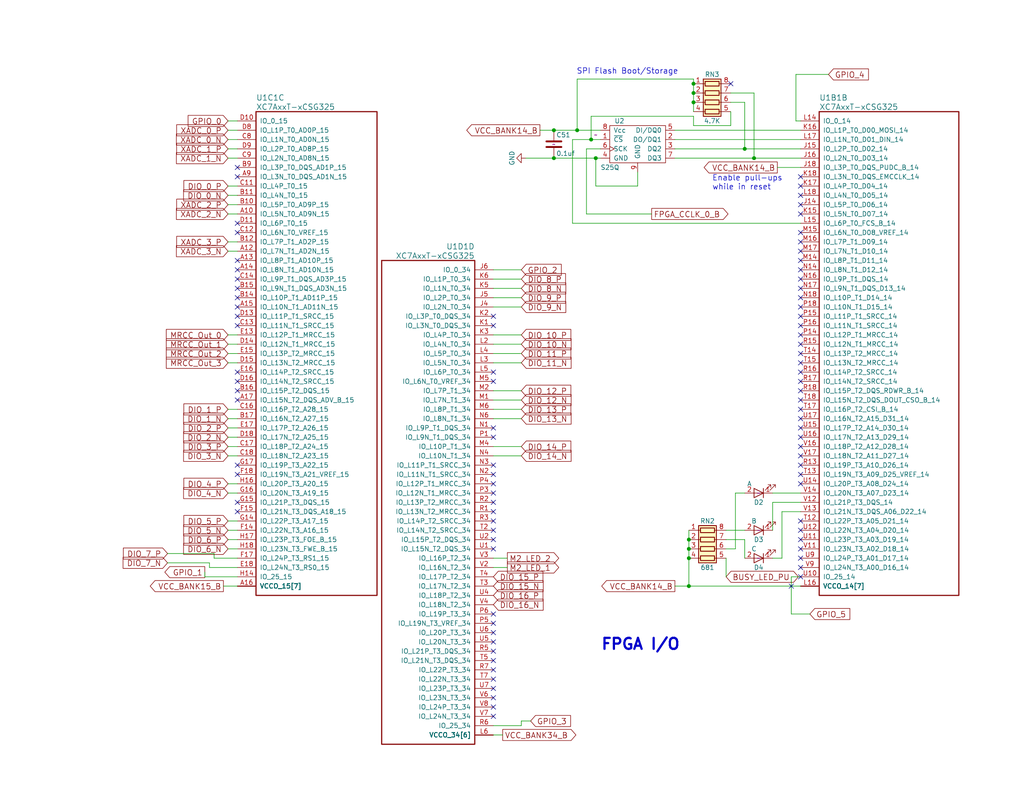
<source format=kicad_sch>
(kicad_sch (version 20250114) (generator "eeschema") (generator_version "9.0")
  (paper "A")
  (title_block (title "hFPGA") (date "2025-09-16") (rev "D") (company "Ethan Yang (github.com/ethanyangtaco115) & Stanely Wang") (comment 1 "A modification of the PicoEVB (github.com/RHSResearchLLC/PicoEVB)") (comment 2 "An expansion"))
  (lib_symbols
    (symbol "CONN_01X06_1" (pin_names (offset 1.016) (hide yes))
      (property "Reference" "J" (at 0 8.89 0))
      (property "Value" "CONN_01X06" (at 2.54 0 90))
      (symbol "CONN_01X06_1_1_1"
        (pin passive line (at -5.08 6.35 0) (length 3.81) (name "P1") (number "1"))
        (pin passive line (at -5.08 3.81 0) (length 3.81) (name "P2") (number "2"))
        (pin passive line (at -5.08 1.27 0) (length 3.81) (name "P3") (number "3"))
        (pin passive line (at -5.08 -1.27 0) (length 3.81) (name "P4") (number "4"))
        (pin passive line (at -5.08 -3.81 0) (length 3.81) (name "P5") (number "5"))
        (pin passive line (at -5.08 -6.35 0) (length 3.81) (name "P6") (number "6"))
      )
    )
    (symbol "C_1" (pin_numbers (hide yes)) (pin_names (offset 0.254))
      (property "Reference" "C" (at 0.635 2.54 0))
      (property "Value" "C" (at 0.635 -2.54 0))
      (symbol "C_1_1_1"
        (pin passive line (at 0 3.81 270) (length 2.794) (name "~") (number "1"))
        (pin passive line (at 0 -3.81 90) (length 2.794) (name "~") (number "2"))
      )
    )
    (symbol "C_2" (pin_numbers (hide yes)) (pin_names (offset 0.254))
      (property "Reference" "C" (at 0.635 2.54 0))
      (property "Value" "C" (at 0.635 -2.54 0))
      (symbol "C_2_1_1"
        (pin passive line (at 0 3.81 270) (length 2.794) (name "~") (number "1"))
        (pin passive line (at 0 -3.81 90) (length 2.794) (name "~") (number "2"))
      )
    )
    (symbol "GND_1" (power) (pin_names (offset 0))
      (property "Value" "GND" (at 0 -3.81 0))
      (symbol "GND_1_1_1"
        (pin power_in line (at 0 0 270) (length 0) (hide yes) (name "GND") (number "1"))
      )
    )
    (symbol "GND_2" (power) (pin_names (offset 0))
      (property "Value" "GND" (at 0 -3.81 0))
      (symbol "GND_2_1_1"
        (pin power_in line (at 0 0 270) (length 0) (hide yes) (name "GND") (number "1"))
      )
    )
    (symbol "GND_3" (power) (pin_names (offset 0))
      (property "Value" "GND" (at 0 -3.81 0))
      (symbol "GND_3_1_1"
        (pin power_in line (at 0 0 270) (length 0) (hide yes) (name "GND") (number "1"))
      )
    )
    (symbol "LED_1" (pin_names (offset 1.016) (hide yes))
      (property "Reference" "D" (at 0 2.54 0))
      (property "Value" "LED" (at 0 -2.54 0))
      (symbol "LED_1_1_1"
        (pin passive line (at -3.81 0 0) (length 2.54) (name "K") (number "1"))
        (pin passive line (at 3.81 0 180) (length 2.54) (name "A") (number "2"))
      )
    )
    (symbol "LED_2" (pin_names (offset 1.016) (hide yes))
      (property "Reference" "D" (at 0 2.54 0))
      (property "Value" "LED" (at 0 -2.54 0))
      (symbol "LED_2_1_1"
        (pin passive line (at -3.81 0 0) (length 2.54) (name "K") (number "1"))
        (pin passive line (at 3.81 0 180) (length 2.54) (name "A") (number "2"))
      )
    )
    (symbol "LED_3" (pin_names (offset 1.016) (hide yes))
      (property "Reference" "D" (at 0 2.54 0))
      (property "Value" "LED" (at 0 -2.54 0))
      (symbol "LED_3_1_1"
        (pin passive line (at -3.81 0 0) (length 2.54) (name "K") (number "1"))
        (pin passive line (at 3.81 0 180) (length 2.54) (name "A") (number "2"))
      )
    )
    (symbol "LED_4" (pin_names (offset 1.016) (hide yes))
      (property "Reference" "D" (at 0 2.54 0))
      (property "Value" "LED" (at 0 -2.54 0))
      (symbol "LED_4_1_1"
        (pin passive line (at -3.81 0 0) (length 2.54) (name "K") (number "1"))
        (pin passive line (at 3.81 0 180) (length 2.54) (name "A") (number "2"))
      )
    )
    (symbol "LED_5" (pin_names (offset 1.016) (hide yes))
      (property "Reference" "D" (at 0 2.54 0))
      (property "Value" "LED" (at 0 -2.54 0))
      (symbol "LED_5_1_1"
        (pin passive line (at -3.81 0 0) (length 2.54) (name "K") (number "1"))
        (pin passive line (at 3.81 0 180) (length 2.54) (name "A") (number "2"))
      )
    )
    (symbol "LED_6" (pin_names (offset 1.016) (hide yes))
      (property "Reference" "D" (at 0 2.54 0))
      (property "Value" "LED" (at 0 -2.54 0))
      (symbol "LED_6_1_1"
        (pin passive line (at -3.81 0 0) (length 2.54) (name "K") (number "1"))
        (pin passive line (at 3.81 0 180) (length 2.54) (name "A") (number "2"))
      )
    )
    (symbol "R_Pack04_1" (pin_names (offset 0) (hide yes))
      (property "Reference" "RN" (at -7.62 0 90))
      (property "Value" "R_Pack04" (at 5.08 0 90))
      (symbol "R_Pack04_1_1_1"
        (pin passive line (at -5.08 5.08 270) (length 2.54) (name "R1.2") (number "8"))
        (pin passive line (at -5.08 -5.08 90) (length 2.54) (name "R1.1") (number "1"))
        (pin passive line (at -2.54 5.08 270) (length 2.54) (name "R2.2") (number "7"))
        (pin passive line (at -2.54 -5.08 90) (length 2.54) (name "R2.1") (number "2"))
        (pin passive line (at 0 5.08 270) (length 2.54) (name "R3.2") (number "6"))
        (pin passive line (at 0 -5.08 90) (length 2.54) (name "R3.1") (number "3"))
        (pin passive line (at 2.54 5.08 270) (length 2.54) (name "R4.2") (number "5"))
        (pin passive line (at 2.54 -5.08 90) (length 2.54) (name "R4.1") (number "4"))
      )
    )
    (symbol "R_Pack04_2" (pin_names (offset 0) (hide yes))
      (property "Reference" "RN" (at -7.62 0 90))
      (property "Value" "R_Pack04" (at 5.08 0 90))
      (symbol "R_Pack04_2_1_1"
        (pin passive line (at -5.08 5.08 270) (length 2.54) (name "R1.2") (number "8"))
        (pin passive line (at -5.08 -5.08 90) (length 2.54) (name "R1.1") (number "1"))
        (pin passive line (at -2.54 5.08 270) (length 2.54) (name "R2.2") (number "7"))
        (pin passive line (at -2.54 -5.08 90) (length 2.54) (name "R2.1") (number "2"))
        (pin passive line (at 0 5.08 270) (length 2.54) (name "R3.2") (number "6"))
        (pin passive line (at 0 -5.08 90) (length 2.54) (name "R3.1") (number "3"))
        (pin passive line (at 2.54 5.08 270) (length 2.54) (name "R4.2") (number "5"))
        (pin passive line (at 2.54 -5.08 90) (length 2.54) (name "R4.1") (number "4"))
      )
    )
    (symbol "R_Pack04_3" (pin_names (offset 0) (hide yes))
      (property "Reference" "RN" (at -7.62 0 90))
      (property "Value" "R_Pack04" (at 5.08 0 90))
      (symbol "R_Pack04_3_1_1"
        (pin passive line (at -5.08 5.08 270) (length 2.54) (name "R1.2") (number "8"))
        (pin passive line (at -5.08 -5.08 90) (length 2.54) (name "R1.1") (number "1"))
        (pin passive line (at -2.54 5.08 270) (length 2.54) (name "R2.2") (number "7"))
        (pin passive line (at -2.54 -5.08 90) (length 2.54) (name "R2.1") (number "2"))
        (pin passive line (at 0 5.08 270) (length 2.54) (name "R3.2") (number "6"))
        (pin passive line (at 0 -5.08 90) (length 2.54) (name "R3.1") (number "3"))
        (pin passive line (at 2.54 5.08 270) (length 2.54) (name "R4.2") (number "5"))
        (pin passive line (at 2.54 -5.08 90) (length 2.54) (name "R4.1") (number "4"))
      )
    )
    (symbol "R_Pack04_4" (pin_names (offset 0) (hide yes))
      (property "Reference" "RN" (at -7.62 0 90))
      (property "Value" "R_Pack04" (at 5.08 0 90))
      (symbol "R_Pack04_4_1_1"
        (pin passive line (at -5.08 5.08 270) (length 2.54) (name "R1.2") (number "8"))
        (pin passive line (at -5.08 -5.08 90) (length 2.54) (name "R1.1") (number "1"))
        (pin passive line (at -2.54 5.08 270) (length 2.54) (name "R2.2") (number "7"))
        (pin passive line (at -2.54 -5.08 90) (length 2.54) (name "R2.1") (number "2"))
        (pin passive line (at 0 5.08 270) (length 2.54) (name "R3.2") (number "6"))
        (pin passive line (at 0 -5.08 90) (length 2.54) (name "R3.1") (number "3"))
        (pin passive line (at 2.54 5.08 270) (length 2.54) (name "R4.2") (number "5"))
        (pin passive line (at 2.54 -5.08 90) (length 2.54) (name "R4.1") (number "4"))
      )
    )
    (symbol "W25Q_1" (pin_names (offset 1.016))
      (property "Reference" "U" (at -3.81 2.54 0))
      (property "Value" "W25Q" (at -7.62 -10.16 0))
      (symbol "W25Q_1_1_1"
        (pin power_in line (at -7.62 0 0) (length 2.54) (name "Vcc") (number "8"))
        (pin input line (at -7.62 -2.54 0) (length 2.54) (name "~{CS}") (number "1"))
        (pin input clock (at -7.62 -5.08 0) (length 2.54) (name "SCK") (number "6"))
        (pin power_in line (at -7.62 -7.62 0) (length 2.54) (name "GND") (number "4"))
        (pin power_in line (at 2.54 -11.43 90) (length 2.54) (name "GND") (number "9"))
        (pin output line (at 12.7 0 180) (length 2.54) (name "DI/DQ0") (number "5"))
        (pin output line (at 12.7 -2.54 180) (length 2.54) (name "DO/DQ1") (number "2"))
        (pin output line (at 12.7 -5.08 180) (length 2.54) (name "DQ2") (number "3"))
        (pin output line (at 12.7 -7.62 180) (length 2.54) (name "DQ3") (number "7"))
      )
    )
    (symbol "W25Q_2" (pin_names (offset 1.016))
      (property "Reference" "U" (at -3.81 2.54 0))
      (property "Value" "W25Q" (at -7.62 -10.16 0))
      (symbol "W25Q_2_1_1"
        (pin power_in line (at -7.62 0 0) (length 2.54) (name "Vcc") (number "8"))
        (pin input line (at -7.62 -2.54 0) (length 2.54) (name "~{CS}") (number "1"))
        (pin input clock (at -7.62 -5.08 0) (length 2.54) (name "SCK") (number "6"))
        (pin power_in line (at -7.62 -7.62 0) (length 2.54) (name "GND") (number "4"))
        (pin power_in line (at 2.54 -11.43 90) (length 2.54) (name "GND") (number "9"))
        (pin output line (at 12.7 0 180) (length 2.54) (name "DI/DQ0") (number "5"))
        (pin output line (at 12.7 -2.54 180) (length 2.54) (name "DO/DQ1") (number "2"))
        (pin output line (at 12.7 -5.08 180) (length 2.54) (name "DQ2") (number "3"))
        (pin output line (at 12.7 -7.62 180) (length 2.54) (name "DQ3") (number "7"))
      )
    )
    (symbol "xc7a50tcsg325_1" (pin_names (offset 1.016))
      (property "Reference" "U" (at 1.27 3.81 0))
      (property "Value" "xc7a50tcsg325" (at 8.89 3.81 0))
      (symbol "xc7a50tcsg325_1_1_1"
        (pin power_in line (at 0 0 0) (length 5.08) (name "VCCO_0[2]") (number "E10"))
        (pin power_in line (at 0 0 0) (length 5.08) (name "VCCO_0[2]") (number "R10"))
        (pin power_in line (at 0 -2.54 0) (length 5.08) (name "VCCBATT_0") (number "E11"))
        (pin input line (at 0 -6.35 0) (length 5.08) (name "CFGBVS_0") (number "E12"))
        (pin input line (at 0 -8.89 0) (length 5.08) (name "M0_0") (number "R12"))
        (pin input line (at 0 -11.43 0) (length 5.08) (name "M1_0") (number "R11"))
        (pin input line (at 0 -13.97 0) (length 5.08) (name "M2_0") (number "F13"))
        (pin input line (at 0 -17.78 0) (length 5.08) (name "TDI_0") (number "T9"))
        (pin output line (at 0 -20.32 0) (length 5.08) (name "TDO_0") (number "T8"))
        (pin input line (at 0 -22.86 0) (length 5.08) (name "TMS_0") (number "R8"))
        (pin input line (at 0 -25.4 0) (length 5.08) (name "TCK_0") (number "F8"))
        (pin input line (at 0 -29.21 0) (length 5.08) (name "PROGRAM_B_0") (number "P10"))
        (pin input line (at 0 -31.75 0) (length 5.08) (name "INIT_B_0") (number "T10"))
        (pin output line (at 0 -34.29 0) (length 5.08) (name "DONE_0") (number "F12"))
        (pin input line (at 0 -38.1 0) (length 5.08) (name "CCLK_0") (number "E8"))
        (pin power_in line (at 36.83 0 180) (length 5.08) (name "VCCADC_0") (number "J10"))
        (pin power_in line (at 36.83 -2.54 180) (length 5.08) (name "GNDADC_0") (number "J9"))
        (pin input line (at 36.83 -5.08 180) (length 5.08) (name "VREFP_0") (number "L10"))
        (pin input line (at 36.83 -7.62 180) (length 5.08) (name "VREFN_0") (number "K9"))
        (pin input line (at 36.83 -10.16 180) (length 5.08) (name "VP_0") (number "K10"))
        (pin input line (at 36.83 -12.7 180) (length 5.08) (name "VN_0") (number "L9"))
        (pin passive line (at 36.83 -16.51 180) (length 5.08) (name "DXN_0") (number "M9"))
        (pin passive line (at 36.83 -19.05 180) (length 5.08) (name "DXP_0") (number "M10"))
      )
      (symbol "xc7a50tcsg325_1_2_1"
        (pin bidirectional line (at 0 0 0) (length 5.08) (name "IO_0_14") (number "L14"))
        (pin bidirectional line (at 0 -2.54 0) (length 5.08) (name "IO_L1P_T0_D00_MOSI_14") (number "K16"))
        (pin bidirectional line (at 0 -5.08 0) (length 5.08) (name "IO_L1N_T0_D01_DIN_14") (number "L17"))
        (pin bidirectional line (at 0 -7.62 0) (length 5.08) (name "IO_L2P_T0_D02_14") (number "J15"))
        (pin bidirectional line (at 0 -10.16 0) (length 5.08) (name "IO_L2N_T0_D03_14") (number "J16"))
        (pin bidirectional line (at 0 -12.7 0) (length 5.08) (name "IO_L3P_T0_DQS_PUDC_B_14") (number "J18"))
        (pin bidirectional line (at 0 -15.24 0) (length 5.08) (name "IO_L3N_T0_DQS_EMCCLK_14") (number "K18"))
        (pin bidirectional line (at 0 -17.78 0) (length 5.08) (name "IO_L4P_T0_D04_14") (number "K17"))
        (pin bidirectional line (at 0 -20.32 0) (length 5.08) (name "IO_L4N_T0_D05_14") (number "L18"))
        (pin bidirectional line (at 0 -22.86 0) (length 5.08) (name "IO_L5P_T0_D06_14") (number "J14"))
        (pin bidirectional line (at 0 -25.4 0) (length 5.08) (name "IO_L5N_T0_D07_14") (number "K15"))
        (pin bidirectional line (at 0 -27.94 0) (length 5.08) (name "IO_L6P_T0_FCS_B_14") (number "L15"))
        (pin bidirectional line (at 0 -30.48 0) (length 5.08) (name "IO_L6N_T0_D08_VREF_14") (number "M15"))
        (pin bidirectional line (at 0 -33.02 0) (length 5.08) (name "IO_L7P_T1_D09_14") (number "M16"))
        (pin bidirectional line (at 0 -35.56 0) (length 5.08) (name "IO_L7N_T1_D10_14") (number "M17"))
        (pin bidirectional line (at 0 -38.1 0) (length 5.08) (name "IO_L8P_T1_D11_14") (number "M14"))
        (pin bidirectional line (at 0 -40.64 0) (length 5.08) (name "IO_L8N_T1_D12_14") (number "N14"))
        (pin bidirectional line (at 0 -43.18 0) (length 5.08) (name "IO_L9P_T1_DQS_14") (number "N16"))
        (pin bidirectional line (at 0 -45.72 0) (length 5.08) (name "IO_L9N_T1_DQS_D13_14") (number "N17"))
        (pin bidirectional line (at 0 -48.26 0) (length 5.08) (name "IO_L10P_T1_D14_14") (number "N18"))
        (pin bidirectional line (at 0 -50.8 0) (length 5.08) (name "IO_L10N_T1_D15_14") (number "P18"))
        (pin bidirectional line (at 0 -53.34 0) (length 5.08) (name "IO_L11P_T1_SRCC_14") (number "P15"))
        (pin bidirectional line (at 0 -55.88 0) (length 5.08) (name "IO_L11N_T1_SRCC_14") (number "P16"))
        (pin bidirectional line (at 0 -58.42 0) (length 5.08) (name "IO_L12P_T1_MRCC_14") (number "P14"))
        (pin bidirectional line (at 0 -60.96 0) (length 5.08) (name "IO_L12N_T1_MRCC_14") (number "R15"))
        (pin bidirectional line (at 0 -63.5 0) (length 5.08) (name "IO_L13P_T2_MRCC_14") (number "T14"))
        (pin bidirectional line (at 0 -66.04 0) (length 5.08) (name "IO_L13N_T2_MRCC_14") (number "T15"))
        (pin bidirectional line (at 0 -68.58 0) (length 5.08) (name "IO_L14P_T2_SRCC_14") (number "R16"))
        (pin bidirectional line (at 0 -71.12 0) (length 5.08) (name "IO_L14N_T2_SRCC_14") (number "R17"))
        (pin bidirectional line (at 0 -73.66 0) (length 5.08) (name "IO_L15P_T2_DQS_RDWR_B_14") (number "R18"))
        (pin bidirectional line (at 0 -76.2 0) (length 5.08) (name "IO_L15N_T2_DQS_DOUT_CSO_B_14") (number "T18"))
        (pin bidirectional line (at 0 -78.74 0) (length 5.08) (name "IO_L16P_T2_CSI_B_14") (number "T17"))
        (pin bidirectional line (at 0 -81.28 0) (length 5.08) (name "IO_L16N_T2_A15_D31_14") (number "U17"))
        (pin bidirectional line (at 0 -83.82 0) (length 5.08) (name "IO_L17P_T2_A14_D30_14") (number "U15"))
        (pin bidirectional line (at 0 -86.36 0) (length 5.08) (name "IO_L17N_T2_A13_D29_14") (number "U16"))
        (pin bidirectional line (at 0 -88.9 0) (length 5.08) (name "IO_L18P_T2_A12_D28_14") (number "V16"))
        (pin bidirectional line (at 0 -91.44 0) (length 5.08) (name "IO_L18N_T2_A11_D27_14") (number "V17"))
        (pin bidirectional line (at 0 -93.98 0) (length 5.08) (name "IO_L19P_T3_A10_D26_14") (number "R13"))
        (pin bidirectional line (at 0 -96.52 0) (length 5.08) (name "IO_L19N_T3_A09_D25_VREF_14") (number "T13"))
        (pin bidirectional line (at 0 -99.06 0) (length 5.08) (name "IO_L20P_T3_A08_D24_14") (number "U14"))
        (pin bidirectional line (at 0 -101.6 0) (length 5.08) (name "IO_L20N_T3_A07_D23_14") (number "V14"))
        (pin bidirectional line (at 0 -104.14 0) (length 5.08) (name "IO_L21P_T3_DQS_14") (number "V12"))
        (pin bidirectional line (at 0 -106.68 0) (length 5.08) (name "IO_L21N_T3_DQS_A06_D22_14") (number "V13"))
        (pin bidirectional line (at 0 -109.22 0) (length 5.08) (name "IO_L22P_T3_A05_D21_14") (number "T12"))
        (pin bidirectional line (at 0 -111.76 0) (length 5.08) (name "IO_L22N_T3_A04_D20_14") (number "U12"))
        (pin bidirectional line (at 0 -114.3 0) (length 5.08) (name "IO_L23P_T3_A03_D19_14") (number "U11"))
        (pin bidirectional line (at 0 -116.84 0) (length 5.08) (name "IO_L23N_T3_A02_D18_14") (number "V11"))
        (pin bidirectional line (at 0 -119.38 0) (length 5.08) (name "IO_L24P_T3_A01_D17_14") (number "U9"))
        (pin bidirectional line (at 0 -121.92 0) (length 5.08) (name "IO_L24N_T3_A00_D16_14") (number "V9"))
        (pin bidirectional line (at 0 -124.46 0) (length 5.08) (name "IO_25_14") (number "U10"))
        (pin power_in line (at 0 -127 0) (length 5.08) (name "VCCO_14[7]") (number "L16"))
        (pin power_in line (at 0 -127 0) (length 5.08) (name "VCCO_14[7]") (number "P17"))
        (pin power_in line (at 0 -127 0) (length 5.08) (name "VCCO_14[7]") (number "R14"))
        (pin power_in line (at 0 -127 0) (length 5.08) (name "VCCO_14[7]") (number "T11"))
        (pin power_in line (at 0 -127 0) (length 5.08) (name "VCCO_14[7]") (number "U18"))
        (pin power_in line (at 0 -127 0) (length 5.08) (name "VCCO_14[7]") (number "U8"))
        (pin power_in line (at 0 -127 0) (length 5.08) (name "VCCO_14[7]") (number "V15"))
      )
      (symbol "xc7a50tcsg325_1_3_1"
        (pin bidirectional line (at 0 0 0) (length 5.08) (name "IO_0_15") (number "D10"))
        (pin bidirectional line (at 0 -2.54 0) (length 5.08) (name "IO_L1P_T0_AD0P_15") (number "D8"))
        (pin bidirectional line (at 0 -5.08 0) (length 5.08) (name "IO_L1N_T0_AD0N_15") (number "C8"))
        (pin bidirectional line (at 0 -7.62 0) (length 5.08) (name "IO_L2P_T0_AD8P_15") (number "D9"))
        (pin bidirectional line (at 0 -10.16 0) (length 5.08) (name "IO_L2N_T0_AD8N_15") (number "C9"))
        (pin bidirectional line (at 0 -12.7 0) (length 5.08) (name "IO_L3P_T0_DQS_AD1P_15") (number "B9"))
        (pin bidirectional line (at 0 -15.24 0) (length 5.08) (name "IO_L3N_T0_DQS_AD1N_15") (number "A9"))
        (pin bidirectional line (at 0 -17.78 0) (length 5.08) (name "IO_L4P_T0_15") (number "C11"))
        (pin bidirectional line (at 0 -20.32 0) (length 5.08) (name "IO_L4N_T0_15") (number "B11"))
        (pin bidirectional line (at 0 -22.86 0) (length 5.08) (name "IO_L5P_T0_AD9P_15") (number "B10"))
        (pin bidirectional line (at 0 -25.4 0) (length 5.08) (name "IO_L5N_T0_AD9N_15") (number "A10"))
        (pin bidirectional line (at 0 -27.94 0) (length 5.08) (name "IO_L6P_T0_15") (number "D11"))
        (pin bidirectional line (at 0 -30.48 0) (length 5.08) (name "IO_L6N_T0_VREF_15") (number "C12"))
        (pin bidirectional line (at 0 -33.02 0) (length 5.08) (name "IO_L7P_T1_AD2P_15") (number "B12"))
        (pin bidirectional line (at 0 -35.56 0) (length 5.08) (name "IO_L7N_T1_AD2N_15") (number "A12"))
        (pin bidirectional line (at 0 -38.1 0) (length 5.08) (name "IO_L8P_T1_AD10P_15") (number "A13"))
        (pin bidirectional line (at 0 -40.64 0) (length 5.08) (name "IO_L8N_T1_AD10N_15") (number "A14"))
        (pin bidirectional line (at 0 -43.18 0) (length 5.08) (name "IO_L9P_T1_DQS_AD3P_15") (number "C14"))
        (pin bidirectional line (at 0 -45.72 0) (length 5.08) (name "IO_L9N_T1_DQS_AD3N_15") (number "B15"))
        (pin bidirectional line (at 0 -48.26 0) (length 5.08) (name "IO_L10P_T1_AD11P_15") (number "B14"))
        (pin bidirectional line (at 0 -50.8 0) (length 5.08) (name "IO_L10N_T1_AD11N_15") (number "A15"))
        (pin bidirectional line (at 0 -53.34 0) (length 5.08) (name "IO_L11P_T1_SRCC_15") (number "D13"))
        (pin bidirectional line (at 0 -55.88 0) (length 5.08) (name "IO_L11N_T1_SRCC_15") (number "C13"))
        (pin bidirectional line (at 0 -58.42 0) (length 5.08) (name "IO_L12P_T1_MRCC_15") (number "E13"))
        (pin bidirectional line (at 0 -60.96 0) (length 5.08) (name "IO_L12N_T1_MRCC_15") (number "D14"))
        (pin bidirectional line (at 0 -63.5 0) (length 5.08) (name "IO_L13P_T2_MRCC_15") (number "E15"))
        (pin bidirectional line (at 0 -66.04 0) (length 5.08) (name "IO_L13N_T2_MRCC_15") (number "D15"))
        (pin bidirectional line (at 0 -68.58 0) (length 5.08) (name "IO_L14P_T2_SRCC_15") (number "E16"))
        (pin bidirectional line (at 0 -71.12 0) (length 5.08) (name "IO_L14N_T2_SRCC_15") (number "D16"))
        (pin bidirectional line (at 0 -73.66 0) (length 5.08) (name "IO_L15P_T2_DQS_15") (number "B16"))
        (pin bidirectional line (at 0 -76.2 0) (length 5.08) (name "IO_L15N_T2_DQS_ADV_B_15") (number "A17"))
        (pin bidirectional line (at 0 -78.74 0) (length 5.08) (name "IO_L16P_T2_A28_15") (number "C16"))
        (pin bidirectional line (at 0 -81.28 0) (length 5.08) (name "IO_L16N_T2_A27_15") (number "B17"))
        (pin bidirectional line (at 0 -83.82 0) (length 5.08) (name "IO_L17P_T2_A26_15") (number "E17"))
        (pin bidirectional line (at 0 -86.36 0) (length 5.08) (name "IO_L17N_T2_A25_15") (number "D18"))
        (pin bidirectional line (at 0 -88.9 0) (length 5.08) (name "IO_L18P_T2_A24_15") (number "C17"))
        (pin bidirectional line (at 0 -91.44 0) (length 5.08) (name "IO_L18N_T2_A23_15") (number "C18"))
        (pin bidirectional line (at 0 -93.98 0) (length 5.08) (name "IO_L19P_T3_A22_15") (number "G17"))
        (pin bidirectional line (at 0 -96.52 0) (length 5.08) (name "IO_L19N_T3_A21_VREF_15") (number "F18"))
        (pin bidirectional line (at 0 -99.06 0) (length 5.08) (name "IO_L20P_T3_A20_15") (number "H16"))
        (pin bidirectional line (at 0 -101.6 0) (length 5.08) (name "IO_L20N_T3_A19_15") (number "G16"))
        (pin bidirectional line (at 0 -104.14 0) (length 5.08) (name "IO_L21P_T3_DQS_15") (number "G15"))
        (pin bidirectional line (at 0 -106.68 0) (length 5.08) (name "IO_L21N_T3_DQS_A18_15") (number "F15"))
        (pin bidirectional line (at 0 -109.22 0) (length 5.08) (name "IO_L22P_T3_A17_15") (number "G14"))
        (pin bidirectional line (at 0 -111.76 0) (length 5.08) (name "IO_L22N_T3_A16_15") (number "F14"))
        (pin bidirectional line (at 0 -114.3 0) (length 5.08) (name "IO_L23P_T3_FOE_B_15") (number "H17"))
        (pin bidirectional line (at 0 -116.84 0) (length 5.08) (name "IO_L23N_T3_FWE_B_15") (number "H18"))
        (pin bidirectional line (at 0 -119.38 0) (length 5.08) (name "IO_L24P_T3_RS1_15") (number "F17"))
        (pin bidirectional line (at 0 -121.92 0) (length 5.08) (name "IO_L24N_T3_RS0_15") (number "E18"))
        (pin bidirectional line (at 0 -124.46 0) (length 5.08) (name "IO_25_15") (number "H14"))
        (pin power_in line (at 0 -127 0) (length 5.08) (name "VCCO_15[7]") (number "A16"))
        (pin power_in line (at 0 -127 0) (length 5.08) (name "VCCO_15[7]") (number "B13"))
        (pin power_in line (at 0 -127 0) (length 5.08) (name "VCCO_15[7]") (number "C10"))
        (pin power_in line (at 0 -127 0) (length 5.08) (name "VCCO_15[7]") (number "D17"))
        (pin power_in line (at 0 -127 0) (length 5.08) (name "VCCO_15[7]") (number "E14"))
        (pin power_in line (at 0 -127 0) (length 5.08) (name "VCCO_15[7]") (number "G18"))
        (pin power_in line (at 0 -127 0) (length 5.08) (name "VCCO_15[7]") (number "H15"))
      )
      (symbol "xc7a50tcsg325_1_4_1"
        (pin bidirectional line (at 0 0 0) (length 5.08) (name "IO_0_34") (number "J6"))
        (pin bidirectional line (at 0 -2.54 0) (length 5.08) (name "IO_L1P_T0_34") (number "K6"))
        (pin bidirectional line (at 0 -5.08 0) (length 5.08) (name "IO_L1N_T0_34") (number "K5"))
        (pin bidirectional line (at 0 -7.62 0) (length 5.08) (name "IO_L2P_T0_34") (number "J5"))
        (pin bidirectional line (at 0 -10.16 0) (length 5.08) (name "IO_L2N_T0_34") (number "J4"))
        (pin bidirectional line (at 0 -12.7 0) (length 5.08) (name "IO_L3P_T0_DQS_34") (number "K2"))
        (pin bidirectional line (at 0 -15.24 0) (length 5.08) (name "IO_L3N_T0_DQS_34") (number "K1"))
        (pin bidirectional line (at 0 -17.78 0) (length 5.08) (name "IO_L4P_T0_34") (number "K3"))
        (pin bidirectional line (at 0 -20.32 0) (length 5.08) (name "IO_L4N_T0_34") (number "L2"))
        (pin bidirectional line (at 0 -22.86 0) (length 5.08) (name "IO_L5P_T0_34") (number "L4"))
        (pin bidirectional line (at 0 -25.4 0) (length 5.08) (name "IO_L5N_T0_34") (number "L3"))
        (pin bidirectional line (at 0 -27.94 0) (length 5.08) (name "IO_L6P_T0_34") (number "L5"))
        (pin bidirectional line (at 0 -30.48 0) (length 5.08) (name "IO_L6N_T0_VREF_34") (number "M5"))
        (pin bidirectional line (at 0 -33.02 0) (length 5.08) (name "IO_L7P_T1_34") (number "M2"))
        (pin bidirectional line (at 0 -35.56 0) (length 5.08) (name "IO_L7N_T1_34") (number "M1"))
        (pin bidirectional line (at 0 -38.1 0) (length 5.08) (name "IO_L8P_T1_34") (number "M6"))
        (pin bidirectional line (at 0 -40.64 0) (length 5.08) (name "IO_L8N_T1_34") (number "N6"))
        (pin bidirectional line (at 0 -43.18 0) (length 5.08) (name "IO_L9P_T1_DQS_34") (number "N1"))
        (pin bidirectional line (at 0 -45.72 0) (length 5.08) (name "IO_L9N_T1_DQS_34") (number "P1"))
        (pin bidirectional line (at 0 -48.26 0) (length 5.08) (name "IO_L10P_T1_34") (number "M4"))
        (pin bidirectional line (at 0 -50.8 0) (length 5.08) (name "IO_L10N_T1_34") (number "N4"))
        (pin bidirectional line (at 0 -53.34 0) (length 5.08) (name "IO_L11P_T1_SRCC_34") (number "N3"))
        (pin bidirectional line (at 0 -55.88 0) (length 5.08) (name "IO_L11N_T1_SRCC_34") (number "N2"))
        (pin bidirectional line (at 0 -58.42 0) (length 5.08) (name "IO_L12P_T1_MRCC_34") (number "P4"))
        (pin bidirectional line (at 0 -60.96 0) (length 5.08) (name "IO_L12N_T1_MRCC_34") (number "P3"))
        (pin bidirectional line (at 0 -63.5 0) (length 5.08) (name "IO_L13P_T2_MRCC_34") (number "R2"))
        (pin bidirectional line (at 0 -66.04 0) (length 5.08) (name "IO_L13N_T2_MRCC_34") (number "R1"))
        (pin bidirectional line (at 0 -68.58 0) (length 5.08) (name "IO_L14P_T2_SRCC_34") (number "R3"))
        (pin bidirectional line (at 0 -71.12 0) (length 5.08) (name "IO_L14N_T2_SRCC_34") (number "T2"))
        (pin bidirectional line (at 0 -73.66 0) (length 5.08) (name "IO_L15P_T2_DQS_34") (number "U2"))
        (pin bidirectional line (at 0 -76.2 0) (length 5.08) (name "IO_L15N_T2_DQS_34") (number "U1"))
        (pin bidirectional line (at 0 -78.74 0) (length 5.08) (name "IO_L16P_T2_34") (number "V3"))
        (pin bidirectional line (at 0 -81.28 0) (length 5.08) (name "IO_L16N_T2_34") (number "V2"))
        (pin bidirectional line (at 0 -83.82 0) (length 5.08) (name "IO_L17P_T2_34") (number "T4"))
        (pin bidirectional line (at 0 -86.36 0) (length 5.08) (name "IO_L17N_T2_34") (number "T3"))
        (pin bidirectional line (at 0 -88.9 0) (length 5.08) (name "IO_L18P_T2_34") (number "U4"))
        (pin bidirectional line (at 0 -91.44 0) (length 5.08) (name "IO_L18N_T2_34") (number "V4"))
        (pin bidirectional line (at 0 -93.98 0) (length 5.08) (name "IO_L19P_T3_34") (number "P6"))
        (pin bidirectional line (at 0 -96.52 0) (length 5.08) (name "IO_L19N_T3_VREF_34") (number "P5"))
        (pin bidirectional line (at 0 -99.06 0) (length 5.08) (name "IO_L20P_T3_34") (number "U6"))
        (pin bidirectional line (at 0 -101.6 0) (length 5.08) (name "IO_L20N_T3_34") (number "U5"))
        (pin bidirectional line (at 0 -104.14 0) (length 5.08) (name "IO_L21P_T3_DQS_34") (number "R5"))
        (pin bidirectional line (at 0 -106.68 0) (length 5.08) (name "IO_L21N_T3_DQS_34") (number "T5"))
        (pin bidirectional line (at 0 -109.22 0) (length 5.08) (name "IO_L22P_T3_34") (number "R7"))
        (pin bidirectional line (at 0 -111.76 0) (length 5.08) (name "IO_L22N_T3_34") (number "T7"))
        (pin bidirectional line (at 0 -114.3 0) (length 5.08) (name "IO_L23P_T3_34") (number "U7"))
        (pin bidirectional line (at 0 -116.84 0) (length 5.08) (name "IO_L23N_T3_34") (number "V6"))
        (pin bidirectional line (at 0 -119.38 0) (length 5.08) (name "IO_L24P_T3_34") (number "V8"))
        (pin bidirectional line (at 0 -121.92 0) (length 5.08) (name "IO_L24N_T3_34") (number "V7"))
        (pin bidirectional line (at 0 -124.46 0) (length 5.08) (name "IO_25_34") (number "R6"))
        (pin power_in line (at 0 -127 0) (length 5.08) (name "VCCO_34[6]") (number "L6"))
        (pin power_in line (at 0 -127 0) (length 5.08) (name "VCCO_34[6]") (number "M3"))
        (pin power_in line (at 0 -127 0) (length 5.08) (name "VCCO_34[6]") (number "P7"))
        (pin power_in line (at 0 -127 0) (length 5.08) (name "VCCO_34[6]") (number "R4"))
        (pin power_in line (at 0 -127 0) (length 5.08) (name "VCCO_34[6]") (number "T1"))
        (pin power_in line (at 0 -127 0) (length 5.08) (name "VCCO_34[6]") (number "V5"))
      )
      (symbol "xc7a50tcsg325_1_5_1"
        (pin passive line (at 0 0 0) (length 5.08) (name "MGTRREF_216") (number "A6"))
        (pin input line (at 0 -3.81 0) (length 5.08) (name "MGTREFCLK0P_216") (number "D6"))
        (pin input line (at 0 -6.35 0) (length 5.08) (name "MGTREFCLK0N_216") (number "D5"))
        (pin input line (at 0 -8.89 0) (length 5.08) (name "MGTREFCLK1P_216") (number "B6"))
        (pin input line (at 0 -11.43 0) (length 5.08) (name "MGTREFCLK1N_216") (number "B5"))
        (pin input line (at 0 -15.24 0) (length 5.08) (name "MGTPRXP0_216") (number "E4"))
        (pin input line (at 0 -17.78 0) (length 5.08) (name "MGTPRXN0_216") (number "E3"))
        (pin input line (at 0 -20.32 0) (length 5.08) (name "MGTPRXP1_216") (number "A4"))
        (pin input line (at 0 -22.86 0) (length 5.08) (name "MGTPRXN1_216") (number "A3"))
        (pin input line (at 0 -25.4 0) (length 5.08) (name "MGTPRXP2_216") (number "C4"))
        (pin input line (at 0 -27.94 0) (length 5.08) (name "MGTPRXN2_216") (number "C3"))
        (pin input line (at 0 -30.48 0) (length 5.08) (name "MGTPRXP3_216") (number "G4"))
        (pin input line (at 0 -33.02 0) (length 5.08) (name "MGTPRXN3_216") (number "G3"))
        (pin output line (at 45.72 -15.24 180) (length 5.08) (name "MGTPTXP0_216") (number "H2"))
        (pin output line (at 45.72 -17.78 180) (length 5.08) (name "MGTPTXN0_216") (number "H1"))
        (pin output line (at 45.72 -20.32 180) (length 5.08) (name "MGTPTXP1_216") (number "F2"))
        (pin output line (at 45.72 -22.86 180) (length 5.08) (name "MGTPTXN1_216") (number "F1"))
        (pin output line (at 45.72 -25.4 180) (length 5.08) (name "MGTPTXP2_216") (number "D2"))
        (pin output line (at 45.72 -27.94 180) (length 5.08) (name "MGTPTXN2_216") (number "D1"))
        (pin output line (at 45.72 -30.48 180) (length 5.08) (name "MGTPTXP3_216") (number "B2"))
        (pin output line (at 45.72 -33.02 180) (length 5.08) (name "MGTPTXN3_216") (number "B1"))
      )
      (symbol "xc7a50tcsg325_1_6_1"
        (pin power_in line (at 0 0 0) (length 5.08) (name "VCCAUX[5]") (number "G12"))
        (pin power_in line (at 0 0 0) (length 5.08) (name "VCCAUX[5]") (number "H13"))
        (pin power_in line (at 0 0 0) (length 5.08) (name "VCCAUX[5]") (number "K13"))
        (pin power_in line (at 0 0 0) (length 5.08) (name "VCCAUX[5]") (number "M13"))
        (pin power_in line (at 0 0 0) (length 5.08) (name "VCCAUX[5]") (number "P13"))
        (pin power_in line (at 0 -2.54 0) (length 5.08) (name "VCCINT[18]") (number "F7"))
        (pin power_in line (at 0 -2.54 0) (length 5.08) (name "VCCINT[18]") (number "F9"))
        (pin power_in line (at 0 -2.54 0) (length 5.08) (name "VCCINT[18]") (number "G8"))
        (pin power_in line (at 0 -2.54 0) (length 5.08) (name "VCCINT[18]") (number "H7"))
        (pin power_in line (at 0 -2.54 0) (length 5.08) (name "VCCINT[18]") (number "H9"))
        (pin power_in line (at 0 -2.54 0) (length 5.08) (name "VCCINT[18]") (number "J12"))
        (pin power_in line (at 0 -2.54 0) (length 5.08) (name "VCCINT[18]") (number "J8"))
        (pin power_in line (at 0 -2.54 0) (length 5.08) (name "VCCINT[18]") (number "K11"))
        (pin power_in line (at 0 -2.54 0) (length 5.08) (name "VCCINT[18]") (number "K7"))
        (pin power_in line (at 0 -2.54 0) (length 5.08) (name "VCCINT[18]") (number "L12"))
        (pin power_in line (at 0 -2.54 0) (length 5.08) (name "VCCINT[18]") (number "L8"))
        (pin power_in line (at 0 -2.54 0) (length 5.08) (name "VCCINT[18]") (number "M11"))
        (pin power_in line (at 0 -2.54 0) (length 5.08) (name "VCCINT[18]") (number "M7"))
        (pin power_in line (at 0 -2.54 0) (length 5.08) (name "VCCINT[18]") (number "N10"))
        (pin power_in line (at 0 -2.54 0) (length 5.08) (name "VCCINT[18]") (number "N12"))
        (pin power_in line (at 0 -2.54 0) (length 5.08) (name "VCCINT[18]") (number "N8"))
        (pin power_in line (at 0 -2.54 0) (length 5.08) (name "VCCINT[18]") (number "P11"))
        (pin power_in line (at 0 -2.54 0) (length 5.08) (name "VCCINT[18]") (number "P9"))
        (pin power_in line (at 0 -5.08 0) (length 5.08) (name "GND[75]") (number "A1"))
        (pin power_in line (at 0 -5.08 0) (length 5.08) (name "GND[75]") (number "A11"))
        (pin power_in line (at 0 -5.08 0) (length 5.08) (name "GND[75]") (number "A18"))
        (pin power_in line (at 0 -5.08 0) (length 5.08) (name "GND[75]") (number "A5"))
        (pin power_in line (at 0 -5.08 0) (length 5.08) (name "GND[75]") (number "A7"))
        (pin power_in line (at 0 -5.08 0) (length 5.08) (name "GND[75]") (number "A8"))
        (pin power_in line (at 0 -5.08 0) (length 5.08) (name "GND[75]") (number "B18"))
        (pin power_in line (at 0 -5.08 0) (length 5.08) (name "GND[75]") (number "B3"))
        (pin power_in line (at 0 -5.08 0) (length 5.08) (name "GND[75]") (number "B7"))
        (pin power_in line (at 0 -5.08 0) (length 5.08) (name "GND[75]") (number "B8"))
        (pin power_in line (at 0 -5.08 0) (length 5.08) (name "GND[75]") (number "C15"))
        (pin power_in line (at 0 -5.08 0) (length 5.08) (name "GND[75]") (number "C2"))
        (pin power_in line (at 0 -5.08 0) (length 5.08) (name "GND[75]") (number "C6"))
        (pin power_in line (at 0 -5.08 0) (length 5.08) (name "GND[75]") (number "C7"))
        (pin power_in line (at 0 -5.08 0) (length 5.08) (name "GND[75]") (number "D12"))
        (pin power_in line (at 0 -5.08 0) (length 5.08) (name "GND[75]") (number "D3"))
        (pin power_in line (at 0 -5.08 0) (length 5.08) (name "GND[75]") (number "D4"))
        (pin power_in line (at 0 -5.08 0) (length 5.08) (name "GND[75]") (number "D7"))
        (pin power_in line (at 0 -5.08 0) (length 5.08) (name "GND[75]") (number "E2"))
        (pin power_in line (at 0 -5.08 0) (length 5.08) (name "GND[75]") (number "E6"))
        (pin power_in line (at 0 -5.08 0) (length 5.08) (name "GND[75]") (number "E7"))
        (pin power_in line (at 0 -5.08 0) (length 5.08) (name "GND[75]") (number "E9"))
        (pin power_in line (at 0 -5.08 0) (length 5.08) (name "GND[75]") (number "F10"))
        (pin power_in line (at 0 -5.08 0) (length 5.08) (name "GND[75]") (number "F16"))
        (pin power_in line (at 0 -5.08 0) (length 5.08) (name "GND[75]") (number "F4"))
        (pin power_in line (at 0 -5.08 0) (length 5.08) (name "GND[75]") (number "F6"))
        (pin power_in line (at 0 -5.08 0) (length 5.08) (name "GND[75]") (number "G1"))
        (pin power_in line (at 0 -5.08 0) (length 5.08) (name "GND[75]") (number "G11"))
        (pin power_in line (at 0 -5.08 0) (length 5.08) (name "GND[75]") (number "G13"))
        (pin power_in line (at 0 -5.08 0) (length 5.08) (name "GND[75]") (number "G5"))
        (pin power_in line (at 0 -5.08 0) (length 5.08) (name "GND[75]") (number "G6"))
        (pin power_in line (at 0 -5.08 0) (length 5.08) (name "GND[75]") (number "G7"))
        (pin power_in line (at 0 -5.08 0) (length 5.08) (name "GND[75]") (number "G9"))
        (pin power_in line (at 0 -5.08 0) (length 5.08) (name "GND[75]") (number "H10"))
        (pin power_in line (at 0 -5.08 0) (length 5.08) (name "GND[75]") (number "H12"))
        (pin power_in line (at 0 -5.08 0) (length 5.08) (name "GND[75]") (number "H3"))
        (pin power_in line (at 0 -5.08 0) (length 5.08) (name "GND[75]") (number "H4"))
        (pin power_in line (at 0 -5.08 0) (length 5.08) (name "GND[75]") (number "H5"))
        (pin power_in line (at 0 -5.08 0) (length 5.08) (name "GND[75]") (number "H6"))
        (pin power_in line (at 0 -5.08 0) (length 5.08) (name "GND[75]") (number "H8"))
        (pin power_in line (at 0 -5.08 0) (length 5.08) (name "GND[75]") (number "J1"))
        (pin power_in line (at 0 -5.08 0) (length 5.08) (name "GND[75]") (number "J11"))
        (pin power_in line (at 0 -5.08 0) (length 5.08) (name "GND[75]") (number "J13"))
        (pin power_in line (at 0 -5.08 0) (length 5.08) (name "GND[75]") (number "J17"))
        (pin power_in line (at 0 -5.08 0) (length 5.08) (name "GND[75]") (number "J2"))
        (pin power_in line (at 0 -5.08 0) (length 5.08) (name "GND[75]") (number "J3"))
        (pin power_in line (at 0 -5.08 0) (length 5.08) (name "GND[75]") (number "J7"))
        (pin power_in line (at 0 -5.08 0) (length 5.08) (name "GND[75]") (number "K12"))
        (pin power_in line (at 0 -5.08 0) (length 5.08) (name "GND[75]") (number "K14"))
        (pin power_in line (at 0 -5.08 0) (length 5.08) (name "GND[75]") (number "K4"))
        (pin power_in line (at 0 -5.08 0) (length 5.08) (name "GND[75]") (number "K8"))
        (pin power_in line (at 0 -5.08 0) (length 5.08) (name "GND[75]") (number "L1"))
        (pin power_in line (at 0 -5.08 0) (length 5.08) (name "GND[75]") (number "L11"))
        (pin power_in line (at 0 -5.08 0) (length 5.08) (name "GND[75]") (number "L13"))
        (pin power_in line (at 0 -5.08 0) (length 5.08) (name "GND[75]") (number "L7"))
        (pin power_in line (at 0 -5.08 0) (length 5.08) (name "GND[75]") (number "M12"))
        (pin power_in line (at 0 -5.08 0) (length 5.08) (name "GND[75]") (number "M18"))
        (pin power_in line (at 0 -5.08 0) (length 5.08) (name "GND[75]") (number "M8"))
        (pin power_in line (at 0 -5.08 0) (length 5.08) (name "GND[75]") (number "N11"))
        (pin power_in line (at 0 -5.08 0) (length 5.08) (name "GND[75]") (number "N13"))
        (pin power_in line (at 0 -5.08 0) (length 5.08) (name "GND[75]") (number "N15"))
        (pin power_in line (at 0 -5.08 0) (length 5.08) (name "GND[75]") (number "N5"))
        (pin power_in line (at 0 -5.08 0) (length 5.08) (name "GND[75]") (number "N7"))
        (pin power_in line (at 0 -5.08 0) (length 5.08) (name "GND[75]") (number "N9"))
        (pin power_in line (at 0 -5.08 0) (length 5.08) (name "GND[75]") (number "P12"))
        (pin power_in line (at 0 -5.08 0) (length 5.08) (name "GND[75]") (number "P2"))
        (pin power_in line (at 0 -5.08 0) (length 5.08) (name "GND[75]") (number "P8"))
        (pin power_in line (at 0 -5.08 0) (length 5.08) (name "GND[75]") (number "R9"))
        (pin power_in line (at 0 -5.08 0) (length 5.08) (name "GND[75]") (number "T16"))
        (pin power_in line (at 0 -5.08 0) (length 5.08) (name "GND[75]") (number "T6"))
        (pin power_in line (at 0 -5.08 0) (length 5.08) (name "GND[75]") (number "U13"))
        (pin power_in line (at 0 -5.08 0) (length 5.08) (name "GND[75]") (number "U3"))
        (pin power_in line (at 0 -5.08 0) (length 5.08) (name "GND[75]") (number "V1"))
        (pin power_in line (at 0 -5.08 0) (length 5.08) (name "GND[75]") (number "V10"))
        (pin power_in line (at 0 -5.08 0) (length 5.08) (name "GND[75]") (number "V18"))
        (pin power_in line (at 0 -7.62 0) (length 5.08) (name "VCCBRAM[3]") (number "F11"))
        (pin power_in line (at 0 -7.62 0) (length 5.08) (name "VCCBRAM[3]") (number "G10"))
        (pin power_in line (at 0 -7.62 0) (length 5.08) (name "VCCBRAM[3]") (number "H11"))
        (pin power_in line (at 0 -10.16 0) (length 5.08) (name "MGTAVCC[4]") (number "B4"))
        (pin power_in line (at 0 -10.16 0) (length 5.08) (name "MGTAVCC[4]") (number "C5"))
        (pin power_in line (at 0 -10.16 0) (length 5.08) (name "MGTAVCC[4]") (number "E5"))
        (pin power_in line (at 0 -10.16 0) (length 5.08) (name "MGTAVCC[4]") (number "F5"))
        (pin power_in line (at 0 -12.7 0) (length 5.08) (name "MGTAVTT[5]") (number "A2"))
        (pin power_in line (at 0 -12.7 0) (length 5.08) (name "MGTAVTT[5]") (number "C1"))
        (pin power_in line (at 0 -12.7 0) (length 5.08) (name "MGTAVTT[5]") (number "E1"))
        (pin power_in line (at 0 -12.7 0) (length 5.08) (name "MGTAVTT[5]") (number "F3"))
        (pin power_in line (at 0 -12.7 0) (length 5.08) (name "MGTAVTT[5]") (number "G2"))
      )
    )
    (symbol "xc7a50tcsg325_2" (pin_names (offset 1.016))
      (property "Reference" "U" (at 1.27 3.81 0))
      (property "Value" "xc7a50tcsg325" (at 8.89 3.81 0))
      (symbol "xc7a50tcsg325_2_1_1"
        (pin power_in line (at 0 0 0) (length 5.08) (name "VCCO_0[2]") (number "E10"))
        (pin power_in line (at 0 0 0) (length 5.08) (name "VCCO_0[2]") (number "R10"))
        (pin power_in line (at 0 -2.54 0) (length 5.08) (name "VCCBATT_0") (number "E11"))
        (pin input line (at 0 -6.35 0) (length 5.08) (name "CFGBVS_0") (number "E12"))
        (pin input line (at 0 -8.89 0) (length 5.08) (name "M0_0") (number "R12"))
        (pin input line (at 0 -11.43 0) (length 5.08) (name "M1_0") (number "R11"))
        (pin input line (at 0 -13.97 0) (length 5.08) (name "M2_0") (number "F13"))
        (pin input line (at 0 -17.78 0) (length 5.08) (name "TDI_0") (number "T9"))
        (pin output line (at 0 -20.32 0) (length 5.08) (name "TDO_0") (number "T8"))
        (pin input line (at 0 -22.86 0) (length 5.08) (name "TMS_0") (number "R8"))
        (pin input line (at 0 -25.4 0) (length 5.08) (name "TCK_0") (number "F8"))
        (pin input line (at 0 -29.21 0) (length 5.08) (name "PROGRAM_B_0") (number "P10"))
        (pin input line (at 0 -31.75 0) (length 5.08) (name "INIT_B_0") (number "T10"))
        (pin output line (at 0 -34.29 0) (length 5.08) (name "DONE_0") (number "F12"))
        (pin input line (at 0 -38.1 0) (length 5.08) (name "CCLK_0") (number "E8"))
        (pin power_in line (at 36.83 0 180) (length 5.08) (name "VCCADC_0") (number "J10"))
        (pin power_in line (at 36.83 -2.54 180) (length 5.08) (name "GNDADC_0") (number "J9"))
        (pin input line (at 36.83 -5.08 180) (length 5.08) (name "VREFP_0") (number "L10"))
        (pin input line (at 36.83 -7.62 180) (length 5.08) (name "VREFN_0") (number "K9"))
        (pin input line (at 36.83 -10.16 180) (length 5.08) (name "VP_0") (number "K10"))
        (pin input line (at 36.83 -12.7 180) (length 5.08) (name "VN_0") (number "L9"))
        (pin passive line (at 36.83 -16.51 180) (length 5.08) (name "DXN_0") (number "M9"))
        (pin passive line (at 36.83 -19.05 180) (length 5.08) (name "DXP_0") (number "M10"))
      )
      (symbol "xc7a50tcsg325_2_2_1"
        (pin bidirectional line (at 0 0 0) (length 5.08) (name "IO_0_14") (number "L14"))
        (pin bidirectional line (at 0 -2.54 0) (length 5.08) (name "IO_L1P_T0_D00_MOSI_14") (number "K16"))
        (pin bidirectional line (at 0 -5.08 0) (length 5.08) (name "IO_L1N_T0_D01_DIN_14") (number "L17"))
        (pin bidirectional line (at 0 -7.62 0) (length 5.08) (name "IO_L2P_T0_D02_14") (number "J15"))
        (pin bidirectional line (at 0 -10.16 0) (length 5.08) (name "IO_L2N_T0_D03_14") (number "J16"))
        (pin bidirectional line (at 0 -12.7 0) (length 5.08) (name "IO_L3P_T0_DQS_PUDC_B_14") (number "J18"))
        (pin bidirectional line (at 0 -15.24 0) (length 5.08) (name "IO_L3N_T0_DQS_EMCCLK_14") (number "K18"))
        (pin bidirectional line (at 0 -17.78 0) (length 5.08) (name "IO_L4P_T0_D04_14") (number "K17"))
        (pin bidirectional line (at 0 -20.32 0) (length 5.08) (name "IO_L4N_T0_D05_14") (number "L18"))
        (pin bidirectional line (at 0 -22.86 0) (length 5.08) (name "IO_L5P_T0_D06_14") (number "J14"))
        (pin bidirectional line (at 0 -25.4 0) (length 5.08) (name "IO_L5N_T0_D07_14") (number "K15"))
        (pin bidirectional line (at 0 -27.94 0) (length 5.08) (name "IO_L6P_T0_FCS_B_14") (number "L15"))
        (pin bidirectional line (at 0 -30.48 0) (length 5.08) (name "IO_L6N_T0_D08_VREF_14") (number "M15"))
        (pin bidirectional line (at 0 -33.02 0) (length 5.08) (name "IO_L7P_T1_D09_14") (number "M16"))
        (pin bidirectional line (at 0 -35.56 0) (length 5.08) (name "IO_L7N_T1_D10_14") (number "M17"))
        (pin bidirectional line (at 0 -38.1 0) (length 5.08) (name "IO_L8P_T1_D11_14") (number "M14"))
        (pin bidirectional line (at 0 -40.64 0) (length 5.08) (name "IO_L8N_T1_D12_14") (number "N14"))
        (pin bidirectional line (at 0 -43.18 0) (length 5.08) (name "IO_L9P_T1_DQS_14") (number "N16"))
        (pin bidirectional line (at 0 -45.72 0) (length 5.08) (name "IO_L9N_T1_DQS_D13_14") (number "N17"))
        (pin bidirectional line (at 0 -48.26 0) (length 5.08) (name "IO_L10P_T1_D14_14") (number "N18"))
        (pin bidirectional line (at 0 -50.8 0) (length 5.08) (name "IO_L10N_T1_D15_14") (number "P18"))
        (pin bidirectional line (at 0 -53.34 0) (length 5.08) (name "IO_L11P_T1_SRCC_14") (number "P15"))
        (pin bidirectional line (at 0 -55.88 0) (length 5.08) (name "IO_L11N_T1_SRCC_14") (number "P16"))
        (pin bidirectional line (at 0 -58.42 0) (length 5.08) (name "IO_L12P_T1_MRCC_14") (number "P14"))
        (pin bidirectional line (at 0 -60.96 0) (length 5.08) (name "IO_L12N_T1_MRCC_14") (number "R15"))
        (pin bidirectional line (at 0 -63.5 0) (length 5.08) (name "IO_L13P_T2_MRCC_14") (number "T14"))
        (pin bidirectional line (at 0 -66.04 0) (length 5.08) (name "IO_L13N_T2_MRCC_14") (number "T15"))
        (pin bidirectional line (at 0 -68.58 0) (length 5.08) (name "IO_L14P_T2_SRCC_14") (number "R16"))
        (pin bidirectional line (at 0 -71.12 0) (length 5.08) (name "IO_L14N_T2_SRCC_14") (number "R17"))
        (pin bidirectional line (at 0 -73.66 0) (length 5.08) (name "IO_L15P_T2_DQS_RDWR_B_14") (number "R18"))
        (pin bidirectional line (at 0 -76.2 0) (length 5.08) (name "IO_L15N_T2_DQS_DOUT_CSO_B_14") (number "T18"))
        (pin bidirectional line (at 0 -78.74 0) (length 5.08) (name "IO_L16P_T2_CSI_B_14") (number "T17"))
        (pin bidirectional line (at 0 -81.28 0) (length 5.08) (name "IO_L16N_T2_A15_D31_14") (number "U17"))
        (pin bidirectional line (at 0 -83.82 0) (length 5.08) (name "IO_L17P_T2_A14_D30_14") (number "U15"))
        (pin bidirectional line (at 0 -86.36 0) (length 5.08) (name "IO_L17N_T2_A13_D29_14") (number "U16"))
        (pin bidirectional line (at 0 -88.9 0) (length 5.08) (name "IO_L18P_T2_A12_D28_14") (number "V16"))
        (pin bidirectional line (at 0 -91.44 0) (length 5.08) (name "IO_L18N_T2_A11_D27_14") (number "V17"))
        (pin bidirectional line (at 0 -93.98 0) (length 5.08) (name "IO_L19P_T3_A10_D26_14") (number "R13"))
        (pin bidirectional line (at 0 -96.52 0) (length 5.08) (name "IO_L19N_T3_A09_D25_VREF_14") (number "T13"))
        (pin bidirectional line (at 0 -99.06 0) (length 5.08) (name "IO_L20P_T3_A08_D24_14") (number "U14"))
        (pin bidirectional line (at 0 -101.6 0) (length 5.08) (name "IO_L20N_T3_A07_D23_14") (number "V14"))
        (pin bidirectional line (at 0 -104.14 0) (length 5.08) (name "IO_L21P_T3_DQS_14") (number "V12"))
        (pin bidirectional line (at 0 -106.68 0) (length 5.08) (name "IO_L21N_T3_DQS_A06_D22_14") (number "V13"))
        (pin bidirectional line (at 0 -109.22 0) (length 5.08) (name "IO_L22P_T3_A05_D21_14") (number "T12"))
        (pin bidirectional line (at 0 -111.76 0) (length 5.08) (name "IO_L22N_T3_A04_D20_14") (number "U12"))
        (pin bidirectional line (at 0 -114.3 0) (length 5.08) (name "IO_L23P_T3_A03_D19_14") (number "U11"))
        (pin bidirectional line (at 0 -116.84 0) (length 5.08) (name "IO_L23N_T3_A02_D18_14") (number "V11"))
        (pin bidirectional line (at 0 -119.38 0) (length 5.08) (name "IO_L24P_T3_A01_D17_14") (number "U9"))
        (pin bidirectional line (at 0 -121.92 0) (length 5.08) (name "IO_L24N_T3_A00_D16_14") (number "V9"))
        (pin bidirectional line (at 0 -124.46 0) (length 5.08) (name "IO_25_14") (number "U10"))
        (pin power_in line (at 0 -127 0) (length 5.08) (name "VCCO_14[7]") (number "L16"))
        (pin power_in line (at 0 -127 0) (length 5.08) (name "VCCO_14[7]") (number "P17"))
        (pin power_in line (at 0 -127 0) (length 5.08) (name "VCCO_14[7]") (number "R14"))
        (pin power_in line (at 0 -127 0) (length 5.08) (name "VCCO_14[7]") (number "T11"))
        (pin power_in line (at 0 -127 0) (length 5.08) (name "VCCO_14[7]") (number "U18"))
        (pin power_in line (at 0 -127 0) (length 5.08) (name "VCCO_14[7]") (number "U8"))
        (pin power_in line (at 0 -127 0) (length 5.08) (name "VCCO_14[7]") (number "V15"))
      )
      (symbol "xc7a50tcsg325_2_3_1"
        (pin bidirectional line (at 0 0 0) (length 5.08) (name "IO_0_15") (number "D10"))
        (pin bidirectional line (at 0 -2.54 0) (length 5.08) (name "IO_L1P_T0_AD0P_15") (number "D8"))
        (pin bidirectional line (at 0 -5.08 0) (length 5.08) (name "IO_L1N_T0_AD0N_15") (number "C8"))
        (pin bidirectional line (at 0 -7.62 0) (length 5.08) (name "IO_L2P_T0_AD8P_15") (number "D9"))
        (pin bidirectional line (at 0 -10.16 0) (length 5.08) (name "IO_L2N_T0_AD8N_15") (number "C9"))
        (pin bidirectional line (at 0 -12.7 0) (length 5.08) (name "IO_L3P_T0_DQS_AD1P_15") (number "B9"))
        (pin bidirectional line (at 0 -15.24 0) (length 5.08) (name "IO_L3N_T0_DQS_AD1N_15") (number "A9"))
        (pin bidirectional line (at 0 -17.78 0) (length 5.08) (name "IO_L4P_T0_15") (number "C11"))
        (pin bidirectional line (at 0 -20.32 0) (length 5.08) (name "IO_L4N_T0_15") (number "B11"))
        (pin bidirectional line (at 0 -22.86 0) (length 5.08) (name "IO_L5P_T0_AD9P_15") (number "B10"))
        (pin bidirectional line (at 0 -25.4 0) (length 5.08) (name "IO_L5N_T0_AD9N_15") (number "A10"))
        (pin bidirectional line (at 0 -27.94 0) (length 5.08) (name "IO_L6P_T0_15") (number "D11"))
        (pin bidirectional line (at 0 -30.48 0) (length 5.08) (name "IO_L6N_T0_VREF_15") (number "C12"))
        (pin bidirectional line (at 0 -33.02 0) (length 5.08) (name "IO_L7P_T1_AD2P_15") (number "B12"))
        (pin bidirectional line (at 0 -35.56 0) (length 5.08) (name "IO_L7N_T1_AD2N_15") (number "A12"))
        (pin bidirectional line (at 0 -38.1 0) (length 5.08) (name "IO_L8P_T1_AD10P_15") (number "A13"))
        (pin bidirectional line (at 0 -40.64 0) (length 5.08) (name "IO_L8N_T1_AD10N_15") (number "A14"))
        (pin bidirectional line (at 0 -43.18 0) (length 5.08) (name "IO_L9P_T1_DQS_AD3P_15") (number "C14"))
        (pin bidirectional line (at 0 -45.72 0) (length 5.08) (name "IO_L9N_T1_DQS_AD3N_15") (number "B15"))
        (pin bidirectional line (at 0 -48.26 0) (length 5.08) (name "IO_L10P_T1_AD11P_15") (number "B14"))
        (pin bidirectional line (at 0 -50.8 0) (length 5.08) (name "IO_L10N_T1_AD11N_15") (number "A15"))
        (pin bidirectional line (at 0 -53.34 0) (length 5.08) (name "IO_L11P_T1_SRCC_15") (number "D13"))
        (pin bidirectional line (at 0 -55.88 0) (length 5.08) (name "IO_L11N_T1_SRCC_15") (number "C13"))
        (pin bidirectional line (at 0 -58.42 0) (length 5.08) (name "IO_L12P_T1_MRCC_15") (number "E13"))
        (pin bidirectional line (at 0 -60.96 0) (length 5.08) (name "IO_L12N_T1_MRCC_15") (number "D14"))
        (pin bidirectional line (at 0 -63.5 0) (length 5.08) (name "IO_L13P_T2_MRCC_15") (number "E15"))
        (pin bidirectional line (at 0 -66.04 0) (length 5.08) (name "IO_L13N_T2_MRCC_15") (number "D15"))
        (pin bidirectional line (at 0 -68.58 0) (length 5.08) (name "IO_L14P_T2_SRCC_15") (number "E16"))
        (pin bidirectional line (at 0 -71.12 0) (length 5.08) (name "IO_L14N_T2_SRCC_15") (number "D16"))
        (pin bidirectional line (at 0 -73.66 0) (length 5.08) (name "IO_L15P_T2_DQS_15") (number "B16"))
        (pin bidirectional line (at 0 -76.2 0) (length 5.08) (name "IO_L15N_T2_DQS_ADV_B_15") (number "A17"))
        (pin bidirectional line (at 0 -78.74 0) (length 5.08) (name "IO_L16P_T2_A28_15") (number "C16"))
        (pin bidirectional line (at 0 -81.28 0) (length 5.08) (name "IO_L16N_T2_A27_15") (number "B17"))
        (pin bidirectional line (at 0 -83.82 0) (length 5.08) (name "IO_L17P_T2_A26_15") (number "E17"))
        (pin bidirectional line (at 0 -86.36 0) (length 5.08) (name "IO_L17N_T2_A25_15") (number "D18"))
        (pin bidirectional line (at 0 -88.9 0) (length 5.08) (name "IO_L18P_T2_A24_15") (number "C17"))
        (pin bidirectional line (at 0 -91.44 0) (length 5.08) (name "IO_L18N_T2_A23_15") (number "C18"))
        (pin bidirectional line (at 0 -93.98 0) (length 5.08) (name "IO_L19P_T3_A22_15") (number "G17"))
        (pin bidirectional line (at 0 -96.52 0) (length 5.08) (name "IO_L19N_T3_A21_VREF_15") (number "F18"))
        (pin bidirectional line (at 0 -99.06 0) (length 5.08) (name "IO_L20P_T3_A20_15") (number "H16"))
        (pin bidirectional line (at 0 -101.6 0) (length 5.08) (name "IO_L20N_T3_A19_15") (number "G16"))
        (pin bidirectional line (at 0 -104.14 0) (length 5.08) (name "IO_L21P_T3_DQS_15") (number "G15"))
        (pin bidirectional line (at 0 -106.68 0) (length 5.08) (name "IO_L21N_T3_DQS_A18_15") (number "F15"))
        (pin bidirectional line (at 0 -109.22 0) (length 5.08) (name "IO_L22P_T3_A17_15") (number "G14"))
        (pin bidirectional line (at 0 -111.76 0) (length 5.08) (name "IO_L22N_T3_A16_15") (number "F14"))
        (pin bidirectional line (at 0 -114.3 0) (length 5.08) (name "IO_L23P_T3_FOE_B_15") (number "H17"))
        (pin bidirectional line (at 0 -116.84 0) (length 5.08) (name "IO_L23N_T3_FWE_B_15") (number "H18"))
        (pin bidirectional line (at 0 -119.38 0) (length 5.08) (name "IO_L24P_T3_RS1_15") (number "F17"))
        (pin bidirectional line (at 0 -121.92 0) (length 5.08) (name "IO_L24N_T3_RS0_15") (number "E18"))
        (pin bidirectional line (at 0 -124.46 0) (length 5.08) (name "IO_25_15") (number "H14"))
        (pin power_in line (at 0 -127 0) (length 5.08) (name "VCCO_15[7]") (number "A16"))
        (pin power_in line (at 0 -127 0) (length 5.08) (name "VCCO_15[7]") (number "B13"))
        (pin power_in line (at 0 -127 0) (length 5.08) (name "VCCO_15[7]") (number "C10"))
        (pin power_in line (at 0 -127 0) (length 5.08) (name "VCCO_15[7]") (number "D17"))
        (pin power_in line (at 0 -127 0) (length 5.08) (name "VCCO_15[7]") (number "E14"))
        (pin power_in line (at 0 -127 0) (length 5.08) (name "VCCO_15[7]") (number "G18"))
        (pin power_in line (at 0 -127 0) (length 5.08) (name "VCCO_15[7]") (number "H15"))
      )
      (symbol "xc7a50tcsg325_2_4_1"
        (pin bidirectional line (at 0 0 0) (length 5.08) (name "IO_0_34") (number "J6"))
        (pin bidirectional line (at 0 -2.54 0) (length 5.08) (name "IO_L1P_T0_34") (number "K6"))
        (pin bidirectional line (at 0 -5.08 0) (length 5.08) (name "IO_L1N_T0_34") (number "K5"))
        (pin bidirectional line (at 0 -7.62 0) (length 5.08) (name "IO_L2P_T0_34") (number "J5"))
        (pin bidirectional line (at 0 -10.16 0) (length 5.08) (name "IO_L2N_T0_34") (number "J4"))
        (pin bidirectional line (at 0 -12.7 0) (length 5.08) (name "IO_L3P_T0_DQS_34") (number "K2"))
        (pin bidirectional line (at 0 -15.24 0) (length 5.08) (name "IO_L3N_T0_DQS_34") (number "K1"))
        (pin bidirectional line (at 0 -17.78 0) (length 5.08) (name "IO_L4P_T0_34") (number "K3"))
        (pin bidirectional line (at 0 -20.32 0) (length 5.08) (name "IO_L4N_T0_34") (number "L2"))
        (pin bidirectional line (at 0 -22.86 0) (length 5.08) (name "IO_L5P_T0_34") (number "L4"))
        (pin bidirectional line (at 0 -25.4 0) (length 5.08) (name "IO_L5N_T0_34") (number "L3"))
        (pin bidirectional line (at 0 -27.94 0) (length 5.08) (name "IO_L6P_T0_34") (number "L5"))
        (pin bidirectional line (at 0 -30.48 0) (length 5.08) (name "IO_L6N_T0_VREF_34") (number "M5"))
        (pin bidirectional line (at 0 -33.02 0) (length 5.08) (name "IO_L7P_T1_34") (number "M2"))
        (pin bidirectional line (at 0 -35.56 0) (length 5.08) (name "IO_L7N_T1_34") (number "M1"))
        (pin bidirectional line (at 0 -38.1 0) (length 5.08) (name "IO_L8P_T1_34") (number "M6"))
        (pin bidirectional line (at 0 -40.64 0) (length 5.08) (name "IO_L8N_T1_34") (number "N6"))
        (pin bidirectional line (at 0 -43.18 0) (length 5.08) (name "IO_L9P_T1_DQS_34") (number "N1"))
        (pin bidirectional line (at 0 -45.72 0) (length 5.08) (name "IO_L9N_T1_DQS_34") (number "P1"))
        (pin bidirectional line (at 0 -48.26 0) (length 5.08) (name "IO_L10P_T1_34") (number "M4"))
        (pin bidirectional line (at 0 -50.8 0) (length 5.08) (name "IO_L10N_T1_34") (number "N4"))
        (pin bidirectional line (at 0 -53.34 0) (length 5.08) (name "IO_L11P_T1_SRCC_34") (number "N3"))
        (pin bidirectional line (at 0 -55.88 0) (length 5.08) (name "IO_L11N_T1_SRCC_34") (number "N2"))
        (pin bidirectional line (at 0 -58.42 0) (length 5.08) (name "IO_L12P_T1_MRCC_34") (number "P4"))
        (pin bidirectional line (at 0 -60.96 0) (length 5.08) (name "IO_L12N_T1_MRCC_34") (number "P3"))
        (pin bidirectional line (at 0 -63.5 0) (length 5.08) (name "IO_L13P_T2_MRCC_34") (number "R2"))
        (pin bidirectional line (at 0 -66.04 0) (length 5.08) (name "IO_L13N_T2_MRCC_34") (number "R1"))
        (pin bidirectional line (at 0 -68.58 0) (length 5.08) (name "IO_L14P_T2_SRCC_34") (number "R3"))
        (pin bidirectional line (at 0 -71.12 0) (length 5.08) (name "IO_L14N_T2_SRCC_34") (number "T2"))
        (pin bidirectional line (at 0 -73.66 0) (length 5.08) (name "IO_L15P_T2_DQS_34") (number "U2"))
        (pin bidirectional line (at 0 -76.2 0) (length 5.08) (name "IO_L15N_T2_DQS_34") (number "U1"))
        (pin bidirectional line (at 0 -78.74 0) (length 5.08) (name "IO_L16P_T2_34") (number "V3"))
        (pin bidirectional line (at 0 -81.28 0) (length 5.08) (name "IO_L16N_T2_34") (number "V2"))
        (pin bidirectional line (at 0 -83.82 0) (length 5.08) (name "IO_L17P_T2_34") (number "T4"))
        (pin bidirectional line (at 0 -86.36 0) (length 5.08) (name "IO_L17N_T2_34") (number "T3"))
        (pin bidirectional line (at 0 -88.9 0) (length 5.08) (name "IO_L18P_T2_34") (number "U4"))
        (pin bidirectional line (at 0 -91.44 0) (length 5.08) (name "IO_L18N_T2_34") (number "V4"))
        (pin bidirectional line (at 0 -93.98 0) (length 5.08) (name "IO_L19P_T3_34") (number "P6"))
        (pin bidirectional line (at 0 -96.52 0) (length 5.08) (name "IO_L19N_T3_VREF_34") (number "P5"))
        (pin bidirectional line (at 0 -99.06 0) (length 5.08) (name "IO_L20P_T3_34") (number "U6"))
        (pin bidirectional line (at 0 -101.6 0) (length 5.08) (name "IO_L20N_T3_34") (number "U5"))
        (pin bidirectional line (at 0 -104.14 0) (length 5.08) (name "IO_L21P_T3_DQS_34") (number "R5"))
        (pin bidirectional line (at 0 -106.68 0) (length 5.08) (name "IO_L21N_T3_DQS_34") (number "T5"))
        (pin bidirectional line (at 0 -109.22 0) (length 5.08) (name "IO_L22P_T3_34") (number "R7"))
        (pin bidirectional line (at 0 -111.76 0) (length 5.08) (name "IO_L22N_T3_34") (number "T7"))
        (pin bidirectional line (at 0 -114.3 0) (length 5.08) (name "IO_L23P_T3_34") (number "U7"))
        (pin bidirectional line (at 0 -116.84 0) (length 5.08) (name "IO_L23N_T3_34") (number "V6"))
        (pin bidirectional line (at 0 -119.38 0) (length 5.08) (name "IO_L24P_T3_34") (number "V8"))
        (pin bidirectional line (at 0 -121.92 0) (length 5.08) (name "IO_L24N_T3_34") (number "V7"))
        (pin bidirectional line (at 0 -124.46 0) (length 5.08) (name "IO_25_34") (number "R6"))
        (pin power_in line (at 0 -127 0) (length 5.08) (name "VCCO_34[6]") (number "L6"))
        (pin power_in line (at 0 -127 0) (length 5.08) (name "VCCO_34[6]") (number "M3"))
        (pin power_in line (at 0 -127 0) (length 5.08) (name "VCCO_34[6]") (number "P7"))
        (pin power_in line (at 0 -127 0) (length 5.08) (name "VCCO_34[6]") (number "R4"))
        (pin power_in line (at 0 -127 0) (length 5.08) (name "VCCO_34[6]") (number "T1"))
        (pin power_in line (at 0 -127 0) (length 5.08) (name "VCCO_34[6]") (number "V5"))
      )
      (symbol "xc7a50tcsg325_2_5_1"
        (pin passive line (at 0 0 0) (length 5.08) (name "MGTRREF_216") (number "A6"))
        (pin input line (at 0 -3.81 0) (length 5.08) (name "MGTREFCLK0P_216") (number "D6"))
        (pin input line (at 0 -6.35 0) (length 5.08) (name "MGTREFCLK0N_216") (number "D5"))
        (pin input line (at 0 -8.89 0) (length 5.08) (name "MGTREFCLK1P_216") (number "B6"))
        (pin input line (at 0 -11.43 0) (length 5.08) (name "MGTREFCLK1N_216") (number "B5"))
        (pin input line (at 0 -15.24 0) (length 5.08) (name "MGTPRXP0_216") (number "E4"))
        (pin input line (at 0 -17.78 0) (length 5.08) (name "MGTPRXN0_216") (number "E3"))
        (pin input line (at 0 -20.32 0) (length 5.08) (name "MGTPRXP1_216") (number "A4"))
        (pin input line (at 0 -22.86 0) (length 5.08) (name "MGTPRXN1_216") (number "A3"))
        (pin input line (at 0 -25.4 0) (length 5.08) (name "MGTPRXP2_216") (number "C4"))
        (pin input line (at 0 -27.94 0) (length 5.08) (name "MGTPRXN2_216") (number "C3"))
        (pin input line (at 0 -30.48 0) (length 5.08) (name "MGTPRXP3_216") (number "G4"))
        (pin input line (at 0 -33.02 0) (length 5.08) (name "MGTPRXN3_216") (number "G3"))
        (pin output line (at 45.72 -15.24 180) (length 5.08) (name "MGTPTXP0_216") (number "H2"))
        (pin output line (at 45.72 -17.78 180) (length 5.08) (name "MGTPTXN0_216") (number "H1"))
        (pin output line (at 45.72 -20.32 180) (length 5.08) (name "MGTPTXP1_216") (number "F2"))
        (pin output line (at 45.72 -22.86 180) (length 5.08) (name "MGTPTXN1_216") (number "F1"))
        (pin output line (at 45.72 -25.4 180) (length 5.08) (name "MGTPTXP2_216") (number "D2"))
        (pin output line (at 45.72 -27.94 180) (length 5.08) (name "MGTPTXN2_216") (number "D1"))
        (pin output line (at 45.72 -30.48 180) (length 5.08) (name "MGTPTXP3_216") (number "B2"))
        (pin output line (at 45.72 -33.02 180) (length 5.08) (name "MGTPTXN3_216") (number "B1"))
      )
      (symbol "xc7a50tcsg325_2_6_1"
        (pin power_in line (at 0 0 0) (length 5.08) (name "VCCAUX[5]") (number "G12"))
        (pin power_in line (at 0 0 0) (length 5.08) (name "VCCAUX[5]") (number "H13"))
        (pin power_in line (at 0 0 0) (length 5.08) (name "VCCAUX[5]") (number "K13"))
        (pin power_in line (at 0 0 0) (length 5.08) (name "VCCAUX[5]") (number "M13"))
        (pin power_in line (at 0 0 0) (length 5.08) (name "VCCAUX[5]") (number "P13"))
        (pin power_in line (at 0 -2.54 0) (length 5.08) (name "VCCINT[18]") (number "F7"))
        (pin power_in line (at 0 -2.54 0) (length 5.08) (name "VCCINT[18]") (number "F9"))
        (pin power_in line (at 0 -2.54 0) (length 5.08) (name "VCCINT[18]") (number "G8"))
        (pin power_in line (at 0 -2.54 0) (length 5.08) (name "VCCINT[18]") (number "H7"))
        (pin power_in line (at 0 -2.54 0) (length 5.08) (name "VCCINT[18]") (number "H9"))
        (pin power_in line (at 0 -2.54 0) (length 5.08) (name "VCCINT[18]") (number "J12"))
        (pin power_in line (at 0 -2.54 0) (length 5.08) (name "VCCINT[18]") (number "J8"))
        (pin power_in line (at 0 -2.54 0) (length 5.08) (name "VCCINT[18]") (number "K11"))
        (pin power_in line (at 0 -2.54 0) (length 5.08) (name "VCCINT[18]") (number "K7"))
        (pin power_in line (at 0 -2.54 0) (length 5.08) (name "VCCINT[18]") (number "L12"))
        (pin power_in line (at 0 -2.54 0) (length 5.08) (name "VCCINT[18]") (number "L8"))
        (pin power_in line (at 0 -2.54 0) (length 5.08) (name "VCCINT[18]") (number "M11"))
        (pin power_in line (at 0 -2.54 0) (length 5.08) (name "VCCINT[18]") (number "M7"))
        (pin power_in line (at 0 -2.54 0) (length 5.08) (name "VCCINT[18]") (number "N10"))
        (pin power_in line (at 0 -2.54 0) (length 5.08) (name "VCCINT[18]") (number "N12"))
        (pin power_in line (at 0 -2.54 0) (length 5.08) (name "VCCINT[18]") (number "N8"))
        (pin power_in line (at 0 -2.54 0) (length 5.08) (name "VCCINT[18]") (number "P11"))
        (pin power_in line (at 0 -2.54 0) (length 5.08) (name "VCCINT[18]") (number "P9"))
        (pin power_in line (at 0 -5.08 0) (length 5.08) (name "GND[75]") (number "A1"))
        (pin power_in line (at 0 -5.08 0) (length 5.08) (name "GND[75]") (number "A11"))
        (pin power_in line (at 0 -5.08 0) (length 5.08) (name "GND[75]") (number "A18"))
        (pin power_in line (at 0 -5.08 0) (length 5.08) (name "GND[75]") (number "A5"))
        (pin power_in line (at 0 -5.08 0) (length 5.08) (name "GND[75]") (number "A7"))
        (pin power_in line (at 0 -5.08 0) (length 5.08) (name "GND[75]") (number "A8"))
        (pin power_in line (at 0 -5.08 0) (length 5.08) (name "GND[75]") (number "B18"))
        (pin power_in line (at 0 -5.08 0) (length 5.08) (name "GND[75]") (number "B3"))
        (pin power_in line (at 0 -5.08 0) (length 5.08) (name "GND[75]") (number "B7"))
        (pin power_in line (at 0 -5.08 0) (length 5.08) (name "GND[75]") (number "B8"))
        (pin power_in line (at 0 -5.08 0) (length 5.08) (name "GND[75]") (number "C15"))
        (pin power_in line (at 0 -5.08 0) (length 5.08) (name "GND[75]") (number "C2"))
        (pin power_in line (at 0 -5.08 0) (length 5.08) (name "GND[75]") (number "C6"))
        (pin power_in line (at 0 -5.08 0) (length 5.08) (name "GND[75]") (number "C7"))
        (pin power_in line (at 0 -5.08 0) (length 5.08) (name "GND[75]") (number "D12"))
        (pin power_in line (at 0 -5.08 0) (length 5.08) (name "GND[75]") (number "D3"))
        (pin power_in line (at 0 -5.08 0) (length 5.08) (name "GND[75]") (number "D4"))
        (pin power_in line (at 0 -5.08 0) (length 5.08) (name "GND[75]") (number "D7"))
        (pin power_in line (at 0 -5.08 0) (length 5.08) (name "GND[75]") (number "E2"))
        (pin power_in line (at 0 -5.08 0) (length 5.08) (name "GND[75]") (number "E6"))
        (pin power_in line (at 0 -5.08 0) (length 5.08) (name "GND[75]") (number "E7"))
        (pin power_in line (at 0 -5.08 0) (length 5.08) (name "GND[75]") (number "E9"))
        (pin power_in line (at 0 -5.08 0) (length 5.08) (name "GND[75]") (number "F10"))
        (pin power_in line (at 0 -5.08 0) (length 5.08) (name "GND[75]") (number "F16"))
        (pin power_in line (at 0 -5.08 0) (length 5.08) (name "GND[75]") (number "F4"))
        (pin power_in line (at 0 -5.08 0) (length 5.08) (name "GND[75]") (number "F6"))
        (pin power_in line (at 0 -5.08 0) (length 5.08) (name "GND[75]") (number "G1"))
        (pin power_in line (at 0 -5.08 0) (length 5.08) (name "GND[75]") (number "G11"))
        (pin power_in line (at 0 -5.08 0) (length 5.08) (name "GND[75]") (number "G13"))
        (pin power_in line (at 0 -5.08 0) (length 5.08) (name "GND[75]") (number "G5"))
        (pin power_in line (at 0 -5.08 0) (length 5.08) (name "GND[75]") (number "G6"))
        (pin power_in line (at 0 -5.08 0) (length 5.08) (name "GND[75]") (number "G7"))
        (pin power_in line (at 0 -5.08 0) (length 5.08) (name "GND[75]") (number "G9"))
        (pin power_in line (at 0 -5.08 0) (length 5.08) (name "GND[75]") (number "H10"))
        (pin power_in line (at 0 -5.08 0) (length 5.08) (name "GND[75]") (number "H12"))
        (pin power_in line (at 0 -5.08 0) (length 5.08) (name "GND[75]") (number "H3"))
        (pin power_in line (at 0 -5.08 0) (length 5.08) (name "GND[75]") (number "H4"))
        (pin power_in line (at 0 -5.08 0) (length 5.08) (name "GND[75]") (number "H5"))
        (pin power_in line (at 0 -5.08 0) (length 5.08) (name "GND[75]") (number "H6"))
        (pin power_in line (at 0 -5.08 0) (length 5.08) (name "GND[75]") (number "H8"))
        (pin power_in line (at 0 -5.08 0) (length 5.08) (name "GND[75]") (number "J1"))
        (pin power_in line (at 0 -5.08 0) (length 5.08) (name "GND[75]") (number "J11"))
        (pin power_in line (at 0 -5.08 0) (length 5.08) (name "GND[75]") (number "J13"))
        (pin power_in line (at 0 -5.08 0) (length 5.08) (name "GND[75]") (number "J17"))
        (pin power_in line (at 0 -5.08 0) (length 5.08) (name "GND[75]") (number "J2"))
        (pin power_in line (at 0 -5.08 0) (length 5.08) (name "GND[75]") (number "J3"))
        (pin power_in line (at 0 -5.08 0) (length 5.08) (name "GND[75]") (number "J7"))
        (pin power_in line (at 0 -5.08 0) (length 5.08) (name "GND[75]") (number "K12"))
        (pin power_in line (at 0 -5.08 0) (length 5.08) (name "GND[75]") (number "K14"))
        (pin power_in line (at 0 -5.08 0) (length 5.08) (name "GND[75]") (number "K4"))
        (pin power_in line (at 0 -5.08 0) (length 5.08) (name "GND[75]") (number "K8"))
        (pin power_in line (at 0 -5.08 0) (length 5.08) (name "GND[75]") (number "L1"))
        (pin power_in line (at 0 -5.08 0) (length 5.08) (name "GND[75]") (number "L11"))
        (pin power_in line (at 0 -5.08 0) (length 5.08) (name "GND[75]") (number "L13"))
        (pin power_in line (at 0 -5.08 0) (length 5.08) (name "GND[75]") (number "L7"))
        (pin power_in line (at 0 -5.08 0) (length 5.08) (name "GND[75]") (number "M12"))
        (pin power_in line (at 0 -5.08 0) (length 5.08) (name "GND[75]") (number "M18"))
        (pin power_in line (at 0 -5.08 0) (length 5.08) (name "GND[75]") (number "M8"))
        (pin power_in line (at 0 -5.08 0) (length 5.08) (name "GND[75]") (number "N11"))
        (pin power_in line (at 0 -5.08 0) (length 5.08) (name "GND[75]") (number "N13"))
        (pin power_in line (at 0 -5.08 0) (length 5.08) (name "GND[75]") (number "N15"))
        (pin power_in line (at 0 -5.08 0) (length 5.08) (name "GND[75]") (number "N5"))
        (pin power_in line (at 0 -5.08 0) (length 5.08) (name "GND[75]") (number "N7"))
        (pin power_in line (at 0 -5.08 0) (length 5.08) (name "GND[75]") (number "N9"))
        (pin power_in line (at 0 -5.08 0) (length 5.08) (name "GND[75]") (number "P12"))
        (pin power_in line (at 0 -5.08 0) (length 5.08) (name "GND[75]") (number "P2"))
        (pin power_in line (at 0 -5.08 0) (length 5.08) (name "GND[75]") (number "P8"))
        (pin power_in line (at 0 -5.08 0) (length 5.08) (name "GND[75]") (number "R9"))
        (pin power_in line (at 0 -5.08 0) (length 5.08) (name "GND[75]") (number "T16"))
        (pin power_in line (at 0 -5.08 0) (length 5.08) (name "GND[75]") (number "T6"))
        (pin power_in line (at 0 -5.08 0) (length 5.08) (name "GND[75]") (number "U13"))
        (pin power_in line (at 0 -5.08 0) (length 5.08) (name "GND[75]") (number "U3"))
        (pin power_in line (at 0 -5.08 0) (length 5.08) (name "GND[75]") (number "V1"))
        (pin power_in line (at 0 -5.08 0) (length 5.08) (name "GND[75]") (number "V10"))
        (pin power_in line (at 0 -5.08 0) (length 5.08) (name "GND[75]") (number "V18"))
        (pin power_in line (at 0 -7.62 0) (length 5.08) (name "VCCBRAM[3]") (number "F11"))
        (pin power_in line (at 0 -7.62 0) (length 5.08) (name "VCCBRAM[3]") (number "G10"))
        (pin power_in line (at 0 -7.62 0) (length 5.08) (name "VCCBRAM[3]") (number "H11"))
        (pin power_in line (at 0 -10.16 0) (length 5.08) (name "MGTAVCC[4]") (number "B4"))
        (pin power_in line (at 0 -10.16 0) (length 5.08) (name "MGTAVCC[4]") (number "C5"))
        (pin power_in line (at 0 -10.16 0) (length 5.08) (name "MGTAVCC[4]") (number "E5"))
        (pin power_in line (at 0 -10.16 0) (length 5.08) (name "MGTAVCC[4]") (number "F5"))
        (pin power_in line (at 0 -12.7 0) (length 5.08) (name "MGTAVTT[5]") (number "A2"))
        (pin power_in line (at 0 -12.7 0) (length 5.08) (name "MGTAVTT[5]") (number "C1"))
        (pin power_in line (at 0 -12.7 0) (length 5.08) (name "MGTAVTT[5]") (number "E1"))
        (pin power_in line (at 0 -12.7 0) (length 5.08) (name "MGTAVTT[5]") (number "F3"))
        (pin power_in line (at 0 -12.7 0) (length 5.08) (name "MGTAVTT[5]") (number "G2"))
      )
    )
    (symbol "xc7a50tcsg325_3" (pin_names (offset 1.016))
      (property "Reference" "U" (at 1.27 3.81 0))
      (property "Value" "xc7a50tcsg325" (at 8.89 3.81 0))
      (symbol "xc7a50tcsg325_3_1_1"
        (pin power_in line (at 0 0 0) (length 5.08) (name "VCCO_0[2]") (number "E10"))
        (pin power_in line (at 0 0 0) (length 5.08) (name "VCCO_0[2]") (number "R10"))
        (pin power_in line (at 0 -2.54 0) (length 5.08) (name "VCCBATT_0") (number "E11"))
        (pin input line (at 0 -6.35 0) (length 5.08) (name "CFGBVS_0") (number "E12"))
        (pin input line (at 0 -8.89 0) (length 5.08) (name "M0_0") (number "R12"))
        (pin input line (at 0 -11.43 0) (length 5.08) (name "M1_0") (number "R11"))
        (pin input line (at 0 -13.97 0) (length 5.08) (name "M2_0") (number "F13"))
        (pin input line (at 0 -17.78 0) (length 5.08) (name "TDI_0") (number "T9"))
        (pin output line (at 0 -20.32 0) (length 5.08) (name "TDO_0") (number "T8"))
        (pin input line (at 0 -22.86 0) (length 5.08) (name "TMS_0") (number "R8"))
        (pin input line (at 0 -25.4 0) (length 5.08) (name "TCK_0") (number "F8"))
        (pin input line (at 0 -29.21 0) (length 5.08) (name "PROGRAM_B_0") (number "P10"))
        (pin input line (at 0 -31.75 0) (length 5.08) (name "INIT_B_0") (number "T10"))
        (pin output line (at 0 -34.29 0) (length 5.08) (name "DONE_0") (number "F12"))
        (pin input line (at 0 -38.1 0) (length 5.08) (name "CCLK_0") (number "E8"))
        (pin power_in line (at 36.83 0 180) (length 5.08) (name "VCCADC_0") (number "J10"))
        (pin power_in line (at 36.83 -2.54 180) (length 5.08) (name "GNDADC_0") (number "J9"))
        (pin input line (at 36.83 -5.08 180) (length 5.08) (name "VREFP_0") (number "L10"))
        (pin input line (at 36.83 -7.62 180) (length 5.08) (name "VREFN_0") (number "K9"))
        (pin input line (at 36.83 -10.16 180) (length 5.08) (name "VP_0") (number "K10"))
        (pin input line (at 36.83 -12.7 180) (length 5.08) (name "VN_0") (number "L9"))
        (pin passive line (at 36.83 -16.51 180) (length 5.08) (name "DXN_0") (number "M9"))
        (pin passive line (at 36.83 -19.05 180) (length 5.08) (name "DXP_0") (number "M10"))
      )
      (symbol "xc7a50tcsg325_3_2_1"
        (pin bidirectional line (at 0 0 0) (length 5.08) (name "IO_0_14") (number "L14"))
        (pin bidirectional line (at 0 -2.54 0) (length 5.08) (name "IO_L1P_T0_D00_MOSI_14") (number "K16"))
        (pin bidirectional line (at 0 -5.08 0) (length 5.08) (name "IO_L1N_T0_D01_DIN_14") (number "L17"))
        (pin bidirectional line (at 0 -7.62 0) (length 5.08) (name "IO_L2P_T0_D02_14") (number "J15"))
        (pin bidirectional line (at 0 -10.16 0) (length 5.08) (name "IO_L2N_T0_D03_14") (number "J16"))
        (pin bidirectional line (at 0 -12.7 0) (length 5.08) (name "IO_L3P_T0_DQS_PUDC_B_14") (number "J18"))
        (pin bidirectional line (at 0 -15.24 0) (length 5.08) (name "IO_L3N_T0_DQS_EMCCLK_14") (number "K18"))
        (pin bidirectional line (at 0 -17.78 0) (length 5.08) (name "IO_L4P_T0_D04_14") (number "K17"))
        (pin bidirectional line (at 0 -20.32 0) (length 5.08) (name "IO_L4N_T0_D05_14") (number "L18"))
        (pin bidirectional line (at 0 -22.86 0) (length 5.08) (name "IO_L5P_T0_D06_14") (number "J14"))
        (pin bidirectional line (at 0 -25.4 0) (length 5.08) (name "IO_L5N_T0_D07_14") (number "K15"))
        (pin bidirectional line (at 0 -27.94 0) (length 5.08) (name "IO_L6P_T0_FCS_B_14") (number "L15"))
        (pin bidirectional line (at 0 -30.48 0) (length 5.08) (name "IO_L6N_T0_D08_VREF_14") (number "M15"))
        (pin bidirectional line (at 0 -33.02 0) (length 5.08) (name "IO_L7P_T1_D09_14") (number "M16"))
        (pin bidirectional line (at 0 -35.56 0) (length 5.08) (name "IO_L7N_T1_D10_14") (number "M17"))
        (pin bidirectional line (at 0 -38.1 0) (length 5.08) (name "IO_L8P_T1_D11_14") (number "M14"))
        (pin bidirectional line (at 0 -40.64 0) (length 5.08) (name "IO_L8N_T1_D12_14") (number "N14"))
        (pin bidirectional line (at 0 -43.18 0) (length 5.08) (name "IO_L9P_T1_DQS_14") (number "N16"))
        (pin bidirectional line (at 0 -45.72 0) (length 5.08) (name "IO_L9N_T1_DQS_D13_14") (number "N17"))
        (pin bidirectional line (at 0 -48.26 0) (length 5.08) (name "IO_L10P_T1_D14_14") (number "N18"))
        (pin bidirectional line (at 0 -50.8 0) (length 5.08) (name "IO_L10N_T1_D15_14") (number "P18"))
        (pin bidirectional line (at 0 -53.34 0) (length 5.08) (name "IO_L11P_T1_SRCC_14") (number "P15"))
        (pin bidirectional line (at 0 -55.88 0) (length 5.08) (name "IO_L11N_T1_SRCC_14") (number "P16"))
        (pin bidirectional line (at 0 -58.42 0) (length 5.08) (name "IO_L12P_T1_MRCC_14") (number "P14"))
        (pin bidirectional line (at 0 -60.96 0) (length 5.08) (name "IO_L12N_T1_MRCC_14") (number "R15"))
        (pin bidirectional line (at 0 -63.5 0) (length 5.08) (name "IO_L13P_T2_MRCC_14") (number "T14"))
        (pin bidirectional line (at 0 -66.04 0) (length 5.08) (name "IO_L13N_T2_MRCC_14") (number "T15"))
        (pin bidirectional line (at 0 -68.58 0) (length 5.08) (name "IO_L14P_T2_SRCC_14") (number "R16"))
        (pin bidirectional line (at 0 -71.12 0) (length 5.08) (name "IO_L14N_T2_SRCC_14") (number "R17"))
        (pin bidirectional line (at 0 -73.66 0) (length 5.08) (name "IO_L15P_T2_DQS_RDWR_B_14") (number "R18"))
        (pin bidirectional line (at 0 -76.2 0) (length 5.08) (name "IO_L15N_T2_DQS_DOUT_CSO_B_14") (number "T18"))
        (pin bidirectional line (at 0 -78.74 0) (length 5.08) (name "IO_L16P_T2_CSI_B_14") (number "T17"))
        (pin bidirectional line (at 0 -81.28 0) (length 5.08) (name "IO_L16N_T2_A15_D31_14") (number "U17"))
        (pin bidirectional line (at 0 -83.82 0) (length 5.08) (name "IO_L17P_T2_A14_D30_14") (number "U15"))
        (pin bidirectional line (at 0 -86.36 0) (length 5.08) (name "IO_L17N_T2_A13_D29_14") (number "U16"))
        (pin bidirectional line (at 0 -88.9 0) (length 5.08) (name "IO_L18P_T2_A12_D28_14") (number "V16"))
        (pin bidirectional line (at 0 -91.44 0) (length 5.08) (name "IO_L18N_T2_A11_D27_14") (number "V17"))
        (pin bidirectional line (at 0 -93.98 0) (length 5.08) (name "IO_L19P_T3_A10_D26_14") (number "R13"))
        (pin bidirectional line (at 0 -96.52 0) (length 5.08) (name "IO_L19N_T3_A09_D25_VREF_14") (number "T13"))
        (pin bidirectional line (at 0 -99.06 0) (length 5.08) (name "IO_L20P_T3_A08_D24_14") (number "U14"))
        (pin bidirectional line (at 0 -101.6 0) (length 5.08) (name "IO_L20N_T3_A07_D23_14") (number "V14"))
        (pin bidirectional line (at 0 -104.14 0) (length 5.08) (name "IO_L21P_T3_DQS_14") (number "V12"))
        (pin bidirectional line (at 0 -106.68 0) (length 5.08) (name "IO_L21N_T3_DQS_A06_D22_14") (number "V13"))
        (pin bidirectional line (at 0 -109.22 0) (length 5.08) (name "IO_L22P_T3_A05_D21_14") (number "T12"))
        (pin bidirectional line (at 0 -111.76 0) (length 5.08) (name "IO_L22N_T3_A04_D20_14") (number "U12"))
        (pin bidirectional line (at 0 -114.3 0) (length 5.08) (name "IO_L23P_T3_A03_D19_14") (number "U11"))
        (pin bidirectional line (at 0 -116.84 0) (length 5.08) (name "IO_L23N_T3_A02_D18_14") (number "V11"))
        (pin bidirectional line (at 0 -119.38 0) (length 5.08) (name "IO_L24P_T3_A01_D17_14") (number "U9"))
        (pin bidirectional line (at 0 -121.92 0) (length 5.08) (name "IO_L24N_T3_A00_D16_14") (number "V9"))
        (pin bidirectional line (at 0 -124.46 0) (length 5.08) (name "IO_25_14") (number "U10"))
        (pin power_in line (at 0 -127 0) (length 5.08) (name "VCCO_14[7]") (number "L16"))
        (pin power_in line (at 0 -127 0) (length 5.08) (name "VCCO_14[7]") (number "P17"))
        (pin power_in line (at 0 -127 0) (length 5.08) (name "VCCO_14[7]") (number "R14"))
        (pin power_in line (at 0 -127 0) (length 5.08) (name "VCCO_14[7]") (number "T11"))
        (pin power_in line (at 0 -127 0) (length 5.08) (name "VCCO_14[7]") (number "U18"))
        (pin power_in line (at 0 -127 0) (length 5.08) (name "VCCO_14[7]") (number "U8"))
        (pin power_in line (at 0 -127 0) (length 5.08) (name "VCCO_14[7]") (number "V15"))
      )
      (symbol "xc7a50tcsg325_3_3_1"
        (pin bidirectional line (at 0 0 0) (length 5.08) (name "IO_0_15") (number "D10"))
        (pin bidirectional line (at 0 -2.54 0) (length 5.08) (name "IO_L1P_T0_AD0P_15") (number "D8"))
        (pin bidirectional line (at 0 -5.08 0) (length 5.08) (name "IO_L1N_T0_AD0N_15") (number "C8"))
        (pin bidirectional line (at 0 -7.62 0) (length 5.08) (name "IO_L2P_T0_AD8P_15") (number "D9"))
        (pin bidirectional line (at 0 -10.16 0) (length 5.08) (name "IO_L2N_T0_AD8N_15") (number "C9"))
        (pin bidirectional line (at 0 -12.7 0) (length 5.08) (name "IO_L3P_T0_DQS_AD1P_15") (number "B9"))
        (pin bidirectional line (at 0 -15.24 0) (length 5.08) (name "IO_L3N_T0_DQS_AD1N_15") (number "A9"))
        (pin bidirectional line (at 0 -17.78 0) (length 5.08) (name "IO_L4P_T0_15") (number "C11"))
        (pin bidirectional line (at 0 -20.32 0) (length 5.08) (name "IO_L4N_T0_15") (number "B11"))
        (pin bidirectional line (at 0 -22.86 0) (length 5.08) (name "IO_L5P_T0_AD9P_15") (number "B10"))
        (pin bidirectional line (at 0 -25.4 0) (length 5.08) (name "IO_L5N_T0_AD9N_15") (number "A10"))
        (pin bidirectional line (at 0 -27.94 0) (length 5.08) (name "IO_L6P_T0_15") (number "D11"))
        (pin bidirectional line (at 0 -30.48 0) (length 5.08) (name "IO_L6N_T0_VREF_15") (number "C12"))
        (pin bidirectional line (at 0 -33.02 0) (length 5.08) (name "IO_L7P_T1_AD2P_15") (number "B12"))
        (pin bidirectional line (at 0 -35.56 0) (length 5.08) (name "IO_L7N_T1_AD2N_15") (number "A12"))
        (pin bidirectional line (at 0 -38.1 0) (length 5.08) (name "IO_L8P_T1_AD10P_15") (number "A13"))
        (pin bidirectional line (at 0 -40.64 0) (length 5.08) (name "IO_L8N_T1_AD10N_15") (number "A14"))
        (pin bidirectional line (at 0 -43.18 0) (length 5.08) (name "IO_L9P_T1_DQS_AD3P_15") (number "C14"))
        (pin bidirectional line (at 0 -45.72 0) (length 5.08) (name "IO_L9N_T1_DQS_AD3N_15") (number "B15"))
        (pin bidirectional line (at 0 -48.26 0) (length 5.08) (name "IO_L10P_T1_AD11P_15") (number "B14"))
        (pin bidirectional line (at 0 -50.8 0) (length 5.08) (name "IO_L10N_T1_AD11N_15") (number "A15"))
        (pin bidirectional line (at 0 -53.34 0) (length 5.08) (name "IO_L11P_T1_SRCC_15") (number "D13"))
        (pin bidirectional line (at 0 -55.88 0) (length 5.08) (name "IO_L11N_T1_SRCC_15") (number "C13"))
        (pin bidirectional line (at 0 -58.42 0) (length 5.08) (name "IO_L12P_T1_MRCC_15") (number "E13"))
        (pin bidirectional line (at 0 -60.96 0) (length 5.08) (name "IO_L12N_T1_MRCC_15") (number "D14"))
        (pin bidirectional line (at 0 -63.5 0) (length 5.08) (name "IO_L13P_T2_MRCC_15") (number "E15"))
        (pin bidirectional line (at 0 -66.04 0) (length 5.08) (name "IO_L13N_T2_MRCC_15") (number "D15"))
        (pin bidirectional line (at 0 -68.58 0) (length 5.08) (name "IO_L14P_T2_SRCC_15") (number "E16"))
        (pin bidirectional line (at 0 -71.12 0) (length 5.08) (name "IO_L14N_T2_SRCC_15") (number "D16"))
        (pin bidirectional line (at 0 -73.66 0) (length 5.08) (name "IO_L15P_T2_DQS_15") (number "B16"))
        (pin bidirectional line (at 0 -76.2 0) (length 5.08) (name "IO_L15N_T2_DQS_ADV_B_15") (number "A17"))
        (pin bidirectional line (at 0 -78.74 0) (length 5.08) (name "IO_L16P_T2_A28_15") (number "C16"))
        (pin bidirectional line (at 0 -81.28 0) (length 5.08) (name "IO_L16N_T2_A27_15") (number "B17"))
        (pin bidirectional line (at 0 -83.82 0) (length 5.08) (name "IO_L17P_T2_A26_15") (number "E17"))
        (pin bidirectional line (at 0 -86.36 0) (length 5.08) (name "IO_L17N_T2_A25_15") (number "D18"))
        (pin bidirectional line (at 0 -88.9 0) (length 5.08) (name "IO_L18P_T2_A24_15") (number "C17"))
        (pin bidirectional line (at 0 -91.44 0) (length 5.08) (name "IO_L18N_T2_A23_15") (number "C18"))
        (pin bidirectional line (at 0 -93.98 0) (length 5.08) (name "IO_L19P_T3_A22_15") (number "G17"))
        (pin bidirectional line (at 0 -96.52 0) (length 5.08) (name "IO_L19N_T3_A21_VREF_15") (number "F18"))
        (pin bidirectional line (at 0 -99.06 0) (length 5.08) (name "IO_L20P_T3_A20_15") (number "H16"))
        (pin bidirectional line (at 0 -101.6 0) (length 5.08) (name "IO_L20N_T3_A19_15") (number "G16"))
        (pin bidirectional line (at 0 -104.14 0) (length 5.08) (name "IO_L21P_T3_DQS_15") (number "G15"))
        (pin bidirectional line (at 0 -106.68 0) (length 5.08) (name "IO_L21N_T3_DQS_A18_15") (number "F15"))
        (pin bidirectional line (at 0 -109.22 0) (length 5.08) (name "IO_L22P_T3_A17_15") (number "G14"))
        (pin bidirectional line (at 0 -111.76 0) (length 5.08) (name "IO_L22N_T3_A16_15") (number "F14"))
        (pin bidirectional line (at 0 -114.3 0) (length 5.08) (name "IO_L23P_T3_FOE_B_15") (number "H17"))
        (pin bidirectional line (at 0 -116.84 0) (length 5.08) (name "IO_L23N_T3_FWE_B_15") (number "H18"))
        (pin bidirectional line (at 0 -119.38 0) (length 5.08) (name "IO_L24P_T3_RS1_15") (number "F17"))
        (pin bidirectional line (at 0 -121.92 0) (length 5.08) (name "IO_L24N_T3_RS0_15") (number "E18"))
        (pin bidirectional line (at 0 -124.46 0) (length 5.08) (name "IO_25_15") (number "H14"))
        (pin power_in line (at 0 -127 0) (length 5.08) (name "VCCO_15[7]") (number "A16"))
        (pin power_in line (at 0 -127 0) (length 5.08) (name "VCCO_15[7]") (number "B13"))
        (pin power_in line (at 0 -127 0) (length 5.08) (name "VCCO_15[7]") (number "C10"))
        (pin power_in line (at 0 -127 0) (length 5.08) (name "VCCO_15[7]") (number "D17"))
        (pin power_in line (at 0 -127 0) (length 5.08) (name "VCCO_15[7]") (number "E14"))
        (pin power_in line (at 0 -127 0) (length 5.08) (name "VCCO_15[7]") (number "G18"))
        (pin power_in line (at 0 -127 0) (length 5.08) (name "VCCO_15[7]") (number "H15"))
      )
      (symbol "xc7a50tcsg325_3_4_1"
        (pin bidirectional line (at 0 0 0) (length 5.08) (name "IO_0_34") (number "J6"))
        (pin bidirectional line (at 0 -2.54 0) (length 5.08) (name "IO_L1P_T0_34") (number "K6"))
        (pin bidirectional line (at 0 -5.08 0) (length 5.08) (name "IO_L1N_T0_34") (number "K5"))
        (pin bidirectional line (at 0 -7.62 0) (length 5.08) (name "IO_L2P_T0_34") (number "J5"))
        (pin bidirectional line (at 0 -10.16 0) (length 5.08) (name "IO_L2N_T0_34") (number "J4"))
        (pin bidirectional line (at 0 -12.7 0) (length 5.08) (name "IO_L3P_T0_DQS_34") (number "K2"))
        (pin bidirectional line (at 0 -15.24 0) (length 5.08) (name "IO_L3N_T0_DQS_34") (number "K1"))
        (pin bidirectional line (at 0 -17.78 0) (length 5.08) (name "IO_L4P_T0_34") (number "K3"))
        (pin bidirectional line (at 0 -20.32 0) (length 5.08) (name "IO_L4N_T0_34") (number "L2"))
        (pin bidirectional line (at 0 -22.86 0) (length 5.08) (name "IO_L5P_T0_34") (number "L4"))
        (pin bidirectional line (at 0 -25.4 0) (length 5.08) (name "IO_L5N_T0_34") (number "L3"))
        (pin bidirectional line (at 0 -27.94 0) (length 5.08) (name "IO_L6P_T0_34") (number "L5"))
        (pin bidirectional line (at 0 -30.48 0) (length 5.08) (name "IO_L6N_T0_VREF_34") (number "M5"))
        (pin bidirectional line (at 0 -33.02 0) (length 5.08) (name "IO_L7P_T1_34") (number "M2"))
        (pin bidirectional line (at 0 -35.56 0) (length 5.08) (name "IO_L7N_T1_34") (number "M1"))
        (pin bidirectional line (at 0 -38.1 0) (length 5.08) (name "IO_L8P_T1_34") (number "M6"))
        (pin bidirectional line (at 0 -40.64 0) (length 5.08) (name "IO_L8N_T1_34") (number "N6"))
        (pin bidirectional line (at 0 -43.18 0) (length 5.08) (name "IO_L9P_T1_DQS_34") (number "N1"))
        (pin bidirectional line (at 0 -45.72 0) (length 5.08) (name "IO_L9N_T1_DQS_34") (number "P1"))
        (pin bidirectional line (at 0 -48.26 0) (length 5.08) (name "IO_L10P_T1_34") (number "M4"))
        (pin bidirectional line (at 0 -50.8 0) (length 5.08) (name "IO_L10N_T1_34") (number "N4"))
        (pin bidirectional line (at 0 -53.34 0) (length 5.08) (name "IO_L11P_T1_SRCC_34") (number "N3"))
        (pin bidirectional line (at 0 -55.88 0) (length 5.08) (name "IO_L11N_T1_SRCC_34") (number "N2"))
        (pin bidirectional line (at 0 -58.42 0) (length 5.08) (name "IO_L12P_T1_MRCC_34") (number "P4"))
        (pin bidirectional line (at 0 -60.96 0) (length 5.08) (name "IO_L12N_T1_MRCC_34") (number "P3"))
        (pin bidirectional line (at 0 -63.5 0) (length 5.08) (name "IO_L13P_T2_MRCC_34") (number "R2"))
        (pin bidirectional line (at 0 -66.04 0) (length 5.08) (name "IO_L13N_T2_MRCC_34") (number "R1"))
        (pin bidirectional line (at 0 -68.58 0) (length 5.08) (name "IO_L14P_T2_SRCC_34") (number "R3"))
        (pin bidirectional line (at 0 -71.12 0) (length 5.08) (name "IO_L14N_T2_SRCC_34") (number "T2"))
        (pin bidirectional line (at 0 -73.66 0) (length 5.08) (name "IO_L15P_T2_DQS_34") (number "U2"))
        (pin bidirectional line (at 0 -76.2 0) (length 5.08) (name "IO_L15N_T2_DQS_34") (number "U1"))
        (pin bidirectional line (at 0 -78.74 0) (length 5.08) (name "IO_L16P_T2_34") (number "V3"))
        (pin bidirectional line (at 0 -81.28 0) (length 5.08) (name "IO_L16N_T2_34") (number "V2"))
        (pin bidirectional line (at 0 -83.82 0) (length 5.08) (name "IO_L17P_T2_34") (number "T4"))
        (pin bidirectional line (at 0 -86.36 0) (length 5.08) (name "IO_L17N_T2_34") (number "T3"))
        (pin bidirectional line (at 0 -88.9 0) (length 5.08) (name "IO_L18P_T2_34") (number "U4"))
        (pin bidirectional line (at 0 -91.44 0) (length 5.08) (name "IO_L18N_T2_34") (number "V4"))
        (pin bidirectional line (at 0 -93.98 0) (length 5.08) (name "IO_L19P_T3_34") (number "P6"))
        (pin bidirectional line (at 0 -96.52 0) (length 5.08) (name "IO_L19N_T3_VREF_34") (number "P5"))
        (pin bidirectional line (at 0 -99.06 0) (length 5.08) (name "IO_L20P_T3_34") (number "U6"))
        (pin bidirectional line (at 0 -101.6 0) (length 5.08) (name "IO_L20N_T3_34") (number "U5"))
        (pin bidirectional line (at 0 -104.14 0) (length 5.08) (name "IO_L21P_T3_DQS_34") (number "R5"))
        (pin bidirectional line (at 0 -106.68 0) (length 5.08) (name "IO_L21N_T3_DQS_34") (number "T5"))
        (pin bidirectional line (at 0 -109.22 0) (length 5.08) (name "IO_L22P_T3_34") (number "R7"))
        (pin bidirectional line (at 0 -111.76 0) (length 5.08) (name "IO_L22N_T3_34") (number "T7"))
        (pin bidirectional line (at 0 -114.3 0) (length 5.08) (name "IO_L23P_T3_34") (number "U7"))
        (pin bidirectional line (at 0 -116.84 0) (length 5.08) (name "IO_L23N_T3_34") (number "V6"))
        (pin bidirectional line (at 0 -119.38 0) (length 5.08) (name "IO_L24P_T3_34") (number "V8"))
        (pin bidirectional line (at 0 -121.92 0) (length 5.08) (name "IO_L24N_T3_34") (number "V7"))
        (pin bidirectional line (at 0 -124.46 0) (length 5.08) (name "IO_25_34") (number "R6"))
        (pin power_in line (at 0 -127 0) (length 5.08) (name "VCCO_34[6]") (number "L6"))
        (pin power_in line (at 0 -127 0) (length 5.08) (name "VCCO_34[6]") (number "M3"))
        (pin power_in line (at 0 -127 0) (length 5.08) (name "VCCO_34[6]") (number "P7"))
        (pin power_in line (at 0 -127 0) (length 5.08) (name "VCCO_34[6]") (number "R4"))
        (pin power_in line (at 0 -127 0) (length 5.08) (name "VCCO_34[6]") (number "T1"))
        (pin power_in line (at 0 -127 0) (length 5.08) (name "VCCO_34[6]") (number "V5"))
      )
      (symbol "xc7a50tcsg325_3_5_1"
        (pin passive line (at 0 0 0) (length 5.08) (name "MGTRREF_216") (number "A6"))
        (pin input line (at 0 -3.81 0) (length 5.08) (name "MGTREFCLK0P_216") (number "D6"))
        (pin input line (at 0 -6.35 0) (length 5.08) (name "MGTREFCLK0N_216") (number "D5"))
        (pin input line (at 0 -8.89 0) (length 5.08) (name "MGTREFCLK1P_216") (number "B6"))
        (pin input line (at 0 -11.43 0) (length 5.08) (name "MGTREFCLK1N_216") (number "B5"))
        (pin input line (at 0 -15.24 0) (length 5.08) (name "MGTPRXP0_216") (number "E4"))
        (pin input line (at 0 -17.78 0) (length 5.08) (name "MGTPRXN0_216") (number "E3"))
        (pin input line (at 0 -20.32 0) (length 5.08) (name "MGTPRXP1_216") (number "A4"))
        (pin input line (at 0 -22.86 0) (length 5.08) (name "MGTPRXN1_216") (number "A3"))
        (pin input line (at 0 -25.4 0) (length 5.08) (name "MGTPRXP2_216") (number "C4"))
        (pin input line (at 0 -27.94 0) (length 5.08) (name "MGTPRXN2_216") (number "C3"))
        (pin input line (at 0 -30.48 0) (length 5.08) (name "MGTPRXP3_216") (number "G4"))
        (pin input line (at 0 -33.02 0) (length 5.08) (name "MGTPRXN3_216") (number "G3"))
        (pin output line (at 45.72 -15.24 180) (length 5.08) (name "MGTPTXP0_216") (number "H2"))
        (pin output line (at 45.72 -17.78 180) (length 5.08) (name "MGTPTXN0_216") (number "H1"))
        (pin output line (at 45.72 -20.32 180) (length 5.08) (name "MGTPTXP1_216") (number "F2"))
        (pin output line (at 45.72 -22.86 180) (length 5.08) (name "MGTPTXN1_216") (number "F1"))
        (pin output line (at 45.72 -25.4 180) (length 5.08) (name "MGTPTXP2_216") (number "D2"))
        (pin output line (at 45.72 -27.94 180) (length 5.08) (name "MGTPTXN2_216") (number "D1"))
        (pin output line (at 45.72 -30.48 180) (length 5.08) (name "MGTPTXP3_216") (number "B2"))
        (pin output line (at 45.72 -33.02 180) (length 5.08) (name "MGTPTXN3_216") (number "B1"))
      )
      (symbol "xc7a50tcsg325_3_6_1"
        (pin power_in line (at 0 0 0) (length 5.08) (name "VCCAUX[5]") (number "G12"))
        (pin power_in line (at 0 0 0) (length 5.08) (name "VCCAUX[5]") (number "H13"))
        (pin power_in line (at 0 0 0) (length 5.08) (name "VCCAUX[5]") (number "K13"))
        (pin power_in line (at 0 0 0) (length 5.08) (name "VCCAUX[5]") (number "M13"))
        (pin power_in line (at 0 0 0) (length 5.08) (name "VCCAUX[5]") (number "P13"))
        (pin power_in line (at 0 -2.54 0) (length 5.08) (name "VCCINT[18]") (number "F7"))
        (pin power_in line (at 0 -2.54 0) (length 5.08) (name "VCCINT[18]") (number "F9"))
        (pin power_in line (at 0 -2.54 0) (length 5.08) (name "VCCINT[18]") (number "G8"))
        (pin power_in line (at 0 -2.54 0) (length 5.08) (name "VCCINT[18]") (number "H7"))
        (pin power_in line (at 0 -2.54 0) (length 5.08) (name "VCCINT[18]") (number "H9"))
        (pin power_in line (at 0 -2.54 0) (length 5.08) (name "VCCINT[18]") (number "J12"))
        (pin power_in line (at 0 -2.54 0) (length 5.08) (name "VCCINT[18]") (number "J8"))
        (pin power_in line (at 0 -2.54 0) (length 5.08) (name "VCCINT[18]") (number "K11"))
        (pin power_in line (at 0 -2.54 0) (length 5.08) (name "VCCINT[18]") (number "K7"))
        (pin power_in line (at 0 -2.54 0) (length 5.08) (name "VCCINT[18]") (number "L12"))
        (pin power_in line (at 0 -2.54 0) (length 5.08) (name "VCCINT[18]") (number "L8"))
        (pin power_in line (at 0 -2.54 0) (length 5.08) (name "VCCINT[18]") (number "M11"))
        (pin power_in line (at 0 -2.54 0) (length 5.08) (name "VCCINT[18]") (number "M7"))
        (pin power_in line (at 0 -2.54 0) (length 5.08) (name "VCCINT[18]") (number "N10"))
        (pin power_in line (at 0 -2.54 0) (length 5.08) (name "VCCINT[18]") (number "N12"))
        (pin power_in line (at 0 -2.54 0) (length 5.08) (name "VCCINT[18]") (number "N8"))
        (pin power_in line (at 0 -2.54 0) (length 5.08) (name "VCCINT[18]") (number "P11"))
        (pin power_in line (at 0 -2.54 0) (length 5.08) (name "VCCINT[18]") (number "P9"))
        (pin power_in line (at 0 -5.08 0) (length 5.08) (name "GND[75]") (number "A1"))
        (pin power_in line (at 0 -5.08 0) (length 5.08) (name "GND[75]") (number "A11"))
        (pin power_in line (at 0 -5.08 0) (length 5.08) (name "GND[75]") (number "A18"))
        (pin power_in line (at 0 -5.08 0) (length 5.08) (name "GND[75]") (number "A5"))
        (pin power_in line (at 0 -5.08 0) (length 5.08) (name "GND[75]") (number "A7"))
        (pin power_in line (at 0 -5.08 0) (length 5.08) (name "GND[75]") (number "A8"))
        (pin power_in line (at 0 -5.08 0) (length 5.08) (name "GND[75]") (number "B18"))
        (pin power_in line (at 0 -5.08 0) (length 5.08) (name "GND[75]") (number "B3"))
        (pin power_in line (at 0 -5.08 0) (length 5.08) (name "GND[75]") (number "B7"))
        (pin power_in line (at 0 -5.08 0) (length 5.08) (name "GND[75]") (number "B8"))
        (pin power_in line (at 0 -5.08 0) (length 5.08) (name "GND[75]") (number "C15"))
        (pin power_in line (at 0 -5.08 0) (length 5.08) (name "GND[75]") (number "C2"))
        (pin power_in line (at 0 -5.08 0) (length 5.08) (name "GND[75]") (number "C6"))
        (pin power_in line (at 0 -5.08 0) (length 5.08) (name "GND[75]") (number "C7"))
        (pin power_in line (at 0 -5.08 0) (length 5.08) (name "GND[75]") (number "D12"))
        (pin power_in line (at 0 -5.08 0) (length 5.08) (name "GND[75]") (number "D3"))
        (pin power_in line (at 0 -5.08 0) (length 5.08) (name "GND[75]") (number "D4"))
        (pin power_in line (at 0 -5.08 0) (length 5.08) (name "GND[75]") (number "D7"))
        (pin power_in line (at 0 -5.08 0) (length 5.08) (name "GND[75]") (number "E2"))
        (pin power_in line (at 0 -5.08 0) (length 5.08) (name "GND[75]") (number "E6"))
        (pin power_in line (at 0 -5.08 0) (length 5.08) (name "GND[75]") (number "E7"))
        (pin power_in line (at 0 -5.08 0) (length 5.08) (name "GND[75]") (number "E9"))
        (pin power_in line (at 0 -5.08 0) (length 5.08) (name "GND[75]") (number "F10"))
        (pin power_in line (at 0 -5.08 0) (length 5.08) (name "GND[75]") (number "F16"))
        (pin power_in line (at 0 -5.08 0) (length 5.08) (name "GND[75]") (number "F4"))
        (pin power_in line (at 0 -5.08 0) (length 5.08) (name "GND[75]") (number "F6"))
        (pin power_in line (at 0 -5.08 0) (length 5.08) (name "GND[75]") (number "G1"))
        (pin power_in line (at 0 -5.08 0) (length 5.08) (name "GND[75]") (number "G11"))
        (pin power_in line (at 0 -5.08 0) (length 5.08) (name "GND[75]") (number "G13"))
        (pin power_in line (at 0 -5.08 0) (length 5.08) (name "GND[75]") (number "G5"))
        (pin power_in line (at 0 -5.08 0) (length 5.08) (name "GND[75]") (number "G6"))
        (pin power_in line (at 0 -5.08 0) (length 5.08) (name "GND[75]") (number "G7"))
        (pin power_in line (at 0 -5.08 0) (length 5.08) (name "GND[75]") (number "G9"))
        (pin power_in line (at 0 -5.08 0) (length 5.08) (name "GND[75]") (number "H10"))
        (pin power_in line (at 0 -5.08 0) (length 5.08) (name "GND[75]") (number "H12"))
        (pin power_in line (at 0 -5.08 0) (length 5.08) (name "GND[75]") (number "H3"))
        (pin power_in line (at 0 -5.08 0) (length 5.08) (name "GND[75]") (number "H4"))
        (pin power_in line (at 0 -5.08 0) (length 5.08) (name "GND[75]") (number "H5"))
        (pin power_in line (at 0 -5.08 0) (length 5.08) (name "GND[75]") (number "H6"))
        (pin power_in line (at 0 -5.08 0) (length 5.08) (name "GND[75]") (number "H8"))
        (pin power_in line (at 0 -5.08 0) (length 5.08) (name "GND[75]") (number "J1"))
        (pin power_in line (at 0 -5.08 0) (length 5.08) (name "GND[75]") (number "J11"))
        (pin power_in line (at 0 -5.08 0) (length 5.08) (name "GND[75]") (number "J13"))
        (pin power_in line (at 0 -5.08 0) (length 5.08) (name "GND[75]") (number "J17"))
        (pin power_in line (at 0 -5.08 0) (length 5.08) (name "GND[75]") (number "J2"))
        (pin power_in line (at 0 -5.08 0) (length 5.08) (name "GND[75]") (number "J3"))
        (pin power_in line (at 0 -5.08 0) (length 5.08) (name "GND[75]") (number "J7"))
        (pin power_in line (at 0 -5.08 0) (length 5.08) (name "GND[75]") (number "K12"))
        (pin power_in line (at 0 -5.08 0) (length 5.08) (name "GND[75]") (number "K14"))
        (pin power_in line (at 0 -5.08 0) (length 5.08) (name "GND[75]") (number "K4"))
        (pin power_in line (at 0 -5.08 0) (length 5.08) (name "GND[75]") (number "K8"))
        (pin power_in line (at 0 -5.08 0) (length 5.08) (name "GND[75]") (number "L1"))
        (pin power_in line (at 0 -5.08 0) (length 5.08) (name "GND[75]") (number "L11"))
        (pin power_in line (at 0 -5.08 0) (length 5.08) (name "GND[75]") (number "L13"))
        (pin power_in line (at 0 -5.08 0) (length 5.08) (name "GND[75]") (number "L7"))
        (pin power_in line (at 0 -5.08 0) (length 5.08) (name "GND[75]") (number "M12"))
        (pin power_in line (at 0 -5.08 0) (length 5.08) (name "GND[75]") (number "M18"))
        (pin power_in line (at 0 -5.08 0) (length 5.08) (name "GND[75]") (number "M8"))
        (pin power_in line (at 0 -5.08 0) (length 5.08) (name "GND[75]") (number "N11"))
        (pin power_in line (at 0 -5.08 0) (length 5.08) (name "GND[75]") (number "N13"))
        (pin power_in line (at 0 -5.08 0) (length 5.08) (name "GND[75]") (number "N15"))
        (pin power_in line (at 0 -5.08 0) (length 5.08) (name "GND[75]") (number "N5"))
        (pin power_in line (at 0 -5.08 0) (length 5.08) (name "GND[75]") (number "N7"))
        (pin power_in line (at 0 -5.08 0) (length 5.08) (name "GND[75]") (number "N9"))
        (pin power_in line (at 0 -5.08 0) (length 5.08) (name "GND[75]") (number "P12"))
        (pin power_in line (at 0 -5.08 0) (length 5.08) (name "GND[75]") (number "P2"))
        (pin power_in line (at 0 -5.08 0) (length 5.08) (name "GND[75]") (number "P8"))
        (pin power_in line (at 0 -5.08 0) (length 5.08) (name "GND[75]") (number "R9"))
        (pin power_in line (at 0 -5.08 0) (length 5.08) (name "GND[75]") (number "T16"))
        (pin power_in line (at 0 -5.08 0) (length 5.08) (name "GND[75]") (number "T6"))
        (pin power_in line (at 0 -5.08 0) (length 5.08) (name "GND[75]") (number "U13"))
        (pin power_in line (at 0 -5.08 0) (length 5.08) (name "GND[75]") (number "U3"))
        (pin power_in line (at 0 -5.08 0) (length 5.08) (name "GND[75]") (number "V1"))
        (pin power_in line (at 0 -5.08 0) (length 5.08) (name "GND[75]") (number "V10"))
        (pin power_in line (at 0 -5.08 0) (length 5.08) (name "GND[75]") (number "V18"))
        (pin power_in line (at 0 -7.62 0) (length 5.08) (name "VCCBRAM[3]") (number "F11"))
        (pin power_in line (at 0 -7.62 0) (length 5.08) (name "VCCBRAM[3]") (number "G10"))
        (pin power_in line (at 0 -7.62 0) (length 5.08) (name "VCCBRAM[3]") (number "H11"))
        (pin power_in line (at 0 -10.16 0) (length 5.08) (name "MGTAVCC[4]") (number "B4"))
        (pin power_in line (at 0 -10.16 0) (length 5.08) (name "MGTAVCC[4]") (number "C5"))
        (pin power_in line (at 0 -10.16 0) (length 5.08) (name "MGTAVCC[4]") (number "E5"))
        (pin power_in line (at 0 -10.16 0) (length 5.08) (name "MGTAVCC[4]") (number "F5"))
        (pin power_in line (at 0 -12.7 0) (length 5.08) (name "MGTAVTT[5]") (number "A2"))
        (pin power_in line (at 0 -12.7 0) (length 5.08) (name "MGTAVTT[5]") (number "C1"))
        (pin power_in line (at 0 -12.7 0) (length 5.08) (name "MGTAVTT[5]") (number "E1"))
        (pin power_in line (at 0 -12.7 0) (length 5.08) (name "MGTAVTT[5]") (number "F3"))
        (pin power_in line (at 0 -12.7 0) (length 5.08) (name "MGTAVTT[5]") (number "G2"))
      )
    )
    (symbol "xc7a50tcsg325_4" (pin_names (offset 1.016))
      (property "Reference" "U" (at 1.27 3.81 0))
      (property "Value" "xc7a50tcsg325" (at 8.89 3.81 0))
      (symbol "xc7a50tcsg325_4_1_1"
        (pin power_in line (at 0 0 0) (length 5.08) (name "VCCO_0[2]") (number "E10"))
        (pin power_in line (at 0 0 0) (length 5.08) (name "VCCO_0[2]") (number "R10"))
        (pin power_in line (at 0 -2.54 0) (length 5.08) (name "VCCBATT_0") (number "E11"))
        (pin input line (at 0 -6.35 0) (length 5.08) (name "CFGBVS_0") (number "E12"))
        (pin input line (at 0 -8.89 0) (length 5.08) (name "M0_0") (number "R12"))
        (pin input line (at 0 -11.43 0) (length 5.08) (name "M1_0") (number "R11"))
        (pin input line (at 0 -13.97 0) (length 5.08) (name "M2_0") (number "F13"))
        (pin input line (at 0 -17.78 0) (length 5.08) (name "TDI_0") (number "T9"))
        (pin output line (at 0 -20.32 0) (length 5.08) (name "TDO_0") (number "T8"))
        (pin input line (at 0 -22.86 0) (length 5.08) (name "TMS_0") (number "R8"))
        (pin input line (at 0 -25.4 0) (length 5.08) (name "TCK_0") (number "F8"))
        (pin input line (at 0 -29.21 0) (length 5.08) (name "PROGRAM_B_0") (number "P10"))
        (pin input line (at 0 -31.75 0) (length 5.08) (name "INIT_B_0") (number "T10"))
        (pin output line (at 0 -34.29 0) (length 5.08) (name "DONE_0") (number "F12"))
        (pin input line (at 0 -38.1 0) (length 5.08) (name "CCLK_0") (number "E8"))
        (pin power_in line (at 36.83 0 180) (length 5.08) (name "VCCADC_0") (number "J10"))
        (pin power_in line (at 36.83 -2.54 180) (length 5.08) (name "GNDADC_0") (number "J9"))
        (pin input line (at 36.83 -5.08 180) (length 5.08) (name "VREFP_0") (number "L10"))
        (pin input line (at 36.83 -7.62 180) (length 5.08) (name "VREFN_0") (number "K9"))
        (pin input line (at 36.83 -10.16 180) (length 5.08) (name "VP_0") (number "K10"))
        (pin input line (at 36.83 -12.7 180) (length 5.08) (name "VN_0") (number "L9"))
        (pin passive line (at 36.83 -16.51 180) (length 5.08) (name "DXN_0") (number "M9"))
        (pin passive line (at 36.83 -19.05 180) (length 5.08) (name "DXP_0") (number "M10"))
      )
      (symbol "xc7a50tcsg325_4_2_1"
        (pin bidirectional line (at 0 0 0) (length 5.08) (name "IO_0_14") (number "L14"))
        (pin bidirectional line (at 0 -2.54 0) (length 5.08) (name "IO_L1P_T0_D00_MOSI_14") (number "K16"))
        (pin bidirectional line (at 0 -5.08 0) (length 5.08) (name "IO_L1N_T0_D01_DIN_14") (number "L17"))
        (pin bidirectional line (at 0 -7.62 0) (length 5.08) (name "IO_L2P_T0_D02_14") (number "J15"))
        (pin bidirectional line (at 0 -10.16 0) (length 5.08) (name "IO_L2N_T0_D03_14") (number "J16"))
        (pin bidirectional line (at 0 -12.7 0) (length 5.08) (name "IO_L3P_T0_DQS_PUDC_B_14") (number "J18"))
        (pin bidirectional line (at 0 -15.24 0) (length 5.08) (name "IO_L3N_T0_DQS_EMCCLK_14") (number "K18"))
        (pin bidirectional line (at 0 -17.78 0) (length 5.08) (name "IO_L4P_T0_D04_14") (number "K17"))
        (pin bidirectional line (at 0 -20.32 0) (length 5.08) (name "IO_L4N_T0_D05_14") (number "L18"))
        (pin bidirectional line (at 0 -22.86 0) (length 5.08) (name "IO_L5P_T0_D06_14") (number "J14"))
        (pin bidirectional line (at 0 -25.4 0) (length 5.08) (name "IO_L5N_T0_D07_14") (number "K15"))
        (pin bidirectional line (at 0 -27.94 0) (length 5.08) (name "IO_L6P_T0_FCS_B_14") (number "L15"))
        (pin bidirectional line (at 0 -30.48 0) (length 5.08) (name "IO_L6N_T0_D08_VREF_14") (number "M15"))
        (pin bidirectional line (at 0 -33.02 0) (length 5.08) (name "IO_L7P_T1_D09_14") (number "M16"))
        (pin bidirectional line (at 0 -35.56 0) (length 5.08) (name "IO_L7N_T1_D10_14") (number "M17"))
        (pin bidirectional line (at 0 -38.1 0) (length 5.08) (name "IO_L8P_T1_D11_14") (number "M14"))
        (pin bidirectional line (at 0 -40.64 0) (length 5.08) (name "IO_L8N_T1_D12_14") (number "N14"))
        (pin bidirectional line (at 0 -43.18 0) (length 5.08) (name "IO_L9P_T1_DQS_14") (number "N16"))
        (pin bidirectional line (at 0 -45.72 0) (length 5.08) (name "IO_L9N_T1_DQS_D13_14") (number "N17"))
        (pin bidirectional line (at 0 -48.26 0) (length 5.08) (name "IO_L10P_T1_D14_14") (number "N18"))
        (pin bidirectional line (at 0 -50.8 0) (length 5.08) (name "IO_L10N_T1_D15_14") (number "P18"))
        (pin bidirectional line (at 0 -53.34 0) (length 5.08) (name "IO_L11P_T1_SRCC_14") (number "P15"))
        (pin bidirectional line (at 0 -55.88 0) (length 5.08) (name "IO_L11N_T1_SRCC_14") (number "P16"))
        (pin bidirectional line (at 0 -58.42 0) (length 5.08) (name "IO_L12P_T1_MRCC_14") (number "P14"))
        (pin bidirectional line (at 0 -60.96 0) (length 5.08) (name "IO_L12N_T1_MRCC_14") (number "R15"))
        (pin bidirectional line (at 0 -63.5 0) (length 5.08) (name "IO_L13P_T2_MRCC_14") (number "T14"))
        (pin bidirectional line (at 0 -66.04 0) (length 5.08) (name "IO_L13N_T2_MRCC_14") (number "T15"))
        (pin bidirectional line (at 0 -68.58 0) (length 5.08) (name "IO_L14P_T2_SRCC_14") (number "R16"))
        (pin bidirectional line (at 0 -71.12 0) (length 5.08) (name "IO_L14N_T2_SRCC_14") (number "R17"))
        (pin bidirectional line (at 0 -73.66 0) (length 5.08) (name "IO_L15P_T2_DQS_RDWR_B_14") (number "R18"))
        (pin bidirectional line (at 0 -76.2 0) (length 5.08) (name "IO_L15N_T2_DQS_DOUT_CSO_B_14") (number "T18"))
        (pin bidirectional line (at 0 -78.74 0) (length 5.08) (name "IO_L16P_T2_CSI_B_14") (number "T17"))
        (pin bidirectional line (at 0 -81.28 0) (length 5.08) (name "IO_L16N_T2_A15_D31_14") (number "U17"))
        (pin bidirectional line (at 0 -83.82 0) (length 5.08) (name "IO_L17P_T2_A14_D30_14") (number "U15"))
        (pin bidirectional line (at 0 -86.36 0) (length 5.08) (name "IO_L17N_T2_A13_D29_14") (number "U16"))
        (pin bidirectional line (at 0 -88.9 0) (length 5.08) (name "IO_L18P_T2_A12_D28_14") (number "V16"))
        (pin bidirectional line (at 0 -91.44 0) (length 5.08) (name "IO_L18N_T2_A11_D27_14") (number "V17"))
        (pin bidirectional line (at 0 -93.98 0) (length 5.08) (name "IO_L19P_T3_A10_D26_14") (number "R13"))
        (pin bidirectional line (at 0 -96.52 0) (length 5.08) (name "IO_L19N_T3_A09_D25_VREF_14") (number "T13"))
        (pin bidirectional line (at 0 -99.06 0) (length 5.08) (name "IO_L20P_T3_A08_D24_14") (number "U14"))
        (pin bidirectional line (at 0 -101.6 0) (length 5.08) (name "IO_L20N_T3_A07_D23_14") (number "V14"))
        (pin bidirectional line (at 0 -104.14 0) (length 5.08) (name "IO_L21P_T3_DQS_14") (number "V12"))
        (pin bidirectional line (at 0 -106.68 0) (length 5.08) (name "IO_L21N_T3_DQS_A06_D22_14") (number "V13"))
        (pin bidirectional line (at 0 -109.22 0) (length 5.08) (name "IO_L22P_T3_A05_D21_14") (number "T12"))
        (pin bidirectional line (at 0 -111.76 0) (length 5.08) (name "IO_L22N_T3_A04_D20_14") (number "U12"))
        (pin bidirectional line (at 0 -114.3 0) (length 5.08) (name "IO_L23P_T3_A03_D19_14") (number "U11"))
        (pin bidirectional line (at 0 -116.84 0) (length 5.08) (name "IO_L23N_T3_A02_D18_14") (number "V11"))
        (pin bidirectional line (at 0 -119.38 0) (length 5.08) (name "IO_L24P_T3_A01_D17_14") (number "U9"))
        (pin bidirectional line (at 0 -121.92 0) (length 5.08) (name "IO_L24N_T3_A00_D16_14") (number "V9"))
        (pin bidirectional line (at 0 -124.46 0) (length 5.08) (name "IO_25_14") (number "U10"))
        (pin power_in line (at 0 -127 0) (length 5.08) (name "VCCO_14[7]") (number "L16"))
        (pin power_in line (at 0 -127 0) (length 5.08) (name "VCCO_14[7]") (number "P17"))
        (pin power_in line (at 0 -127 0) (length 5.08) (name "VCCO_14[7]") (number "R14"))
        (pin power_in line (at 0 -127 0) (length 5.08) (name "VCCO_14[7]") (number "T11"))
        (pin power_in line (at 0 -127 0) (length 5.08) (name "VCCO_14[7]") (number "U18"))
        (pin power_in line (at 0 -127 0) (length 5.08) (name "VCCO_14[7]") (number "U8"))
        (pin power_in line (at 0 -127 0) (length 5.08) (name "VCCO_14[7]") (number "V15"))
      )
      (symbol "xc7a50tcsg325_4_3_1"
        (pin bidirectional line (at 0 0 0) (length 5.08) (name "IO_0_15") (number "D10"))
        (pin bidirectional line (at 0 -2.54 0) (length 5.08) (name "IO_L1P_T0_AD0P_15") (number "D8"))
        (pin bidirectional line (at 0 -5.08 0) (length 5.08) (name "IO_L1N_T0_AD0N_15") (number "C8"))
        (pin bidirectional line (at 0 -7.62 0) (length 5.08) (name "IO_L2P_T0_AD8P_15") (number "D9"))
        (pin bidirectional line (at 0 -10.16 0) (length 5.08) (name "IO_L2N_T0_AD8N_15") (number "C9"))
        (pin bidirectional line (at 0 -12.7 0) (length 5.08) (name "IO_L3P_T0_DQS_AD1P_15") (number "B9"))
        (pin bidirectional line (at 0 -15.24 0) (length 5.08) (name "IO_L3N_T0_DQS_AD1N_15") (number "A9"))
        (pin bidirectional line (at 0 -17.78 0) (length 5.08) (name "IO_L4P_T0_15") (number "C11"))
        (pin bidirectional line (at 0 -20.32 0) (length 5.08) (name "IO_L4N_T0_15") (number "B11"))
        (pin bidirectional line (at 0 -22.86 0) (length 5.08) (name "IO_L5P_T0_AD9P_15") (number "B10"))
        (pin bidirectional line (at 0 -25.4 0) (length 5.08) (name "IO_L5N_T0_AD9N_15") (number "A10"))
        (pin bidirectional line (at 0 -27.94 0) (length 5.08) (name "IO_L6P_T0_15") (number "D11"))
        (pin bidirectional line (at 0 -30.48 0) (length 5.08) (name "IO_L6N_T0_VREF_15") (number "C12"))
        (pin bidirectional line (at 0 -33.02 0) (length 5.08) (name "IO_L7P_T1_AD2P_15") (number "B12"))
        (pin bidirectional line (at 0 -35.56 0) (length 5.08) (name "IO_L7N_T1_AD2N_15") (number "A12"))
        (pin bidirectional line (at 0 -38.1 0) (length 5.08) (name "IO_L8P_T1_AD10P_15") (number "A13"))
        (pin bidirectional line (at 0 -40.64 0) (length 5.08) (name "IO_L8N_T1_AD10N_15") (number "A14"))
        (pin bidirectional line (at 0 -43.18 0) (length 5.08) (name "IO_L9P_T1_DQS_AD3P_15") (number "C14"))
        (pin bidirectional line (at 0 -45.72 0) (length 5.08) (name "IO_L9N_T1_DQS_AD3N_15") (number "B15"))
        (pin bidirectional line (at 0 -48.26 0) (length 5.08) (name "IO_L10P_T1_AD11P_15") (number "B14"))
        (pin bidirectional line (at 0 -50.8 0) (length 5.08) (name "IO_L10N_T1_AD11N_15") (number "A15"))
        (pin bidirectional line (at 0 -53.34 0) (length 5.08) (name "IO_L11P_T1_SRCC_15") (number "D13"))
        (pin bidirectional line (at 0 -55.88 0) (length 5.08) (name "IO_L11N_T1_SRCC_15") (number "C13"))
        (pin bidirectional line (at 0 -58.42 0) (length 5.08) (name "IO_L12P_T1_MRCC_15") (number "E13"))
        (pin bidirectional line (at 0 -60.96 0) (length 5.08) (name "IO_L12N_T1_MRCC_15") (number "D14"))
        (pin bidirectional line (at 0 -63.5 0) (length 5.08) (name "IO_L13P_T2_MRCC_15") (number "E15"))
        (pin bidirectional line (at 0 -66.04 0) (length 5.08) (name "IO_L13N_T2_MRCC_15") (number "D15"))
        (pin bidirectional line (at 0 -68.58 0) (length 5.08) (name "IO_L14P_T2_SRCC_15") (number "E16"))
        (pin bidirectional line (at 0 -71.12 0) (length 5.08) (name "IO_L14N_T2_SRCC_15") (number "D16"))
        (pin bidirectional line (at 0 -73.66 0) (length 5.08) (name "IO_L15P_T2_DQS_15") (number "B16"))
        (pin bidirectional line (at 0 -76.2 0) (length 5.08) (name "IO_L15N_T2_DQS_ADV_B_15") (number "A17"))
        (pin bidirectional line (at 0 -78.74 0) (length 5.08) (name "IO_L16P_T2_A28_15") (number "C16"))
        (pin bidirectional line (at 0 -81.28 0) (length 5.08) (name "IO_L16N_T2_A27_15") (number "B17"))
        (pin bidirectional line (at 0 -83.82 0) (length 5.08) (name "IO_L17P_T2_A26_15") (number "E17"))
        (pin bidirectional line (at 0 -86.36 0) (length 5.08) (name "IO_L17N_T2_A25_15") (number "D18"))
        (pin bidirectional line (at 0 -88.9 0) (length 5.08) (name "IO_L18P_T2_A24_15") (number "C17"))
        (pin bidirectional line (at 0 -91.44 0) (length 5.08) (name "IO_L18N_T2_A23_15") (number "C18"))
        (pin bidirectional line (at 0 -93.98 0) (length 5.08) (name "IO_L19P_T3_A22_15") (number "G17"))
        (pin bidirectional line (at 0 -96.52 0) (length 5.08) (name "IO_L19N_T3_A21_VREF_15") (number "F18"))
        (pin bidirectional line (at 0 -99.06 0) (length 5.08) (name "IO_L20P_T3_A20_15") (number "H16"))
        (pin bidirectional line (at 0 -101.6 0) (length 5.08) (name "IO_L20N_T3_A19_15") (number "G16"))
        (pin bidirectional line (at 0 -104.14 0) (length 5.08) (name "IO_L21P_T3_DQS_15") (number "G15"))
        (pin bidirectional line (at 0 -106.68 0) (length 5.08) (name "IO_L21N_T3_DQS_A18_15") (number "F15"))
        (pin bidirectional line (at 0 -109.22 0) (length 5.08) (name "IO_L22P_T3_A17_15") (number "G14"))
        (pin bidirectional line (at 0 -111.76 0) (length 5.08) (name "IO_L22N_T3_A16_15") (number "F14"))
        (pin bidirectional line (at 0 -114.3 0) (length 5.08) (name "IO_L23P_T3_FOE_B_15") (number "H17"))
        (pin bidirectional line (at 0 -116.84 0) (length 5.08) (name "IO_L23N_T3_FWE_B_15") (number "H18"))
        (pin bidirectional line (at 0 -119.38 0) (length 5.08) (name "IO_L24P_T3_RS1_15") (number "F17"))
        (pin bidirectional line (at 0 -121.92 0) (length 5.08) (name "IO_L24N_T3_RS0_15") (number "E18"))
        (pin bidirectional line (at 0 -124.46 0) (length 5.08) (name "IO_25_15") (number "H14"))
        (pin power_in line (at 0 -127 0) (length 5.08) (name "VCCO_15[7]") (number "A16"))
        (pin power_in line (at 0 -127 0) (length 5.08) (name "VCCO_15[7]") (number "B13"))
        (pin power_in line (at 0 -127 0) (length 5.08) (name "VCCO_15[7]") (number "C10"))
        (pin power_in line (at 0 -127 0) (length 5.08) (name "VCCO_15[7]") (number "D17"))
        (pin power_in line (at 0 -127 0) (length 5.08) (name "VCCO_15[7]") (number "E14"))
        (pin power_in line (at 0 -127 0) (length 5.08) (name "VCCO_15[7]") (number "G18"))
        (pin power_in line (at 0 -127 0) (length 5.08) (name "VCCO_15[7]") (number "H15"))
      )
      (symbol "xc7a50tcsg325_4_4_1"
        (pin bidirectional line (at 0 0 0) (length 5.08) (name "IO_0_34") (number "J6"))
        (pin bidirectional line (at 0 -2.54 0) (length 5.08) (name "IO_L1P_T0_34") (number "K6"))
        (pin bidirectional line (at 0 -5.08 0) (length 5.08) (name "IO_L1N_T0_34") (number "K5"))
        (pin bidirectional line (at 0 -7.62 0) (length 5.08) (name "IO_L2P_T0_34") (number "J5"))
        (pin bidirectional line (at 0 -10.16 0) (length 5.08) (name "IO_L2N_T0_34") (number "J4"))
        (pin bidirectional line (at 0 -12.7 0) (length 5.08) (name "IO_L3P_T0_DQS_34") (number "K2"))
        (pin bidirectional line (at 0 -15.24 0) (length 5.08) (name "IO_L3N_T0_DQS_34") (number "K1"))
        (pin bidirectional line (at 0 -17.78 0) (length 5.08) (name "IO_L4P_T0_34") (number "K3"))
        (pin bidirectional line (at 0 -20.32 0) (length 5.08) (name "IO_L4N_T0_34") (number "L2"))
        (pin bidirectional line (at 0 -22.86 0) (length 5.08) (name "IO_L5P_T0_34") (number "L4"))
        (pin bidirectional line (at 0 -25.4 0) (length 5.08) (name "IO_L5N_T0_34") (number "L3"))
        (pin bidirectional line (at 0 -27.94 0) (length 5.08) (name "IO_L6P_T0_34") (number "L5"))
        (pin bidirectional line (at 0 -30.48 0) (length 5.08) (name "IO_L6N_T0_VREF_34") (number "M5"))
        (pin bidirectional line (at 0 -33.02 0) (length 5.08) (name "IO_L7P_T1_34") (number "M2"))
        (pin bidirectional line (at 0 -35.56 0) (length 5.08) (name "IO_L7N_T1_34") (number "M1"))
        (pin bidirectional line (at 0 -38.1 0) (length 5.08) (name "IO_L8P_T1_34") (number "M6"))
        (pin bidirectional line (at 0 -40.64 0) (length 5.08) (name "IO_L8N_T1_34") (number "N6"))
        (pin bidirectional line (at 0 -43.18 0) (length 5.08) (name "IO_L9P_T1_DQS_34") (number "N1"))
        (pin bidirectional line (at 0 -45.72 0) (length 5.08) (name "IO_L9N_T1_DQS_34") (number "P1"))
        (pin bidirectional line (at 0 -48.26 0) (length 5.08) (name "IO_L10P_T1_34") (number "M4"))
        (pin bidirectional line (at 0 -50.8 0) (length 5.08) (name "IO_L10N_T1_34") (number "N4"))
        (pin bidirectional line (at 0 -53.34 0) (length 5.08) (name "IO_L11P_T1_SRCC_34") (number "N3"))
        (pin bidirectional line (at 0 -55.88 0) (length 5.08) (name "IO_L11N_T1_SRCC_34") (number "N2"))
        (pin bidirectional line (at 0 -58.42 0) (length 5.08) (name "IO_L12P_T1_MRCC_34") (number "P4"))
        (pin bidirectional line (at 0 -60.96 0) (length 5.08) (name "IO_L12N_T1_MRCC_34") (number "P3"))
        (pin bidirectional line (at 0 -63.5 0) (length 5.08) (name "IO_L13P_T2_MRCC_34") (number "R2"))
        (pin bidirectional line (at 0 -66.04 0) (length 5.08) (name "IO_L13N_T2_MRCC_34") (number "R1"))
        (pin bidirectional line (at 0 -68.58 0) (length 5.08) (name "IO_L14P_T2_SRCC_34") (number "R3"))
        (pin bidirectional line (at 0 -71.12 0) (length 5.08) (name "IO_L14N_T2_SRCC_34") (number "T2"))
        (pin bidirectional line (at 0 -73.66 0) (length 5.08) (name "IO_L15P_T2_DQS_34") (number "U2"))
        (pin bidirectional line (at 0 -76.2 0) (length 5.08) (name "IO_L15N_T2_DQS_34") (number "U1"))
        (pin bidirectional line (at 0 -78.74 0) (length 5.08) (name "IO_L16P_T2_34") (number "V3"))
        (pin bidirectional line (at 0 -81.28 0) (length 5.08) (name "IO_L16N_T2_34") (number "V2"))
        (pin bidirectional line (at 0 -83.82 0) (length 5.08) (name "IO_L17P_T2_34") (number "T4"))
        (pin bidirectional line (at 0 -86.36 0) (length 5.08) (name "IO_L17N_T2_34") (number "T3"))
        (pin bidirectional line (at 0 -88.9 0) (length 5.08) (name "IO_L18P_T2_34") (number "U4"))
        (pin bidirectional line (at 0 -91.44 0) (length 5.08) (name "IO_L18N_T2_34") (number "V4"))
        (pin bidirectional line (at 0 -93.98 0) (length 5.08) (name "IO_L19P_T3_34") (number "P6"))
        (pin bidirectional line (at 0 -96.52 0) (length 5.08) (name "IO_L19N_T3_VREF_34") (number "P5"))
        (pin bidirectional line (at 0 -99.06 0) (length 5.08) (name "IO_L20P_T3_34") (number "U6"))
        (pin bidirectional line (at 0 -101.6 0) (length 5.08) (name "IO_L20N_T3_34") (number "U5"))
        (pin bidirectional line (at 0 -104.14 0) (length 5.08) (name "IO_L21P_T3_DQS_34") (number "R5"))
        (pin bidirectional line (at 0 -106.68 0) (length 5.08) (name "IO_L21N_T3_DQS_34") (number "T5"))
        (pin bidirectional line (at 0 -109.22 0) (length 5.08) (name "IO_L22P_T3_34") (number "R7"))
        (pin bidirectional line (at 0 -111.76 0) (length 5.08) (name "IO_L22N_T3_34") (number "T7"))
        (pin bidirectional line (at 0 -114.3 0) (length 5.08) (name "IO_L23P_T3_34") (number "U7"))
        (pin bidirectional line (at 0 -116.84 0) (length 5.08) (name "IO_L23N_T3_34") (number "V6"))
        (pin bidirectional line (at 0 -119.38 0) (length 5.08) (name "IO_L24P_T3_34") (number "V8"))
        (pin bidirectional line (at 0 -121.92 0) (length 5.08) (name "IO_L24N_T3_34") (number "V7"))
        (pin bidirectional line (at 0 -124.46 0) (length 5.08) (name "IO_25_34") (number "R6"))
        (pin power_in line (at 0 -127 0) (length 5.08) (name "VCCO_34[6]") (number "L6"))
        (pin power_in line (at 0 -127 0) (length 5.08) (name "VCCO_34[6]") (number "M3"))
        (pin power_in line (at 0 -127 0) (length 5.08) (name "VCCO_34[6]") (number "P7"))
        (pin power_in line (at 0 -127 0) (length 5.08) (name "VCCO_34[6]") (number "R4"))
        (pin power_in line (at 0 -127 0) (length 5.08) (name "VCCO_34[6]") (number "T1"))
        (pin power_in line (at 0 -127 0) (length 5.08) (name "VCCO_34[6]") (number "V5"))
      )
      (symbol "xc7a50tcsg325_4_5_1"
        (pin passive line (at 0 0 0) (length 5.08) (name "MGTRREF_216") (number "A6"))
        (pin input line (at 0 -3.81 0) (length 5.08) (name "MGTREFCLK0P_216") (number "D6"))
        (pin input line (at 0 -6.35 0) (length 5.08) (name "MGTREFCLK0N_216") (number "D5"))
        (pin input line (at 0 -8.89 0) (length 5.08) (name "MGTREFCLK1P_216") (number "B6"))
        (pin input line (at 0 -11.43 0) (length 5.08) (name "MGTREFCLK1N_216") (number "B5"))
        (pin input line (at 0 -15.24 0) (length 5.08) (name "MGTPRXP0_216") (number "E4"))
        (pin input line (at 0 -17.78 0) (length 5.08) (name "MGTPRXN0_216") (number "E3"))
        (pin input line (at 0 -20.32 0) (length 5.08) (name "MGTPRXP1_216") (number "A4"))
        (pin input line (at 0 -22.86 0) (length 5.08) (name "MGTPRXN1_216") (number "A3"))
        (pin input line (at 0 -25.4 0) (length 5.08) (name "MGTPRXP2_216") (number "C4"))
        (pin input line (at 0 -27.94 0) (length 5.08) (name "MGTPRXN2_216") (number "C3"))
        (pin input line (at 0 -30.48 0) (length 5.08) (name "MGTPRXP3_216") (number "G4"))
        (pin input line (at 0 -33.02 0) (length 5.08) (name "MGTPRXN3_216") (number "G3"))
        (pin output line (at 45.72 -15.24 180) (length 5.08) (name "MGTPTXP0_216") (number "H2"))
        (pin output line (at 45.72 -17.78 180) (length 5.08) (name "MGTPTXN0_216") (number "H1"))
        (pin output line (at 45.72 -20.32 180) (length 5.08) (name "MGTPTXP1_216") (number "F2"))
        (pin output line (at 45.72 -22.86 180) (length 5.08) (name "MGTPTXN1_216") (number "F1"))
        (pin output line (at 45.72 -25.4 180) (length 5.08) (name "MGTPTXP2_216") (number "D2"))
        (pin output line (at 45.72 -27.94 180) (length 5.08) (name "MGTPTXN2_216") (number "D1"))
        (pin output line (at 45.72 -30.48 180) (length 5.08) (name "MGTPTXP3_216") (number "B2"))
        (pin output line (at 45.72 -33.02 180) (length 5.08) (name "MGTPTXN3_216") (number "B1"))
      )
      (symbol "xc7a50tcsg325_4_6_1"
        (pin power_in line (at 0 0 0) (length 5.08) (name "VCCAUX[5]") (number "G12"))
        (pin power_in line (at 0 0 0) (length 5.08) (name "VCCAUX[5]") (number "H13"))
        (pin power_in line (at 0 0 0) (length 5.08) (name "VCCAUX[5]") (number "K13"))
        (pin power_in line (at 0 0 0) (length 5.08) (name "VCCAUX[5]") (number "M13"))
        (pin power_in line (at 0 0 0) (length 5.08) (name "VCCAUX[5]") (number "P13"))
        (pin power_in line (at 0 -2.54 0) (length 5.08) (name "VCCINT[18]") (number "F7"))
        (pin power_in line (at 0 -2.54 0) (length 5.08) (name "VCCINT[18]") (number "F9"))
        (pin power_in line (at 0 -2.54 0) (length 5.08) (name "VCCINT[18]") (number "G8"))
        (pin power_in line (at 0 -2.54 0) (length 5.08) (name "VCCINT[18]") (number "H7"))
        (pin power_in line (at 0 -2.54 0) (length 5.08) (name "VCCINT[18]") (number "H9"))
        (pin power_in line (at 0 -2.54 0) (length 5.08) (name "VCCINT[18]") (number "J12"))
        (pin power_in line (at 0 -2.54 0) (length 5.08) (name "VCCINT[18]") (number "J8"))
        (pin power_in line (at 0 -2.54 0) (length 5.08) (name "VCCINT[18]") (number "K11"))
        (pin power_in line (at 0 -2.54 0) (length 5.08) (name "VCCINT[18]") (number "K7"))
        (pin power_in line (at 0 -2.54 0) (length 5.08) (name "VCCINT[18]") (number "L12"))
        (pin power_in line (at 0 -2.54 0) (length 5.08) (name "VCCINT[18]") (number "L8"))
        (pin power_in line (at 0 -2.54 0) (length 5.08) (name "VCCINT[18]") (number "M11"))
        (pin power_in line (at 0 -2.54 0) (length 5.08) (name "VCCINT[18]") (number "M7"))
        (pin power_in line (at 0 -2.54 0) (length 5.08) (name "VCCINT[18]") (number "N10"))
        (pin power_in line (at 0 -2.54 0) (length 5.08) (name "VCCINT[18]") (number "N12"))
        (pin power_in line (at 0 -2.54 0) (length 5.08) (name "VCCINT[18]") (number "N8"))
        (pin power_in line (at 0 -2.54 0) (length 5.08) (name "VCCINT[18]") (number "P11"))
        (pin power_in line (at 0 -2.54 0) (length 5.08) (name "VCCINT[18]") (number "P9"))
        (pin power_in line (at 0 -5.08 0) (length 5.08) (name "GND[75]") (number "A1"))
        (pin power_in line (at 0 -5.08 0) (length 5.08) (name "GND[75]") (number "A11"))
        (pin power_in line (at 0 -5.08 0) (length 5.08) (name "GND[75]") (number "A18"))
        (pin power_in line (at 0 -5.08 0) (length 5.08) (name "GND[75]") (number "A5"))
        (pin power_in line (at 0 -5.08 0) (length 5.08) (name "GND[75]") (number "A7"))
        (pin power_in line (at 0 -5.08 0) (length 5.08) (name "GND[75]") (number "A8"))
        (pin power_in line (at 0 -5.08 0) (length 5.08) (name "GND[75]") (number "B18"))
        (pin power_in line (at 0 -5.08 0) (length 5.08) (name "GND[75]") (number "B3"))
        (pin power_in line (at 0 -5.08 0) (length 5.08) (name "GND[75]") (number "B7"))
        (pin power_in line (at 0 -5.08 0) (length 5.08) (name "GND[75]") (number "B8"))
        (pin power_in line (at 0 -5.08 0) (length 5.08) (name "GND[75]") (number "C15"))
        (pin power_in line (at 0 -5.08 0) (length 5.08) (name "GND[75]") (number "C2"))
        (pin power_in line (at 0 -5.08 0) (length 5.08) (name "GND[75]") (number "C6"))
        (pin power_in line (at 0 -5.08 0) (length 5.08) (name "GND[75]") (number "C7"))
        (pin power_in line (at 0 -5.08 0) (length 5.08) (name "GND[75]") (number "D12"))
        (pin power_in line (at 0 -5.08 0) (length 5.08) (name "GND[75]") (number "D3"))
        (pin power_in line (at 0 -5.08 0) (length 5.08) (name "GND[75]") (number "D4"))
        (pin power_in line (at 0 -5.08 0) (length 5.08) (name "GND[75]") (number "D7"))
        (pin power_in line (at 0 -5.08 0) (length 5.08) (name "GND[75]") (number "E2"))
        (pin power_in line (at 0 -5.08 0) (length 5.08) (name "GND[75]") (number "E6"))
        (pin power_in line (at 0 -5.08 0) (length 5.08) (name "GND[75]") (number "E7"))
        (pin power_in line (at 0 -5.08 0) (length 5.08) (name "GND[75]") (number "E9"))
        (pin power_in line (at 0 -5.08 0) (length 5.08) (name "GND[75]") (number "F10"))
        (pin power_in line (at 0 -5.08 0) (length 5.08) (name "GND[75]") (number "F16"))
        (pin power_in line (at 0 -5.08 0) (length 5.08) (name "GND[75]") (number "F4"))
        (pin power_in line (at 0 -5.08 0) (length 5.08) (name "GND[75]") (number "F6"))
        (pin power_in line (at 0 -5.08 0) (length 5.08) (name "GND[75]") (number "G1"))
        (pin power_in line (at 0 -5.08 0) (length 5.08) (name "GND[75]") (number "G11"))
        (pin power_in line (at 0 -5.08 0) (length 5.08) (name "GND[75]") (number "G13"))
        (pin power_in line (at 0 -5.08 0) (length 5.08) (name "GND[75]") (number "G5"))
        (pin power_in line (at 0 -5.08 0) (length 5.08) (name "GND[75]") (number "G6"))
        (pin power_in line (at 0 -5.08 0) (length 5.08) (name "GND[75]") (number "G7"))
        (pin power_in line (at 0 -5.08 0) (length 5.08) (name "GND[75]") (number "G9"))
        (pin power_in line (at 0 -5.08 0) (length 5.08) (name "GND[75]") (number "H10"))
        (pin power_in line (at 0 -5.08 0) (length 5.08) (name "GND[75]") (number "H12"))
        (pin power_in line (at 0 -5.08 0) (length 5.08) (name "GND[75]") (number "H3"))
        (pin power_in line (at 0 -5.08 0) (length 5.08) (name "GND[75]") (number "H4"))
        (pin power_in line (at 0 -5.08 0) (length 5.08) (name "GND[75]") (number "H5"))
        (pin power_in line (at 0 -5.08 0) (length 5.08) (name "GND[75]") (number "H6"))
        (pin power_in line (at 0 -5.08 0) (length 5.08) (name "GND[75]") (number "H8"))
        (pin power_in line (at 0 -5.08 0) (length 5.08) (name "GND[75]") (number "J1"))
        (pin power_in line (at 0 -5.08 0) (length 5.08) (name "GND[75]") (number "J11"))
        (pin power_in line (at 0 -5.08 0) (length 5.08) (name "GND[75]") (number "J13"))
        (pin power_in line (at 0 -5.08 0) (length 5.08) (name "GND[75]") (number "J17"))
        (pin power_in line (at 0 -5.08 0) (length 5.08) (name "GND[75]") (number "J2"))
        (pin power_in line (at 0 -5.08 0) (length 5.08) (name "GND[75]") (number "J3"))
        (pin power_in line (at 0 -5.08 0) (length 5.08) (name "GND[75]") (number "J7"))
        (pin power_in line (at 0 -5.08 0) (length 5.08) (name "GND[75]") (number "K12"))
        (pin power_in line (at 0 -5.08 0) (length 5.08) (name "GND[75]") (number "K14"))
        (pin power_in line (at 0 -5.08 0) (length 5.08) (name "GND[75]") (number "K4"))
        (pin power_in line (at 0 -5.08 0) (length 5.08) (name "GND[75]") (number "K8"))
        (pin power_in line (at 0 -5.08 0) (length 5.08) (name "GND[75]") (number "L1"))
        (pin power_in line (at 0 -5.08 0) (length 5.08) (name "GND[75]") (number "L11"))
        (pin power_in line (at 0 -5.08 0) (length 5.08) (name "GND[75]") (number "L13"))
        (pin power_in line (at 0 -5.08 0) (length 5.08) (name "GND[75]") (number "L7"))
        (pin power_in line (at 0 -5.08 0) (length 5.08) (name "GND[75]") (number "M12"))
        (pin power_in line (at 0 -5.08 0) (length 5.08) (name "GND[75]") (number "M18"))
        (pin power_in line (at 0 -5.08 0) (length 5.08) (name "GND[75]") (number "M8"))
        (pin power_in line (at 0 -5.08 0) (length 5.08) (name "GND[75]") (number "N11"))
        (pin power_in line (at 0 -5.08 0) (length 5.08) (name "GND[75]") (number "N13"))
        (pin power_in line (at 0 -5.08 0) (length 5.08) (name "GND[75]") (number "N15"))
        (pin power_in line (at 0 -5.08 0) (length 5.08) (name "GND[75]") (number "N5"))
        (pin power_in line (at 0 -5.08 0) (length 5.08) (name "GND[75]") (number "N7"))
        (pin power_in line (at 0 -5.08 0) (length 5.08) (name "GND[75]") (number "N9"))
        (pin power_in line (at 0 -5.08 0) (length 5.08) (name "GND[75]") (number "P12"))
        (pin power_in line (at 0 -5.08 0) (length 5.08) (name "GND[75]") (number "P2"))
        (pin power_in line (at 0 -5.08 0) (length 5.08) (name "GND[75]") (number "P8"))
        (pin power_in line (at 0 -5.08 0) (length 5.08) (name "GND[75]") (number "R9"))
        (pin power_in line (at 0 -5.08 0) (length 5.08) (name "GND[75]") (number "T16"))
        (pin power_in line (at 0 -5.08 0) (length 5.08) (name "GND[75]") (number "T6"))
        (pin power_in line (at 0 -5.08 0) (length 5.08) (name "GND[75]") (number "U13"))
        (pin power_in line (at 0 -5.08 0) (length 5.08) (name "GND[75]") (number "U3"))
        (pin power_in line (at 0 -5.08 0) (length 5.08) (name "GND[75]") (number "V1"))
        (pin power_in line (at 0 -5.08 0) (length 5.08) (name "GND[75]") (number "V10"))
        (pin power_in line (at 0 -5.08 0) (length 5.08) (name "GND[75]") (number "V18"))
        (pin power_in line (at 0 -7.62 0) (length 5.08) (name "VCCBRAM[3]") (number "F11"))
        (pin power_in line (at 0 -7.62 0) (length 5.08) (name "VCCBRAM[3]") (number "G10"))
        (pin power_in line (at 0 -7.62 0) (length 5.08) (name "VCCBRAM[3]") (number "H11"))
        (pin power_in line (at 0 -10.16 0) (length 5.08) (name "MGTAVCC[4]") (number "B4"))
        (pin power_in line (at 0 -10.16 0) (length 5.08) (name "MGTAVCC[4]") (number "C5"))
        (pin power_in line (at 0 -10.16 0) (length 5.08) (name "MGTAVCC[4]") (number "E5"))
        (pin power_in line (at 0 -10.16 0) (length 5.08) (name "MGTAVCC[4]") (number "F5"))
        (pin power_in line (at 0 -12.7 0) (length 5.08) (name "MGTAVTT[5]") (number "A2"))
        (pin power_in line (at 0 -12.7 0) (length 5.08) (name "MGTAVTT[5]") (number "C1"))
        (pin power_in line (at 0 -12.7 0) (length 5.08) (name "MGTAVTT[5]") (number "E1"))
        (pin power_in line (at 0 -12.7 0) (length 5.08) (name "MGTAVTT[5]") (number "F3"))
        (pin power_in line (at 0 -12.7 0) (length 5.08) (name "MGTAVTT[5]") (number "G2"))
      )
    )
    (symbol "xc7a50tcsg325_5" (pin_names (offset 1.016))
      (property "Reference" "U" (at 1.27 3.81 0))
      (property "Value" "xc7a50tcsg325" (at 8.89 3.81 0))
      (symbol "xc7a50tcsg325_5_1_1"
        (pin power_in line (at 0 0 0) (length 5.08) (name "VCCO_0[2]") (number "E10"))
        (pin power_in line (at 0 0 0) (length 5.08) (name "VCCO_0[2]") (number "R10"))
        (pin power_in line (at 0 -2.54 0) (length 5.08) (name "VCCBATT_0") (number "E11"))
        (pin input line (at 0 -6.35 0) (length 5.08) (name "CFGBVS_0") (number "E12"))
        (pin input line (at 0 -8.89 0) (length 5.08) (name "M0_0") (number "R12"))
        (pin input line (at 0 -11.43 0) (length 5.08) (name "M1_0") (number "R11"))
        (pin input line (at 0 -13.97 0) (length 5.08) (name "M2_0") (number "F13"))
        (pin input line (at 0 -17.78 0) (length 5.08) (name "TDI_0") (number "T9"))
        (pin output line (at 0 -20.32 0) (length 5.08) (name "TDO_0") (number "T8"))
        (pin input line (at 0 -22.86 0) (length 5.08) (name "TMS_0") (number "R8"))
        (pin input line (at 0 -25.4 0) (length 5.08) (name "TCK_0") (number "F8"))
        (pin input line (at 0 -29.21 0) (length 5.08) (name "PROGRAM_B_0") (number "P10"))
        (pin input line (at 0 -31.75 0) (length 5.08) (name "INIT_B_0") (number "T10"))
        (pin output line (at 0 -34.29 0) (length 5.08) (name "DONE_0") (number "F12"))
        (pin input line (at 0 -38.1 0) (length 5.08) (name "CCLK_0") (number "E8"))
        (pin power_in line (at 36.83 0 180) (length 5.08) (name "VCCADC_0") (number "J10"))
        (pin power_in line (at 36.83 -2.54 180) (length 5.08) (name "GNDADC_0") (number "J9"))
        (pin input line (at 36.83 -5.08 180) (length 5.08) (name "VREFP_0") (number "L10"))
        (pin input line (at 36.83 -7.62 180) (length 5.08) (name "VREFN_0") (number "K9"))
        (pin input line (at 36.83 -10.16 180) (length 5.08) (name "VP_0") (number "K10"))
        (pin input line (at 36.83 -12.7 180) (length 5.08) (name "VN_0") (number "L9"))
        (pin passive line (at 36.83 -16.51 180) (length 5.08) (name "DXN_0") (number "M9"))
        (pin passive line (at 36.83 -19.05 180) (length 5.08) (name "DXP_0") (number "M10"))
      )
      (symbol "xc7a50tcsg325_5_2_1"
        (pin bidirectional line (at 0 0 0) (length 5.08) (name "IO_0_14") (number "L14"))
        (pin bidirectional line (at 0 -2.54 0) (length 5.08) (name "IO_L1P_T0_D00_MOSI_14") (number "K16"))
        (pin bidirectional line (at 0 -5.08 0) (length 5.08) (name "IO_L1N_T0_D01_DIN_14") (number "L17"))
        (pin bidirectional line (at 0 -7.62 0) (length 5.08) (name "IO_L2P_T0_D02_14") (number "J15"))
        (pin bidirectional line (at 0 -10.16 0) (length 5.08) (name "IO_L2N_T0_D03_14") (number "J16"))
        (pin bidirectional line (at 0 -12.7 0) (length 5.08) (name "IO_L3P_T0_DQS_PUDC_B_14") (number "J18"))
        (pin bidirectional line (at 0 -15.24 0) (length 5.08) (name "IO_L3N_T0_DQS_EMCCLK_14") (number "K18"))
        (pin bidirectional line (at 0 -17.78 0) (length 5.08) (name "IO_L4P_T0_D04_14") (number "K17"))
        (pin bidirectional line (at 0 -20.32 0) (length 5.08) (name "IO_L4N_T0_D05_14") (number "L18"))
        (pin bidirectional line (at 0 -22.86 0) (length 5.08) (name "IO_L5P_T0_D06_14") (number "J14"))
        (pin bidirectional line (at 0 -25.4 0) (length 5.08) (name "IO_L5N_T0_D07_14") (number "K15"))
        (pin bidirectional line (at 0 -27.94 0) (length 5.08) (name "IO_L6P_T0_FCS_B_14") (number "L15"))
        (pin bidirectional line (at 0 -30.48 0) (length 5.08) (name "IO_L6N_T0_D08_VREF_14") (number "M15"))
        (pin bidirectional line (at 0 -33.02 0) (length 5.08) (name "IO_L7P_T1_D09_14") (number "M16"))
        (pin bidirectional line (at 0 -35.56 0) (length 5.08) (name "IO_L7N_T1_D10_14") (number "M17"))
        (pin bidirectional line (at 0 -38.1 0) (length 5.08) (name "IO_L8P_T1_D11_14") (number "M14"))
        (pin bidirectional line (at 0 -40.64 0) (length 5.08) (name "IO_L8N_T1_D12_14") (number "N14"))
        (pin bidirectional line (at 0 -43.18 0) (length 5.08) (name "IO_L9P_T1_DQS_14") (number "N16"))
        (pin bidirectional line (at 0 -45.72 0) (length 5.08) (name "IO_L9N_T1_DQS_D13_14") (number "N17"))
        (pin bidirectional line (at 0 -48.26 0) (length 5.08) (name "IO_L10P_T1_D14_14") (number "N18"))
        (pin bidirectional line (at 0 -50.8 0) (length 5.08) (name "IO_L10N_T1_D15_14") (number "P18"))
        (pin bidirectional line (at 0 -53.34 0) (length 5.08) (name "IO_L11P_T1_SRCC_14") (number "P15"))
        (pin bidirectional line (at 0 -55.88 0) (length 5.08) (name "IO_L11N_T1_SRCC_14") (number "P16"))
        (pin bidirectional line (at 0 -58.42 0) (length 5.08) (name "IO_L12P_T1_MRCC_14") (number "P14"))
        (pin bidirectional line (at 0 -60.96 0) (length 5.08) (name "IO_L12N_T1_MRCC_14") (number "R15"))
        (pin bidirectional line (at 0 -63.5 0) (length 5.08) (name "IO_L13P_T2_MRCC_14") (number "T14"))
        (pin bidirectional line (at 0 -66.04 0) (length 5.08) (name "IO_L13N_T2_MRCC_14") (number "T15"))
        (pin bidirectional line (at 0 -68.58 0) (length 5.08) (name "IO_L14P_T2_SRCC_14") (number "R16"))
        (pin bidirectional line (at 0 -71.12 0) (length 5.08) (name "IO_L14N_T2_SRCC_14") (number "R17"))
        (pin bidirectional line (at 0 -73.66 0) (length 5.08) (name "IO_L15P_T2_DQS_RDWR_B_14") (number "R18"))
        (pin bidirectional line (at 0 -76.2 0) (length 5.08) (name "IO_L15N_T2_DQS_DOUT_CSO_B_14") (number "T18"))
        (pin bidirectional line (at 0 -78.74 0) (length 5.08) (name "IO_L16P_T2_CSI_B_14") (number "T17"))
        (pin bidirectional line (at 0 -81.28 0) (length 5.08) (name "IO_L16N_T2_A15_D31_14") (number "U17"))
        (pin bidirectional line (at 0 -83.82 0) (length 5.08) (name "IO_L17P_T2_A14_D30_14") (number "U15"))
        (pin bidirectional line (at 0 -86.36 0) (length 5.08) (name "IO_L17N_T2_A13_D29_14") (number "U16"))
        (pin bidirectional line (at 0 -88.9 0) (length 5.08) (name "IO_L18P_T2_A12_D28_14") (number "V16"))
        (pin bidirectional line (at 0 -91.44 0) (length 5.08) (name "IO_L18N_T2_A11_D27_14") (number "V17"))
        (pin bidirectional line (at 0 -93.98 0) (length 5.08) (name "IO_L19P_T3_A10_D26_14") (number "R13"))
        (pin bidirectional line (at 0 -96.52 0) (length 5.08) (name "IO_L19N_T3_A09_D25_VREF_14") (number "T13"))
        (pin bidirectional line (at 0 -99.06 0) (length 5.08) (name "IO_L20P_T3_A08_D24_14") (number "U14"))
        (pin bidirectional line (at 0 -101.6 0) (length 5.08) (name "IO_L20N_T3_A07_D23_14") (number "V14"))
        (pin bidirectional line (at 0 -104.14 0) (length 5.08) (name "IO_L21P_T3_DQS_14") (number "V12"))
        (pin bidirectional line (at 0 -106.68 0) (length 5.08) (name "IO_L21N_T3_DQS_A06_D22_14") (number "V13"))
        (pin bidirectional line (at 0 -109.22 0) (length 5.08) (name "IO_L22P_T3_A05_D21_14") (number "T12"))
        (pin bidirectional line (at 0 -111.76 0) (length 5.08) (name "IO_L22N_T3_A04_D20_14") (number "U12"))
        (pin bidirectional line (at 0 -114.3 0) (length 5.08) (name "IO_L23P_T3_A03_D19_14") (number "U11"))
        (pin bidirectional line (at 0 -116.84 0) (length 5.08) (name "IO_L23N_T3_A02_D18_14") (number "V11"))
        (pin bidirectional line (at 0 -119.38 0) (length 5.08) (name "IO_L24P_T3_A01_D17_14") (number "U9"))
        (pin bidirectional line (at 0 -121.92 0) (length 5.08) (name "IO_L24N_T3_A00_D16_14") (number "V9"))
        (pin bidirectional line (at 0 -124.46 0) (length 5.08) (name "IO_25_14") (number "U10"))
        (pin power_in line (at 0 -127 0) (length 5.08) (name "VCCO_14[7]") (number "L16"))
        (pin power_in line (at 0 -127 0) (length 5.08) (name "VCCO_14[7]") (number "P17"))
        (pin power_in line (at 0 -127 0) (length 5.08) (name "VCCO_14[7]") (number "R14"))
        (pin power_in line (at 0 -127 0) (length 5.08) (name "VCCO_14[7]") (number "T11"))
        (pin power_in line (at 0 -127 0) (length 5.08) (name "VCCO_14[7]") (number "U18"))
        (pin power_in line (at 0 -127 0) (length 5.08) (name "VCCO_14[7]") (number "U8"))
        (pin power_in line (at 0 -127 0) (length 5.08) (name "VCCO_14[7]") (number "V15"))
      )
      (symbol "xc7a50tcsg325_5_3_1"
        (pin bidirectional line (at 0 0 0) (length 5.08) (name "IO_0_15") (number "D10"))
        (pin bidirectional line (at 0 -2.54 0) (length 5.08) (name "IO_L1P_T0_AD0P_15") (number "D8"))
        (pin bidirectional line (at 0 -5.08 0) (length 5.08) (name "IO_L1N_T0_AD0N_15") (number "C8"))
        (pin bidirectional line (at 0 -7.62 0) (length 5.08) (name "IO_L2P_T0_AD8P_15") (number "D9"))
        (pin bidirectional line (at 0 -10.16 0) (length 5.08) (name "IO_L2N_T0_AD8N_15") (number "C9"))
        (pin bidirectional line (at 0 -12.7 0) (length 5.08) (name "IO_L3P_T0_DQS_AD1P_15") (number "B9"))
        (pin bidirectional line (at 0 -15.24 0) (length 5.08) (name "IO_L3N_T0_DQS_AD1N_15") (number "A9"))
        (pin bidirectional line (at 0 -17.78 0) (length 5.08) (name "IO_L4P_T0_15") (number "C11"))
        (pin bidirectional line (at 0 -20.32 0) (length 5.08) (name "IO_L4N_T0_15") (number "B11"))
        (pin bidirectional line (at 0 -22.86 0) (length 5.08) (name "IO_L5P_T0_AD9P_15") (number "B10"))
        (pin bidirectional line (at 0 -25.4 0) (length 5.08) (name "IO_L5N_T0_AD9N_15") (number "A10"))
        (pin bidirectional line (at 0 -27.94 0) (length 5.08) (name "IO_L6P_T0_15") (number "D11"))
        (pin bidirectional line (at 0 -30.48 0) (length 5.08) (name "IO_L6N_T0_VREF_15") (number "C12"))
        (pin bidirectional line (at 0 -33.02 0) (length 5.08) (name "IO_L7P_T1_AD2P_15") (number "B12"))
        (pin bidirectional line (at 0 -35.56 0) (length 5.08) (name "IO_L7N_T1_AD2N_15") (number "A12"))
        (pin bidirectional line (at 0 -38.1 0) (length 5.08) (name "IO_L8P_T1_AD10P_15") (number "A13"))
        (pin bidirectional line (at 0 -40.64 0) (length 5.08) (name "IO_L8N_T1_AD10N_15") (number "A14"))
        (pin bidirectional line (at 0 -43.18 0) (length 5.08) (name "IO_L9P_T1_DQS_AD3P_15") (number "C14"))
        (pin bidirectional line (at 0 -45.72 0) (length 5.08) (name "IO_L9N_T1_DQS_AD3N_15") (number "B15"))
        (pin bidirectional line (at 0 -48.26 0) (length 5.08) (name "IO_L10P_T1_AD11P_15") (number "B14"))
        (pin bidirectional line (at 0 -50.8 0) (length 5.08) (name "IO_L10N_T1_AD11N_15") (number "A15"))
        (pin bidirectional line (at 0 -53.34 0) (length 5.08) (name "IO_L11P_T1_SRCC_15") (number "D13"))
        (pin bidirectional line (at 0 -55.88 0) (length 5.08) (name "IO_L11N_T1_SRCC_15") (number "C13"))
        (pin bidirectional line (at 0 -58.42 0) (length 5.08) (name "IO_L12P_T1_MRCC_15") (number "E13"))
        (pin bidirectional line (at 0 -60.96 0) (length 5.08) (name "IO_L12N_T1_MRCC_15") (number "D14"))
        (pin bidirectional line (at 0 -63.5 0) (length 5.08) (name "IO_L13P_T2_MRCC_15") (number "E15"))
        (pin bidirectional line (at 0 -66.04 0) (length 5.08) (name "IO_L13N_T2_MRCC_15") (number "D15"))
        (pin bidirectional line (at 0 -68.58 0) (length 5.08) (name "IO_L14P_T2_SRCC_15") (number "E16"))
        (pin bidirectional line (at 0 -71.12 0) (length 5.08) (name "IO_L14N_T2_SRCC_15") (number "D16"))
        (pin bidirectional line (at 0 -73.66 0) (length 5.08) (name "IO_L15P_T2_DQS_15") (number "B16"))
        (pin bidirectional line (at 0 -76.2 0) (length 5.08) (name "IO_L15N_T2_DQS_ADV_B_15") (number "A17"))
        (pin bidirectional line (at 0 -78.74 0) (length 5.08) (name "IO_L16P_T2_A28_15") (number "C16"))
        (pin bidirectional line (at 0 -81.28 0) (length 5.08) (name "IO_L16N_T2_A27_15") (number "B17"))
        (pin bidirectional line (at 0 -83.82 0) (length 5.08) (name "IO_L17P_T2_A26_15") (number "E17"))
        (pin bidirectional line (at 0 -86.36 0) (length 5.08) (name "IO_L17N_T2_A25_15") (number "D18"))
        (pin bidirectional line (at 0 -88.9 0) (length 5.08) (name "IO_L18P_T2_A24_15") (number "C17"))
        (pin bidirectional line (at 0 -91.44 0) (length 5.08) (name "IO_L18N_T2_A23_15") (number "C18"))
        (pin bidirectional line (at 0 -93.98 0) (length 5.08) (name "IO_L19P_T3_A22_15") (number "G17"))
        (pin bidirectional line (at 0 -96.52 0) (length 5.08) (name "IO_L19N_T3_A21_VREF_15") (number "F18"))
        (pin bidirectional line (at 0 -99.06 0) (length 5.08) (name "IO_L20P_T3_A20_15") (number "H16"))
        (pin bidirectional line (at 0 -101.6 0) (length 5.08) (name "IO_L20N_T3_A19_15") (number "G16"))
        (pin bidirectional line (at 0 -104.14 0) (length 5.08) (name "IO_L21P_T3_DQS_15") (number "G15"))
        (pin bidirectional line (at 0 -106.68 0) (length 5.08) (name "IO_L21N_T3_DQS_A18_15") (number "F15"))
        (pin bidirectional line (at 0 -109.22 0) (length 5.08) (name "IO_L22P_T3_A17_15") (number "G14"))
        (pin bidirectional line (at 0 -111.76 0) (length 5.08) (name "IO_L22N_T3_A16_15") (number "F14"))
        (pin bidirectional line (at 0 -114.3 0) (length 5.08) (name "IO_L23P_T3_FOE_B_15") (number "H17"))
        (pin bidirectional line (at 0 -116.84 0) (length 5.08) (name "IO_L23N_T3_FWE_B_15") (number "H18"))
        (pin bidirectional line (at 0 -119.38 0) (length 5.08) (name "IO_L24P_T3_RS1_15") (number "F17"))
        (pin bidirectional line (at 0 -121.92 0) (length 5.08) (name "IO_L24N_T3_RS0_15") (number "E18"))
        (pin bidirectional line (at 0 -124.46 0) (length 5.08) (name "IO_25_15") (number "H14"))
        (pin power_in line (at 0 -127 0) (length 5.08) (name "VCCO_15[7]") (number "A16"))
        (pin power_in line (at 0 -127 0) (length 5.08) (name "VCCO_15[7]") (number "B13"))
        (pin power_in line (at 0 -127 0) (length 5.08) (name "VCCO_15[7]") (number "C10"))
        (pin power_in line (at 0 -127 0) (length 5.08) (name "VCCO_15[7]") (number "D17"))
        (pin power_in line (at 0 -127 0) (length 5.08) (name "VCCO_15[7]") (number "E14"))
        (pin power_in line (at 0 -127 0) (length 5.08) (name "VCCO_15[7]") (number "G18"))
        (pin power_in line (at 0 -127 0) (length 5.08) (name "VCCO_15[7]") (number "H15"))
      )
      (symbol "xc7a50tcsg325_5_4_1"
        (pin bidirectional line (at 0 0 0) (length 5.08) (name "IO_0_34") (number "J6"))
        (pin bidirectional line (at 0 -2.54 0) (length 5.08) (name "IO_L1P_T0_34") (number "K6"))
        (pin bidirectional line (at 0 -5.08 0) (length 5.08) (name "IO_L1N_T0_34") (number "K5"))
        (pin bidirectional line (at 0 -7.62 0) (length 5.08) (name "IO_L2P_T0_34") (number "J5"))
        (pin bidirectional line (at 0 -10.16 0) (length 5.08) (name "IO_L2N_T0_34") (number "J4"))
        (pin bidirectional line (at 0 -12.7 0) (length 5.08) (name "IO_L3P_T0_DQS_34") (number "K2"))
        (pin bidirectional line (at 0 -15.24 0) (length 5.08) (name "IO_L3N_T0_DQS_34") (number "K1"))
        (pin bidirectional line (at 0 -17.78 0) (length 5.08) (name "IO_L4P_T0_34") (number "K3"))
        (pin bidirectional line (at 0 -20.32 0) (length 5.08) (name "IO_L4N_T0_34") (number "L2"))
        (pin bidirectional line (at 0 -22.86 0) (length 5.08) (name "IO_L5P_T0_34") (number "L4"))
        (pin bidirectional line (at 0 -25.4 0) (length 5.08) (name "IO_L5N_T0_34") (number "L3"))
        (pin bidirectional line (at 0 -27.94 0) (length 5.08) (name "IO_L6P_T0_34") (number "L5"))
        (pin bidirectional line (at 0 -30.48 0) (length 5.08) (name "IO_L6N_T0_VREF_34") (number "M5"))
        (pin bidirectional line (at 0 -33.02 0) (length 5.08) (name "IO_L7P_T1_34") (number "M2"))
        (pin bidirectional line (at 0 -35.56 0) (length 5.08) (name "IO_L7N_T1_34") (number "M1"))
        (pin bidirectional line (at 0 -38.1 0) (length 5.08) (name "IO_L8P_T1_34") (number "M6"))
        (pin bidirectional line (at 0 -40.64 0) (length 5.08) (name "IO_L8N_T1_34") (number "N6"))
        (pin bidirectional line (at 0 -43.18 0) (length 5.08) (name "IO_L9P_T1_DQS_34") (number "N1"))
        (pin bidirectional line (at 0 -45.72 0) (length 5.08) (name "IO_L9N_T1_DQS_34") (number "P1"))
        (pin bidirectional line (at 0 -48.26 0) (length 5.08) (name "IO_L10P_T1_34") (number "M4"))
        (pin bidirectional line (at 0 -50.8 0) (length 5.08) (name "IO_L10N_T1_34") (number "N4"))
        (pin bidirectional line (at 0 -53.34 0) (length 5.08) (name "IO_L11P_T1_SRCC_34") (number "N3"))
        (pin bidirectional line (at 0 -55.88 0) (length 5.08) (name "IO_L11N_T1_SRCC_34") (number "N2"))
        (pin bidirectional line (at 0 -58.42 0) (length 5.08) (name "IO_L12P_T1_MRCC_34") (number "P4"))
        (pin bidirectional line (at 0 -60.96 0) (length 5.08) (name "IO_L12N_T1_MRCC_34") (number "P3"))
        (pin bidirectional line (at 0 -63.5 0) (length 5.08) (name "IO_L13P_T2_MRCC_34") (number "R2"))
        (pin bidirectional line (at 0 -66.04 0) (length 5.08) (name "IO_L13N_T2_MRCC_34") (number "R1"))
        (pin bidirectional line (at 0 -68.58 0) (length 5.08) (name "IO_L14P_T2_SRCC_34") (number "R3"))
        (pin bidirectional line (at 0 -71.12 0) (length 5.08) (name "IO_L14N_T2_SRCC_34") (number "T2"))
        (pin bidirectional line (at 0 -73.66 0) (length 5.08) (name "IO_L15P_T2_DQS_34") (number "U2"))
        (pin bidirectional line (at 0 -76.2 0) (length 5.08) (name "IO_L15N_T2_DQS_34") (number "U1"))
        (pin bidirectional line (at 0 -78.74 0) (length 5.08) (name "IO_L16P_T2_34") (number "V3"))
        (pin bidirectional line (at 0 -81.28 0) (length 5.08) (name "IO_L16N_T2_34") (number "V2"))
        (pin bidirectional line (at 0 -83.82 0) (length 5.08) (name "IO_L17P_T2_34") (number "T4"))
        (pin bidirectional line (at 0 -86.36 0) (length 5.08) (name "IO_L17N_T2_34") (number "T3"))
        (pin bidirectional line (at 0 -88.9 0) (length 5.08) (name "IO_L18P_T2_34") (number "U4"))
        (pin bidirectional line (at 0 -91.44 0) (length 5.08) (name "IO_L18N_T2_34") (number "V4"))
        (pin bidirectional line (at 0 -93.98 0) (length 5.08) (name "IO_L19P_T3_34") (number "P6"))
        (pin bidirectional line (at 0 -96.52 0) (length 5.08) (name "IO_L19N_T3_VREF_34") (number "P5"))
        (pin bidirectional line (at 0 -99.06 0) (length 5.08) (name "IO_L20P_T3_34") (number "U6"))
        (pin bidirectional line (at 0 -101.6 0) (length 5.08) (name "IO_L20N_T3_34") (number "U5"))
        (pin bidirectional line (at 0 -104.14 0) (length 5.08) (name "IO_L21P_T3_DQS_34") (number "R5"))
        (pin bidirectional line (at 0 -106.68 0) (length 5.08) (name "IO_L21N_T3_DQS_34") (number "T5"))
        (pin bidirectional line (at 0 -109.22 0) (length 5.08) (name "IO_L22P_T3_34") (number "R7"))
        (pin bidirectional line (at 0 -111.76 0) (length 5.08) (name "IO_L22N_T3_34") (number "T7"))
        (pin bidirectional line (at 0 -114.3 0) (length 5.08) (name "IO_L23P_T3_34") (number "U7"))
        (pin bidirectional line (at 0 -116.84 0) (length 5.08) (name "IO_L23N_T3_34") (number "V6"))
        (pin bidirectional line (at 0 -119.38 0) (length 5.08) (name "IO_L24P_T3_34") (number "V8"))
        (pin bidirectional line (at 0 -121.92 0) (length 5.08) (name "IO_L24N_T3_34") (number "V7"))
        (pin bidirectional line (at 0 -124.46 0) (length 5.08) (name "IO_25_34") (number "R6"))
        (pin power_in line (at 0 -127 0) (length 5.08) (name "VCCO_34[6]") (number "L6"))
        (pin power_in line (at 0 -127 0) (length 5.08) (name "VCCO_34[6]") (number "M3"))
        (pin power_in line (at 0 -127 0) (length 5.08) (name "VCCO_34[6]") (number "P7"))
        (pin power_in line (at 0 -127 0) (length 5.08) (name "VCCO_34[6]") (number "R4"))
        (pin power_in line (at 0 -127 0) (length 5.08) (name "VCCO_34[6]") (number "T1"))
        (pin power_in line (at 0 -127 0) (length 5.08) (name "VCCO_34[6]") (number "V5"))
      )
      (symbol "xc7a50tcsg325_5_5_1"
        (pin passive line (at 0 0 0) (length 5.08) (name "MGTRREF_216") (number "A6"))
        (pin input line (at 0 -3.81 0) (length 5.08) (name "MGTREFCLK0P_216") (number "D6"))
        (pin input line (at 0 -6.35 0) (length 5.08) (name "MGTREFCLK0N_216") (number "D5"))
        (pin input line (at 0 -8.89 0) (length 5.08) (name "MGTREFCLK1P_216") (number "B6"))
        (pin input line (at 0 -11.43 0) (length 5.08) (name "MGTREFCLK1N_216") (number "B5"))
        (pin input line (at 0 -15.24 0) (length 5.08) (name "MGTPRXP0_216") (number "E4"))
        (pin input line (at 0 -17.78 0) (length 5.08) (name "MGTPRXN0_216") (number "E3"))
        (pin input line (at 0 -20.32 0) (length 5.08) (name "MGTPRXP1_216") (number "A4"))
        (pin input line (at 0 -22.86 0) (length 5.08) (name "MGTPRXN1_216") (number "A3"))
        (pin input line (at 0 -25.4 0) (length 5.08) (name "MGTPRXP2_216") (number "C4"))
        (pin input line (at 0 -27.94 0) (length 5.08) (name "MGTPRXN2_216") (number "C3"))
        (pin input line (at 0 -30.48 0) (length 5.08) (name "MGTPRXP3_216") (number "G4"))
        (pin input line (at 0 -33.02 0) (length 5.08) (name "MGTPRXN3_216") (number "G3"))
        (pin output line (at 45.72 -15.24 180) (length 5.08) (name "MGTPTXP0_216") (number "H2"))
        (pin output line (at 45.72 -17.78 180) (length 5.08) (name "MGTPTXN0_216") (number "H1"))
        (pin output line (at 45.72 -20.32 180) (length 5.08) (name "MGTPTXP1_216") (number "F2"))
        (pin output line (at 45.72 -22.86 180) (length 5.08) (name "MGTPTXN1_216") (number "F1"))
        (pin output line (at 45.72 -25.4 180) (length 5.08) (name "MGTPTXP2_216") (number "D2"))
        (pin output line (at 45.72 -27.94 180) (length 5.08) (name "MGTPTXN2_216") (number "D1"))
        (pin output line (at 45.72 -30.48 180) (length 5.08) (name "MGTPTXP3_216") (number "B2"))
        (pin output line (at 45.72 -33.02 180) (length 5.08) (name "MGTPTXN3_216") (number "B1"))
      )
      (symbol "xc7a50tcsg325_5_6_1"
        (pin power_in line (at 0 0 0) (length 5.08) (name "VCCAUX[5]") (number "G12"))
        (pin power_in line (at 0 0 0) (length 5.08) (name "VCCAUX[5]") (number "H13"))
        (pin power_in line (at 0 0 0) (length 5.08) (name "VCCAUX[5]") (number "K13"))
        (pin power_in line (at 0 0 0) (length 5.08) (name "VCCAUX[5]") (number "M13"))
        (pin power_in line (at 0 0 0) (length 5.08) (name "VCCAUX[5]") (number "P13"))
        (pin power_in line (at 0 -2.54 0) (length 5.08) (name "VCCINT[18]") (number "F7"))
        (pin power_in line (at 0 -2.54 0) (length 5.08) (name "VCCINT[18]") (number "F9"))
        (pin power_in line (at 0 -2.54 0) (length 5.08) (name "VCCINT[18]") (number "G8"))
        (pin power_in line (at 0 -2.54 0) (length 5.08) (name "VCCINT[18]") (number "H7"))
        (pin power_in line (at 0 -2.54 0) (length 5.08) (name "VCCINT[18]") (number "H9"))
        (pin power_in line (at 0 -2.54 0) (length 5.08) (name "VCCINT[18]") (number "J12"))
        (pin power_in line (at 0 -2.54 0) (length 5.08) (name "VCCINT[18]") (number "J8"))
        (pin power_in line (at 0 -2.54 0) (length 5.08) (name "VCCINT[18]") (number "K11"))
        (pin power_in line (at 0 -2.54 0) (length 5.08) (name "VCCINT[18]") (number "K7"))
        (pin power_in line (at 0 -2.54 0) (length 5.08) (name "VCCINT[18]") (number "L12"))
        (pin power_in line (at 0 -2.54 0) (length 5.08) (name "VCCINT[18]") (number "L8"))
        (pin power_in line (at 0 -2.54 0) (length 5.08) (name "VCCINT[18]") (number "M11"))
        (pin power_in line (at 0 -2.54 0) (length 5.08) (name "VCCINT[18]") (number "M7"))
        (pin power_in line (at 0 -2.54 0) (length 5.08) (name "VCCINT[18]") (number "N10"))
        (pin power_in line (at 0 -2.54 0) (length 5.08) (name "VCCINT[18]") (number "N12"))
        (pin power_in line (at 0 -2.54 0) (length 5.08) (name "VCCINT[18]") (number "N8"))
        (pin power_in line (at 0 -2.54 0) (length 5.08) (name "VCCINT[18]") (number "P11"))
        (pin power_in line (at 0 -2.54 0) (length 5.08) (name "VCCINT[18]") (number "P9"))
        (pin power_in line (at 0 -5.08 0) (length 5.08) (name "GND[75]") (number "A1"))
        (pin power_in line (at 0 -5.08 0) (length 5.08) (name "GND[75]") (number "A11"))
        (pin power_in line (at 0 -5.08 0) (length 5.08) (name "GND[75]") (number "A18"))
        (pin power_in line (at 0 -5.08 0) (length 5.08) (name "GND[75]") (number "A5"))
        (pin power_in line (at 0 -5.08 0) (length 5.08) (name "GND[75]") (number "A7"))
        (pin power_in line (at 0 -5.08 0) (length 5.08) (name "GND[75]") (number "A8"))
        (pin power_in line (at 0 -5.08 0) (length 5.08) (name "GND[75]") (number "B18"))
        (pin power_in line (at 0 -5.08 0) (length 5.08) (name "GND[75]") (number "B3"))
        (pin power_in line (at 0 -5.08 0) (length 5.08) (name "GND[75]") (number "B7"))
        (pin power_in line (at 0 -5.08 0) (length 5.08) (name "GND[75]") (number "B8"))
        (pin power_in line (at 0 -5.08 0) (length 5.08) (name "GND[75]") (number "C15"))
        (pin power_in line (at 0 -5.08 0) (length 5.08) (name "GND[75]") (number "C2"))
        (pin power_in line (at 0 -5.08 0) (length 5.08) (name "GND[75]") (number "C6"))
        (pin power_in line (at 0 -5.08 0) (length 5.08) (name "GND[75]") (number "C7"))
        (pin power_in line (at 0 -5.08 0) (length 5.08) (name "GND[75]") (number "D12"))
        (pin power_in line (at 0 -5.08 0) (length 5.08) (name "GND[75]") (number "D3"))
        (pin power_in line (at 0 -5.08 0) (length 5.08) (name "GND[75]") (number "D4"))
        (pin power_in line (at 0 -5.08 0) (length 5.08) (name "GND[75]") (number "D7"))
        (pin power_in line (at 0 -5.08 0) (length 5.08) (name "GND[75]") (number "E2"))
        (pin power_in line (at 0 -5.08 0) (length 5.08) (name "GND[75]") (number "E6"))
        (pin power_in line (at 0 -5.08 0) (length 5.08) (name "GND[75]") (number "E7"))
        (pin power_in line (at 0 -5.08 0) (length 5.08) (name "GND[75]") (number "E9"))
        (pin power_in line (at 0 -5.08 0) (length 5.08) (name "GND[75]") (number "F10"))
        (pin power_in line (at 0 -5.08 0) (length 5.08) (name "GND[75]") (number "F16"))
        (pin power_in line (at 0 -5.08 0) (length 5.08) (name "GND[75]") (number "F4"))
        (pin power_in line (at 0 -5.08 0) (length 5.08) (name "GND[75]") (number "F6"))
        (pin power_in line (at 0 -5.08 0) (length 5.08) (name "GND[75]") (number "G1"))
        (pin power_in line (at 0 -5.08 0) (length 5.08) (name "GND[75]") (number "G11"))
        (pin power_in line (at 0 -5.08 0) (length 5.08) (name "GND[75]") (number "G13"))
        (pin power_in line (at 0 -5.08 0) (length 5.08) (name "GND[75]") (number "G5"))
        (pin power_in line (at 0 -5.08 0) (length 5.08) (name "GND[75]") (number "G6"))
        (pin power_in line (at 0 -5.08 0) (length 5.08) (name "GND[75]") (number "G7"))
        (pin power_in line (at 0 -5.08 0) (length 5.08) (name "GND[75]") (number "G9"))
        (pin power_in line (at 0 -5.08 0) (length 5.08) (name "GND[75]") (number "H10"))
        (pin power_in line (at 0 -5.08 0) (length 5.08) (name "GND[75]") (number "H12"))
        (pin power_in line (at 0 -5.08 0) (length 5.08) (name "GND[75]") (number "H3"))
        (pin power_in line (at 0 -5.08 0) (length 5.08) (name "GND[75]") (number "H4"))
        (pin power_in line (at 0 -5.08 0) (length 5.08) (name "GND[75]") (number "H5"))
        (pin power_in line (at 0 -5.08 0) (length 5.08) (name "GND[75]") (number "H6"))
        (pin power_in line (at 0 -5.08 0) (length 5.08) (name "GND[75]") (number "H8"))
        (pin power_in line (at 0 -5.08 0) (length 5.08) (name "GND[75]") (number "J1"))
        (pin power_in line (at 0 -5.08 0) (length 5.08) (name "GND[75]") (number "J11"))
        (pin power_in line (at 0 -5.08 0) (length 5.08) (name "GND[75]") (number "J13"))
        (pin power_in line (at 0 -5.08 0) (length 5.08) (name "GND[75]") (number "J17"))
        (pin power_in line (at 0 -5.08 0) (length 5.08) (name "GND[75]") (number "J2"))
        (pin power_in line (at 0 -5.08 0) (length 5.08) (name "GND[75]") (number "J3"))
        (pin power_in line (at 0 -5.08 0) (length 5.08) (name "GND[75]") (number "J7"))
        (pin power_in line (at 0 -5.08 0) (length 5.08) (name "GND[75]") (number "K12"))
        (pin power_in line (at 0 -5.08 0) (length 5.08) (name "GND[75]") (number "K14"))
        (pin power_in line (at 0 -5.08 0) (length 5.08) (name "GND[75]") (number "K4"))
        (pin power_in line (at 0 -5.08 0) (length 5.08) (name "GND[75]") (number "K8"))
        (pin power_in line (at 0 -5.08 0) (length 5.08) (name "GND[75]") (number "L1"))
        (pin power_in line (at 0 -5.08 0) (length 5.08) (name "GND[75]") (number "L11"))
        (pin power_in line (at 0 -5.08 0) (length 5.08) (name "GND[75]") (number "L13"))
        (pin power_in line (at 0 -5.08 0) (length 5.08) (name "GND[75]") (number "L7"))
        (pin power_in line (at 0 -5.08 0) (length 5.08) (name "GND[75]") (number "M12"))
        (pin power_in line (at 0 -5.08 0) (length 5.08) (name "GND[75]") (number "M18"))
        (pin power_in line (at 0 -5.08 0) (length 5.08) (name "GND[75]") (number "M8"))
        (pin power_in line (at 0 -5.08 0) (length 5.08) (name "GND[75]") (number "N11"))
        (pin power_in line (at 0 -5.08 0) (length 5.08) (name "GND[75]") (number "N13"))
        (pin power_in line (at 0 -5.08 0) (length 5.08) (name "GND[75]") (number "N15"))
        (pin power_in line (at 0 -5.08 0) (length 5.08) (name "GND[75]") (number "N5"))
        (pin power_in line (at 0 -5.08 0) (length 5.08) (name "GND[75]") (number "N7"))
        (pin power_in line (at 0 -5.08 0) (length 5.08) (name "GND[75]") (number "N9"))
        (pin power_in line (at 0 -5.08 0) (length 5.08) (name "GND[75]") (number "P12"))
        (pin power_in line (at 0 -5.08 0) (length 5.08) (name "GND[75]") (number "P2"))
        (pin power_in line (at 0 -5.08 0) (length 5.08) (name "GND[75]") (number "P8"))
        (pin power_in line (at 0 -5.08 0) (length 5.08) (name "GND[75]") (number "R9"))
        (pin power_in line (at 0 -5.08 0) (length 5.08) (name "GND[75]") (number "T16"))
        (pin power_in line (at 0 -5.08 0) (length 5.08) (name "GND[75]") (number "T6"))
        (pin power_in line (at 0 -5.08 0) (length 5.08) (name "GND[75]") (number "U13"))
        (pin power_in line (at 0 -5.08 0) (length 5.08) (name "GND[75]") (number "U3"))
        (pin power_in line (at 0 -5.08 0) (length 5.08) (name "GND[75]") (number "V1"))
        (pin power_in line (at 0 -5.08 0) (length 5.08) (name "GND[75]") (number "V10"))
        (pin power_in line (at 0 -5.08 0) (length 5.08) (name "GND[75]") (number "V18"))
        (pin power_in line (at 0 -7.62 0) (length 5.08) (name "VCCBRAM[3]") (number "F11"))
        (pin power_in line (at 0 -7.62 0) (length 5.08) (name "VCCBRAM[3]") (number "G10"))
        (pin power_in line (at 0 -7.62 0) (length 5.08) (name "VCCBRAM[3]") (number "H11"))
        (pin power_in line (at 0 -10.16 0) (length 5.08) (name "MGTAVCC[4]") (number "B4"))
        (pin power_in line (at 0 -10.16 0) (length 5.08) (name "MGTAVCC[4]") (number "C5"))
        (pin power_in line (at 0 -10.16 0) (length 5.08) (name "MGTAVCC[4]") (number "E5"))
        (pin power_in line (at 0 -10.16 0) (length 5.08) (name "MGTAVCC[4]") (number "F5"))
        (pin power_in line (at 0 -12.7 0) (length 5.08) (name "MGTAVTT[5]") (number "A2"))
        (pin power_in line (at 0 -12.7 0) (length 5.08) (name "MGTAVTT[5]") (number "C1"))
        (pin power_in line (at 0 -12.7 0) (length 5.08) (name "MGTAVTT[5]") (number "E1"))
        (pin power_in line (at 0 -12.7 0) (length 5.08) (name "MGTAVTT[5]") (number "F3"))
        (pin power_in line (at 0 -12.7 0) (length 5.08) (name "MGTAVTT[5]") (number "G2"))
      )
    )
    (symbol "xc7a50tcsg325_6" (pin_names (offset 1.016))
      (property "Reference" "U" (at 1.27 3.81 0))
      (property "Value" "xc7a50tcsg325" (at 8.89 3.81 0))
      (symbol "xc7a50tcsg325_6_1_1"
        (pin power_in line (at 0 0 0) (length 5.08) (name "VCCO_0[2]") (number "E10"))
        (pin power_in line (at 0 0 0) (length 5.08) (name "VCCO_0[2]") (number "R10"))
        (pin power_in line (at 0 -2.54 0) (length 5.08) (name "VCCBATT_0") (number "E11"))
        (pin input line (at 0 -6.35 0) (length 5.08) (name "CFGBVS_0") (number "E12"))
        (pin input line (at 0 -8.89 0) (length 5.08) (name "M0_0") (number "R12"))
        (pin input line (at 0 -11.43 0) (length 5.08) (name "M1_0") (number "R11"))
        (pin input line (at 0 -13.97 0) (length 5.08) (name "M2_0") (number "F13"))
        (pin input line (at 0 -17.78 0) (length 5.08) (name "TDI_0") (number "T9"))
        (pin output line (at 0 -20.32 0) (length 5.08) (name "TDO_0") (number "T8"))
        (pin input line (at 0 -22.86 0) (length 5.08) (name "TMS_0") (number "R8"))
        (pin input line (at 0 -25.4 0) (length 5.08) (name "TCK_0") (number "F8"))
        (pin input line (at 0 -29.21 0) (length 5.08) (name "PROGRAM_B_0") (number "P10"))
        (pin input line (at 0 -31.75 0) (length 5.08) (name "INIT_B_0") (number "T10"))
        (pin output line (at 0 -34.29 0) (length 5.08) (name "DONE_0") (number "F12"))
        (pin input line (at 0 -38.1 0) (length 5.08) (name "CCLK_0") (number "E8"))
        (pin power_in line (at 36.83 0 180) (length 5.08) (name "VCCADC_0") (number "J10"))
        (pin power_in line (at 36.83 -2.54 180) (length 5.08) (name "GNDADC_0") (number "J9"))
        (pin input line (at 36.83 -5.08 180) (length 5.08) (name "VREFP_0") (number "L10"))
        (pin input line (at 36.83 -7.62 180) (length 5.08) (name "VREFN_0") (number "K9"))
        (pin input line (at 36.83 -10.16 180) (length 5.08) (name "VP_0") (number "K10"))
        (pin input line (at 36.83 -12.7 180) (length 5.08) (name "VN_0") (number "L9"))
        (pin passive line (at 36.83 -16.51 180) (length 5.08) (name "DXN_0") (number "M9"))
        (pin passive line (at 36.83 -19.05 180) (length 5.08) (name "DXP_0") (number "M10"))
      )
      (symbol "xc7a50tcsg325_6_2_1"
        (pin bidirectional line (at 0 0 0) (length 5.08) (name "IO_0_14") (number "L14"))
        (pin bidirectional line (at 0 -2.54 0) (length 5.08) (name "IO_L1P_T0_D00_MOSI_14") (number "K16"))
        (pin bidirectional line (at 0 -5.08 0) (length 5.08) (name "IO_L1N_T0_D01_DIN_14") (number "L17"))
        (pin bidirectional line (at 0 -7.62 0) (length 5.08) (name "IO_L2P_T0_D02_14") (number "J15"))
        (pin bidirectional line (at 0 -10.16 0) (length 5.08) (name "IO_L2N_T0_D03_14") (number "J16"))
        (pin bidirectional line (at 0 -12.7 0) (length 5.08) (name "IO_L3P_T0_DQS_PUDC_B_14") (number "J18"))
        (pin bidirectional line (at 0 -15.24 0) (length 5.08) (name "IO_L3N_T0_DQS_EMCCLK_14") (number "K18"))
        (pin bidirectional line (at 0 -17.78 0) (length 5.08) (name "IO_L4P_T0_D04_14") (number "K17"))
        (pin bidirectional line (at 0 -20.32 0) (length 5.08) (name "IO_L4N_T0_D05_14") (number "L18"))
        (pin bidirectional line (at 0 -22.86 0) (length 5.08) (name "IO_L5P_T0_D06_14") (number "J14"))
        (pin bidirectional line (at 0 -25.4 0) (length 5.08) (name "IO_L5N_T0_D07_14") (number "K15"))
        (pin bidirectional line (at 0 -27.94 0) (length 5.08) (name "IO_L6P_T0_FCS_B_14") (number "L15"))
        (pin bidirectional line (at 0 -30.48 0) (length 5.08) (name "IO_L6N_T0_D08_VREF_14") (number "M15"))
        (pin bidirectional line (at 0 -33.02 0) (length 5.08) (name "IO_L7P_T1_D09_14") (number "M16"))
        (pin bidirectional line (at 0 -35.56 0) (length 5.08) (name "IO_L7N_T1_D10_14") (number "M17"))
        (pin bidirectional line (at 0 -38.1 0) (length 5.08) (name "IO_L8P_T1_D11_14") (number "M14"))
        (pin bidirectional line (at 0 -40.64 0) (length 5.08) (name "IO_L8N_T1_D12_14") (number "N14"))
        (pin bidirectional line (at 0 -43.18 0) (length 5.08) (name "IO_L9P_T1_DQS_14") (number "N16"))
        (pin bidirectional line (at 0 -45.72 0) (length 5.08) (name "IO_L9N_T1_DQS_D13_14") (number "N17"))
        (pin bidirectional line (at 0 -48.26 0) (length 5.08) (name "IO_L10P_T1_D14_14") (number "N18"))
        (pin bidirectional line (at 0 -50.8 0) (length 5.08) (name "IO_L10N_T1_D15_14") (number "P18"))
        (pin bidirectional line (at 0 -53.34 0) (length 5.08) (name "IO_L11P_T1_SRCC_14") (number "P15"))
        (pin bidirectional line (at 0 -55.88 0) (length 5.08) (name "IO_L11N_T1_SRCC_14") (number "P16"))
        (pin bidirectional line (at 0 -58.42 0) (length 5.08) (name "IO_L12P_T1_MRCC_14") (number "P14"))
        (pin bidirectional line (at 0 -60.96 0) (length 5.08) (name "IO_L12N_T1_MRCC_14") (number "R15"))
        (pin bidirectional line (at 0 -63.5 0) (length 5.08) (name "IO_L13P_T2_MRCC_14") (number "T14"))
        (pin bidirectional line (at 0 -66.04 0) (length 5.08) (name "IO_L13N_T2_MRCC_14") (number "T15"))
        (pin bidirectional line (at 0 -68.58 0) (length 5.08) (name "IO_L14P_T2_SRCC_14") (number "R16"))
        (pin bidirectional line (at 0 -71.12 0) (length 5.08) (name "IO_L14N_T2_SRCC_14") (number "R17"))
        (pin bidirectional line (at 0 -73.66 0) (length 5.08) (name "IO_L15P_T2_DQS_RDWR_B_14") (number "R18"))
        (pin bidirectional line (at 0 -76.2 0) (length 5.08) (name "IO_L15N_T2_DQS_DOUT_CSO_B_14") (number "T18"))
        (pin bidirectional line (at 0 -78.74 0) (length 5.08) (name "IO_L16P_T2_CSI_B_14") (number "T17"))
        (pin bidirectional line (at 0 -81.28 0) (length 5.08) (name "IO_L16N_T2_A15_D31_14") (number "U17"))
        (pin bidirectional line (at 0 -83.82 0) (length 5.08) (name "IO_L17P_T2_A14_D30_14") (number "U15"))
        (pin bidirectional line (at 0 -86.36 0) (length 5.08) (name "IO_L17N_T2_A13_D29_14") (number "U16"))
        (pin bidirectional line (at 0 -88.9 0) (length 5.08) (name "IO_L18P_T2_A12_D28_14") (number "V16"))
        (pin bidirectional line (at 0 -91.44 0) (length 5.08) (name "IO_L18N_T2_A11_D27_14") (number "V17"))
        (pin bidirectional line (at 0 -93.98 0) (length 5.08) (name "IO_L19P_T3_A10_D26_14") (number "R13"))
        (pin bidirectional line (at 0 -96.52 0) (length 5.08) (name "IO_L19N_T3_A09_D25_VREF_14") (number "T13"))
        (pin bidirectional line (at 0 -99.06 0) (length 5.08) (name "IO_L20P_T3_A08_D24_14") (number "U14"))
        (pin bidirectional line (at 0 -101.6 0) (length 5.08) (name "IO_L20N_T3_A07_D23_14") (number "V14"))
        (pin bidirectional line (at 0 -104.14 0) (length 5.08) (name "IO_L21P_T3_DQS_14") (number "V12"))
        (pin bidirectional line (at 0 -106.68 0) (length 5.08) (name "IO_L21N_T3_DQS_A06_D22_14") (number "V13"))
        (pin bidirectional line (at 0 -109.22 0) (length 5.08) (name "IO_L22P_T3_A05_D21_14") (number "T12"))
        (pin bidirectional line (at 0 -111.76 0) (length 5.08) (name "IO_L22N_T3_A04_D20_14") (number "U12"))
        (pin bidirectional line (at 0 -114.3 0) (length 5.08) (name "IO_L23P_T3_A03_D19_14") (number "U11"))
        (pin bidirectional line (at 0 -116.84 0) (length 5.08) (name "IO_L23N_T3_A02_D18_14") (number "V11"))
        (pin bidirectional line (at 0 -119.38 0) (length 5.08) (name "IO_L24P_T3_A01_D17_14") (number "U9"))
        (pin bidirectional line (at 0 -121.92 0) (length 5.08) (name "IO_L24N_T3_A00_D16_14") (number "V9"))
        (pin bidirectional line (at 0 -124.46 0) (length 5.08) (name "IO_25_14") (number "U10"))
        (pin power_in line (at 0 -127 0) (length 5.08) (name "VCCO_14[7]") (number "L16"))
        (pin power_in line (at 0 -127 0) (length 5.08) (name "VCCO_14[7]") (number "P17"))
        (pin power_in line (at 0 -127 0) (length 5.08) (name "VCCO_14[7]") (number "R14"))
        (pin power_in line (at 0 -127 0) (length 5.08) (name "VCCO_14[7]") (number "T11"))
        (pin power_in line (at 0 -127 0) (length 5.08) (name "VCCO_14[7]") (number "U18"))
        (pin power_in line (at 0 -127 0) (length 5.08) (name "VCCO_14[7]") (number "U8"))
        (pin power_in line (at 0 -127 0) (length 5.08) (name "VCCO_14[7]") (number "V15"))
      )
      (symbol "xc7a50tcsg325_6_3_1"
        (pin bidirectional line (at 0 0 0) (length 5.08) (name "IO_0_15") (number "D10"))
        (pin bidirectional line (at 0 -2.54 0) (length 5.08) (name "IO_L1P_T0_AD0P_15") (number "D8"))
        (pin bidirectional line (at 0 -5.08 0) (length 5.08) (name "IO_L1N_T0_AD0N_15") (number "C8"))
        (pin bidirectional line (at 0 -7.62 0) (length 5.08) (name "IO_L2P_T0_AD8P_15") (number "D9"))
        (pin bidirectional line (at 0 -10.16 0) (length 5.08) (name "IO_L2N_T0_AD8N_15") (number "C9"))
        (pin bidirectional line (at 0 -12.7 0) (length 5.08) (name "IO_L3P_T0_DQS_AD1P_15") (number "B9"))
        (pin bidirectional line (at 0 -15.24 0) (length 5.08) (name "IO_L3N_T0_DQS_AD1N_15") (number "A9"))
        (pin bidirectional line (at 0 -17.78 0) (length 5.08) (name "IO_L4P_T0_15") (number "C11"))
        (pin bidirectional line (at 0 -20.32 0) (length 5.08) (name "IO_L4N_T0_15") (number "B11"))
        (pin bidirectional line (at 0 -22.86 0) (length 5.08) (name "IO_L5P_T0_AD9P_15") (number "B10"))
        (pin bidirectional line (at 0 -25.4 0) (length 5.08) (name "IO_L5N_T0_AD9N_15") (number "A10"))
        (pin bidirectional line (at 0 -27.94 0) (length 5.08) (name "IO_L6P_T0_15") (number "D11"))
        (pin bidirectional line (at 0 -30.48 0) (length 5.08) (name "IO_L6N_T0_VREF_15") (number "C12"))
        (pin bidirectional line (at 0 -33.02 0) (length 5.08) (name "IO_L7P_T1_AD2P_15") (number "B12"))
        (pin bidirectional line (at 0 -35.56 0) (length 5.08) (name "IO_L7N_T1_AD2N_15") (number "A12"))
        (pin bidirectional line (at 0 -38.1 0) (length 5.08) (name "IO_L8P_T1_AD10P_15") (number "A13"))
        (pin bidirectional line (at 0 -40.64 0) (length 5.08) (name "IO_L8N_T1_AD10N_15") (number "A14"))
        (pin bidirectional line (at 0 -43.18 0) (length 5.08) (name "IO_L9P_T1_DQS_AD3P_15") (number "C14"))
        (pin bidirectional line (at 0 -45.72 0) (length 5.08) (name "IO_L9N_T1_DQS_AD3N_15") (number "B15"))
        (pin bidirectional line (at 0 -48.26 0) (length 5.08) (name "IO_L10P_T1_AD11P_15") (number "B14"))
        (pin bidirectional line (at 0 -50.8 0) (length 5.08) (name "IO_L10N_T1_AD11N_15") (number "A15"))
        (pin bidirectional line (at 0 -53.34 0) (length 5.08) (name "IO_L11P_T1_SRCC_15") (number "D13"))
        (pin bidirectional line (at 0 -55.88 0) (length 5.08) (name "IO_L11N_T1_SRCC_15") (number "C13"))
        (pin bidirectional line (at 0 -58.42 0) (length 5.08) (name "IO_L12P_T1_MRCC_15") (number "E13"))
        (pin bidirectional line (at 0 -60.96 0) (length 5.08) (name "IO_L12N_T1_MRCC_15") (number "D14"))
        (pin bidirectional line (at 0 -63.5 0) (length 5.08) (name "IO_L13P_T2_MRCC_15") (number "E15"))
        (pin bidirectional line (at 0 -66.04 0) (length 5.08) (name "IO_L13N_T2_MRCC_15") (number "D15"))
        (pin bidirectional line (at 0 -68.58 0) (length 5.08) (name "IO_L14P_T2_SRCC_15") (number "E16"))
        (pin bidirectional line (at 0 -71.12 0) (length 5.08) (name "IO_L14N_T2_SRCC_15") (number "D16"))
        (pin bidirectional line (at 0 -73.66 0) (length 5.08) (name "IO_L15P_T2_DQS_15") (number "B16"))
        (pin bidirectional line (at 0 -76.2 0) (length 5.08) (name "IO_L15N_T2_DQS_ADV_B_15") (number "A17"))
        (pin bidirectional line (at 0 -78.74 0) (length 5.08) (name "IO_L16P_T2_A28_15") (number "C16"))
        (pin bidirectional line (at 0 -81.28 0) (length 5.08) (name "IO_L16N_T2_A27_15") (number "B17"))
        (pin bidirectional line (at 0 -83.82 0) (length 5.08) (name "IO_L17P_T2_A26_15") (number "E17"))
        (pin bidirectional line (at 0 -86.36 0) (length 5.08) (name "IO_L17N_T2_A25_15") (number "D18"))
        (pin bidirectional line (at 0 -88.9 0) (length 5.08) (name "IO_L18P_T2_A24_15") (number "C17"))
        (pin bidirectional line (at 0 -91.44 0) (length 5.08) (name "IO_L18N_T2_A23_15") (number "C18"))
        (pin bidirectional line (at 0 -93.98 0) (length 5.08) (name "IO_L19P_T3_A22_15") (number "G17"))
        (pin bidirectional line (at 0 -96.52 0) (length 5.08) (name "IO_L19N_T3_A21_VREF_15") (number "F18"))
        (pin bidirectional line (at 0 -99.06 0) (length 5.08) (name "IO_L20P_T3_A20_15") (number "H16"))
        (pin bidirectional line (at 0 -101.6 0) (length 5.08) (name "IO_L20N_T3_A19_15") (number "G16"))
        (pin bidirectional line (at 0 -104.14 0) (length 5.08) (name "IO_L21P_T3_DQS_15") (number "G15"))
        (pin bidirectional line (at 0 -106.68 0) (length 5.08) (name "IO_L21N_T3_DQS_A18_15") (number "F15"))
        (pin bidirectional line (at 0 -109.22 0) (length 5.08) (name "IO_L22P_T3_A17_15") (number "G14"))
        (pin bidirectional line (at 0 -111.76 0) (length 5.08) (name "IO_L22N_T3_A16_15") (number "F14"))
        (pin bidirectional line (at 0 -114.3 0) (length 5.08) (name "IO_L23P_T3_FOE_B_15") (number "H17"))
        (pin bidirectional line (at 0 -116.84 0) (length 5.08) (name "IO_L23N_T3_FWE_B_15") (number "H18"))
        (pin bidirectional line (at 0 -119.38 0) (length 5.08) (name "IO_L24P_T3_RS1_15") (number "F17"))
        (pin bidirectional line (at 0 -121.92 0) (length 5.08) (name "IO_L24N_T3_RS0_15") (number "E18"))
        (pin bidirectional line (at 0 -124.46 0) (length 5.08) (name "IO_25_15") (number "H14"))
        (pin power_in line (at 0 -127 0) (length 5.08) (name "VCCO_15[7]") (number "A16"))
        (pin power_in line (at 0 -127 0) (length 5.08) (name "VCCO_15[7]") (number "B13"))
        (pin power_in line (at 0 -127 0) (length 5.08) (name "VCCO_15[7]") (number "C10"))
        (pin power_in line (at 0 -127 0) (length 5.08) (name "VCCO_15[7]") (number "D17"))
        (pin power_in line (at 0 -127 0) (length 5.08) (name "VCCO_15[7]") (number "E14"))
        (pin power_in line (at 0 -127 0) (length 5.08) (name "VCCO_15[7]") (number "G18"))
        (pin power_in line (at 0 -127 0) (length 5.08) (name "VCCO_15[7]") (number "H15"))
      )
      (symbol "xc7a50tcsg325_6_4_1"
        (pin bidirectional line (at 0 0 0) (length 5.08) (name "IO_0_34") (number "J6"))
        (pin bidirectional line (at 0 -2.54 0) (length 5.08) (name "IO_L1P_T0_34") (number "K6"))
        (pin bidirectional line (at 0 -5.08 0) (length 5.08) (name "IO_L1N_T0_34") (number "K5"))
        (pin bidirectional line (at 0 -7.62 0) (length 5.08) (name "IO_L2P_T0_34") (number "J5"))
        (pin bidirectional line (at 0 -10.16 0) (length 5.08) (name "IO_L2N_T0_34") (number "J4"))
        (pin bidirectional line (at 0 -12.7 0) (length 5.08) (name "IO_L3P_T0_DQS_34") (number "K2"))
        (pin bidirectional line (at 0 -15.24 0) (length 5.08) (name "IO_L3N_T0_DQS_34") (number "K1"))
        (pin bidirectional line (at 0 -17.78 0) (length 5.08) (name "IO_L4P_T0_34") (number "K3"))
        (pin bidirectional line (at 0 -20.32 0) (length 5.08) (name "IO_L4N_T0_34") (number "L2"))
        (pin bidirectional line (at 0 -22.86 0) (length 5.08) (name "IO_L5P_T0_34") (number "L4"))
        (pin bidirectional line (at 0 -25.4 0) (length 5.08) (name "IO_L5N_T0_34") (number "L3"))
        (pin bidirectional line (at 0 -27.94 0) (length 5.08) (name "IO_L6P_T0_34") (number "L5"))
        (pin bidirectional line (at 0 -30.48 0) (length 5.08) (name "IO_L6N_T0_VREF_34") (number "M5"))
        (pin bidirectional line (at 0 -33.02 0) (length 5.08) (name "IO_L7P_T1_34") (number "M2"))
        (pin bidirectional line (at 0 -35.56 0) (length 5.08) (name "IO_L7N_T1_34") (number "M1"))
        (pin bidirectional line (at 0 -38.1 0) (length 5.08) (name "IO_L8P_T1_34") (number "M6"))
        (pin bidirectional line (at 0 -40.64 0) (length 5.08) (name "IO_L8N_T1_34") (number "N6"))
        (pin bidirectional line (at 0 -43.18 0) (length 5.08) (name "IO_L9P_T1_DQS_34") (number "N1"))
        (pin bidirectional line (at 0 -45.72 0) (length 5.08) (name "IO_L9N_T1_DQS_34") (number "P1"))
        (pin bidirectional line (at 0 -48.26 0) (length 5.08) (name "IO_L10P_T1_34") (number "M4"))
        (pin bidirectional line (at 0 -50.8 0) (length 5.08) (name "IO_L10N_T1_34") (number "N4"))
        (pin bidirectional line (at 0 -53.34 0) (length 5.08) (name "IO_L11P_T1_SRCC_34") (number "N3"))
        (pin bidirectional line (at 0 -55.88 0) (length 5.08) (name "IO_L11N_T1_SRCC_34") (number "N2"))
        (pin bidirectional line (at 0 -58.42 0) (length 5.08) (name "IO_L12P_T1_MRCC_34") (number "P4"))
        (pin bidirectional line (at 0 -60.96 0) (length 5.08) (name "IO_L12N_T1_MRCC_34") (number "P3"))
        (pin bidirectional line (at 0 -63.5 0) (length 5.08) (name "IO_L13P_T2_MRCC_34") (number "R2"))
        (pin bidirectional line (at 0 -66.04 0) (length 5.08) (name "IO_L13N_T2_MRCC_34") (number "R1"))
        (pin bidirectional line (at 0 -68.58 0) (length 5.08) (name "IO_L14P_T2_SRCC_34") (number "R3"))
        (pin bidirectional line (at 0 -71.12 0) (length 5.08) (name "IO_L14N_T2_SRCC_34") (number "T2"))
        (pin bidirectional line (at 0 -73.66 0) (length 5.08) (name "IO_L15P_T2_DQS_34") (number "U2"))
        (pin bidirectional line (at 0 -76.2 0) (length 5.08) (name "IO_L15N_T2_DQS_34") (number "U1"))
        (pin bidirectional line (at 0 -78.74 0) (length 5.08) (name "IO_L16P_T2_34") (number "V3"))
        (pin bidirectional line (at 0 -81.28 0) (length 5.08) (name "IO_L16N_T2_34") (number "V2"))
        (pin bidirectional line (at 0 -83.82 0) (length 5.08) (name "IO_L17P_T2_34") (number "T4"))
        (pin bidirectional line (at 0 -86.36 0) (length 5.08) (name "IO_L17N_T2_34") (number "T3"))
        (pin bidirectional line (at 0 -88.9 0) (length 5.08) (name "IO_L18P_T2_34") (number "U4"))
        (pin bidirectional line (at 0 -91.44 0) (length 5.08) (name "IO_L18N_T2_34") (number "V4"))
        (pin bidirectional line (at 0 -93.98 0) (length 5.08) (name "IO_L19P_T3_34") (number "P6"))
        (pin bidirectional line (at 0 -96.52 0) (length 5.08) (name "IO_L19N_T3_VREF_34") (number "P5"))
        (pin bidirectional line (at 0 -99.06 0) (length 5.08) (name "IO_L20P_T3_34") (number "U6"))
        (pin bidirectional line (at 0 -101.6 0) (length 5.08) (name "IO_L20N_T3_34") (number "U5"))
        (pin bidirectional line (at 0 -104.14 0) (length 5.08) (name "IO_L21P_T3_DQS_34") (number "R5"))
        (pin bidirectional line (at 0 -106.68 0) (length 5.08) (name "IO_L21N_T3_DQS_34") (number "T5"))
        (pin bidirectional line (at 0 -109.22 0) (length 5.08) (name "IO_L22P_T3_34") (number "R7"))
        (pin bidirectional line (at 0 -111.76 0) (length 5.08) (name "IO_L22N_T3_34") (number "T7"))
        (pin bidirectional line (at 0 -114.3 0) (length 5.08) (name "IO_L23P_T3_34") (number "U7"))
        (pin bidirectional line (at 0 -116.84 0) (length 5.08) (name "IO_L23N_T3_34") (number "V6"))
        (pin bidirectional line (at 0 -119.38 0) (length 5.08) (name "IO_L24P_T3_34") (number "V8"))
        (pin bidirectional line (at 0 -121.92 0) (length 5.08) (name "IO_L24N_T3_34") (number "V7"))
        (pin bidirectional line (at 0 -124.46 0) (length 5.08) (name "IO_25_34") (number "R6"))
        (pin power_in line (at 0 -127 0) (length 5.08) (name "VCCO_34[6]") (number "L6"))
        (pin power_in line (at 0 -127 0) (length 5.08) (name "VCCO_34[6]") (number "M3"))
        (pin power_in line (at 0 -127 0) (length 5.08) (name "VCCO_34[6]") (number "P7"))
        (pin power_in line (at 0 -127 0) (length 5.08) (name "VCCO_34[6]") (number "R4"))
        (pin power_in line (at 0 -127 0) (length 5.08) (name "VCCO_34[6]") (number "T1"))
        (pin power_in line (at 0 -127 0) (length 5.08) (name "VCCO_34[6]") (number "V5"))
      )
      (symbol "xc7a50tcsg325_6_5_1"
        (pin passive line (at 0 0 0) (length 5.08) (name "MGTRREF_216") (number "A6"))
        (pin input line (at 0 -3.81 0) (length 5.08) (name "MGTREFCLK0P_216") (number "D6"))
        (pin input line (at 0 -6.35 0) (length 5.08) (name "MGTREFCLK0N_216") (number "D5"))
        (pin input line (at 0 -8.89 0) (length 5.08) (name "MGTREFCLK1P_216") (number "B6"))
        (pin input line (at 0 -11.43 0) (length 5.08) (name "MGTREFCLK1N_216") (number "B5"))
        (pin input line (at 0 -15.24 0) (length 5.08) (name "MGTPRXP0_216") (number "E4"))
        (pin input line (at 0 -17.78 0) (length 5.08) (name "MGTPRXN0_216") (number "E3"))
        (pin input line (at 0 -20.32 0) (length 5.08) (name "MGTPRXP1_216") (number "A4"))
        (pin input line (at 0 -22.86 0) (length 5.08) (name "MGTPRXN1_216") (number "A3"))
        (pin input line (at 0 -25.4 0) (length 5.08) (name "MGTPRXP2_216") (number "C4"))
        (pin input line (at 0 -27.94 0) (length 5.08) (name "MGTPRXN2_216") (number "C3"))
        (pin input line (at 0 -30.48 0) (length 5.08) (name "MGTPRXP3_216") (number "G4"))
        (pin input line (at 0 -33.02 0) (length 5.08) (name "MGTPRXN3_216") (number "G3"))
        (pin output line (at 45.72 -15.24 180) (length 5.08) (name "MGTPTXP0_216") (number "H2"))
        (pin output line (at 45.72 -17.78 180) (length 5.08) (name "MGTPTXN0_216") (number "H1"))
        (pin output line (at 45.72 -20.32 180) (length 5.08) (name "MGTPTXP1_216") (number "F2"))
        (pin output line (at 45.72 -22.86 180) (length 5.08) (name "MGTPTXN1_216") (number "F1"))
        (pin output line (at 45.72 -25.4 180) (length 5.08) (name "MGTPTXP2_216") (number "D2"))
        (pin output line (at 45.72 -27.94 180) (length 5.08) (name "MGTPTXN2_216") (number "D1"))
        (pin output line (at 45.72 -30.48 180) (length 5.08) (name "MGTPTXP3_216") (number "B2"))
        (pin output line (at 45.72 -33.02 180) (length 5.08) (name "MGTPTXN3_216") (number "B1"))
      )
      (symbol "xc7a50tcsg325_6_6_1"
        (pin power_in line (at 0 0 0) (length 5.08) (name "VCCAUX[5]") (number "G12"))
        (pin power_in line (at 0 0 0) (length 5.08) (name "VCCAUX[5]") (number "H13"))
        (pin power_in line (at 0 0 0) (length 5.08) (name "VCCAUX[5]") (number "K13"))
        (pin power_in line (at 0 0 0) (length 5.08) (name "VCCAUX[5]") (number "M13"))
        (pin power_in line (at 0 0 0) (length 5.08) (name "VCCAUX[5]") (number "P13"))
        (pin power_in line (at 0 -2.54 0) (length 5.08) (name "VCCINT[18]") (number "F7"))
        (pin power_in line (at 0 -2.54 0) (length 5.08) (name "VCCINT[18]") (number "F9"))
        (pin power_in line (at 0 -2.54 0) (length 5.08) (name "VCCINT[18]") (number "G8"))
        (pin power_in line (at 0 -2.54 0) (length 5.08) (name "VCCINT[18]") (number "H7"))
        (pin power_in line (at 0 -2.54 0) (length 5.08) (name "VCCINT[18]") (number "H9"))
        (pin power_in line (at 0 -2.54 0) (length 5.08) (name "VCCINT[18]") (number "J12"))
        (pin power_in line (at 0 -2.54 0) (length 5.08) (name "VCCINT[18]") (number "J8"))
        (pin power_in line (at 0 -2.54 0) (length 5.08) (name "VCCINT[18]") (number "K11"))
        (pin power_in line (at 0 -2.54 0) (length 5.08) (name "VCCINT[18]") (number "K7"))
        (pin power_in line (at 0 -2.54 0) (length 5.08) (name "VCCINT[18]") (number "L12"))
        (pin power_in line (at 0 -2.54 0) (length 5.08) (name "VCCINT[18]") (number "L8"))
        (pin power_in line (at 0 -2.54 0) (length 5.08) (name "VCCINT[18]") (number "M11"))
        (pin power_in line (at 0 -2.54 0) (length 5.08) (name "VCCINT[18]") (number "M7"))
        (pin power_in line (at 0 -2.54 0) (length 5.08) (name "VCCINT[18]") (number "N10"))
        (pin power_in line (at 0 -2.54 0) (length 5.08) (name "VCCINT[18]") (number "N12"))
        (pin power_in line (at 0 -2.54 0) (length 5.08) (name "VCCINT[18]") (number "N8"))
        (pin power_in line (at 0 -2.54 0) (length 5.08) (name "VCCINT[18]") (number "P11"))
        (pin power_in line (at 0 -2.54 0) (length 5.08) (name "VCCINT[18]") (number "P9"))
        (pin power_in line (at 0 -5.08 0) (length 5.08) (name "GND[75]") (number "A1"))
        (pin power_in line (at 0 -5.08 0) (length 5.08) (name "GND[75]") (number "A11"))
        (pin power_in line (at 0 -5.08 0) (length 5.08) (name "GND[75]") (number "A18"))
        (pin power_in line (at 0 -5.08 0) (length 5.08) (name "GND[75]") (number "A5"))
        (pin power_in line (at 0 -5.08 0) (length 5.08) (name "GND[75]") (number "A7"))
        (pin power_in line (at 0 -5.08 0) (length 5.08) (name "GND[75]") (number "A8"))
        (pin power_in line (at 0 -5.08 0) (length 5.08) (name "GND[75]") (number "B18"))
        (pin power_in line (at 0 -5.08 0) (length 5.08) (name "GND[75]") (number "B3"))
        (pin power_in line (at 0 -5.08 0) (length 5.08) (name "GND[75]") (number "B7"))
        (pin power_in line (at 0 -5.08 0) (length 5.08) (name "GND[75]") (number "B8"))
        (pin power_in line (at 0 -5.08 0) (length 5.08) (name "GND[75]") (number "C15"))
        (pin power_in line (at 0 -5.08 0) (length 5.08) (name "GND[75]") (number "C2"))
        (pin power_in line (at 0 -5.08 0) (length 5.08) (name "GND[75]") (number "C6"))
        (pin power_in line (at 0 -5.08 0) (length 5.08) (name "GND[75]") (number "C7"))
        (pin power_in line (at 0 -5.08 0) (length 5.08) (name "GND[75]") (number "D12"))
        (pin power_in line (at 0 -5.08 0) (length 5.08) (name "GND[75]") (number "D3"))
        (pin power_in line (at 0 -5.08 0) (length 5.08) (name "GND[75]") (number "D4"))
        (pin power_in line (at 0 -5.08 0) (length 5.08) (name "GND[75]") (number "D7"))
        (pin power_in line (at 0 -5.08 0) (length 5.08) (name "GND[75]") (number "E2"))
        (pin power_in line (at 0 -5.08 0) (length 5.08) (name "GND[75]") (number "E6"))
        (pin power_in line (at 0 -5.08 0) (length 5.08) (name "GND[75]") (number "E7"))
        (pin power_in line (at 0 -5.08 0) (length 5.08) (name "GND[75]") (number "E9"))
        (pin power_in line (at 0 -5.08 0) (length 5.08) (name "GND[75]") (number "F10"))
        (pin power_in line (at 0 -5.08 0) (length 5.08) (name "GND[75]") (number "F16"))
        (pin power_in line (at 0 -5.08 0) (length 5.08) (name "GND[75]") (number "F4"))
        (pin power_in line (at 0 -5.08 0) (length 5.08) (name "GND[75]") (number "F6"))
        (pin power_in line (at 0 -5.08 0) (length 5.08) (name "GND[75]") (number "G1"))
        (pin power_in line (at 0 -5.08 0) (length 5.08) (name "GND[75]") (number "G11"))
        (pin power_in line (at 0 -5.08 0) (length 5.08) (name "GND[75]") (number "G13"))
        (pin power_in line (at 0 -5.08 0) (length 5.08) (name "GND[75]") (number "G5"))
        (pin power_in line (at 0 -5.08 0) (length 5.08) (name "GND[75]") (number "G6"))
        (pin power_in line (at 0 -5.08 0) (length 5.08) (name "GND[75]") (number "G7"))
        (pin power_in line (at 0 -5.08 0) (length 5.08) (name "GND[75]") (number "G9"))
        (pin power_in line (at 0 -5.08 0) (length 5.08) (name "GND[75]") (number "H10"))
        (pin power_in line (at 0 -5.08 0) (length 5.08) (name "GND[75]") (number "H12"))
        (pin power_in line (at 0 -5.08 0) (length 5.08) (name "GND[75]") (number "H3"))
        (pin power_in line (at 0 -5.08 0) (length 5.08) (name "GND[75]") (number "H4"))
        (pin power_in line (at 0 -5.08 0) (length 5.08) (name "GND[75]") (number "H5"))
        (pin power_in line (at 0 -5.08 0) (length 5.08) (name "GND[75]") (number "H6"))
        (pin power_in line (at 0 -5.08 0) (length 5.08) (name "GND[75]") (number "H8"))
        (pin power_in line (at 0 -5.08 0) (length 5.08) (name "GND[75]") (number "J1"))
        (pin power_in line (at 0 -5.08 0) (length 5.08) (name "GND[75]") (number "J11"))
        (pin power_in line (at 0 -5.08 0) (length 5.08) (name "GND[75]") (number "J13"))
        (pin power_in line (at 0 -5.08 0) (length 5.08) (name "GND[75]") (number "J17"))
        (pin power_in line (at 0 -5.08 0) (length 5.08) (name "GND[75]") (number "J2"))
        (pin power_in line (at 0 -5.08 0) (length 5.08) (name "GND[75]") (number "J3"))
        (pin power_in line (at 0 -5.08 0) (length 5.08) (name "GND[75]") (number "J7"))
        (pin power_in line (at 0 -5.08 0) (length 5.08) (name "GND[75]") (number "K12"))
        (pin power_in line (at 0 -5.08 0) (length 5.08) (name "GND[75]") (number "K14"))
        (pin power_in line (at 0 -5.08 0) (length 5.08) (name "GND[75]") (number "K4"))
        (pin power_in line (at 0 -5.08 0) (length 5.08) (name "GND[75]") (number "K8"))
        (pin power_in line (at 0 -5.08 0) (length 5.08) (name "GND[75]") (number "L1"))
        (pin power_in line (at 0 -5.08 0) (length 5.08) (name "GND[75]") (number "L11"))
        (pin power_in line (at 0 -5.08 0) (length 5.08) (name "GND[75]") (number "L13"))
        (pin power_in line (at 0 -5.08 0) (length 5.08) (name "GND[75]") (number "L7"))
        (pin power_in line (at 0 -5.08 0) (length 5.08) (name "GND[75]") (number "M12"))
        (pin power_in line (at 0 -5.08 0) (length 5.08) (name "GND[75]") (number "M18"))
        (pin power_in line (at 0 -5.08 0) (length 5.08) (name "GND[75]") (number "M8"))
        (pin power_in line (at 0 -5.08 0) (length 5.08) (name "GND[75]") (number "N11"))
        (pin power_in line (at 0 -5.08 0) (length 5.08) (name "GND[75]") (number "N13"))
        (pin power_in line (at 0 -5.08 0) (length 5.08) (name "GND[75]") (number "N15"))
        (pin power_in line (at 0 -5.08 0) (length 5.08) (name "GND[75]") (number "N5"))
        (pin power_in line (at 0 -5.08 0) (length 5.08) (name "GND[75]") (number "N7"))
        (pin power_in line (at 0 -5.08 0) (length 5.08) (name "GND[75]") (number "N9"))
        (pin power_in line (at 0 -5.08 0) (length 5.08) (name "GND[75]") (number "P12"))
        (pin power_in line (at 0 -5.08 0) (length 5.08) (name "GND[75]") (number "P2"))
        (pin power_in line (at 0 -5.08 0) (length 5.08) (name "GND[75]") (number "P8"))
        (pin power_in line (at 0 -5.08 0) (length 5.08) (name "GND[75]") (number "R9"))
        (pin power_in line (at 0 -5.08 0) (length 5.08) (name "GND[75]") (number "T16"))
        (pin power_in line (at 0 -5.08 0) (length 5.08) (name "GND[75]") (number "T6"))
        (pin power_in line (at 0 -5.08 0) (length 5.08) (name "GND[75]") (number "U13"))
        (pin power_in line (at 0 -5.08 0) (length 5.08) (name "GND[75]") (number "U3"))
        (pin power_in line (at 0 -5.08 0) (length 5.08) (name "GND[75]") (number "V1"))
        (pin power_in line (at 0 -5.08 0) (length 5.08) (name "GND[75]") (number "V10"))
        (pin power_in line (at 0 -5.08 0) (length 5.08) (name "GND[75]") (number "V18"))
        (pin power_in line (at 0 -7.62 0) (length 5.08) (name "VCCBRAM[3]") (number "F11"))
        (pin power_in line (at 0 -7.62 0) (length 5.08) (name "VCCBRAM[3]") (number "G10"))
        (pin power_in line (at 0 -7.62 0) (length 5.08) (name "VCCBRAM[3]") (number "H11"))
        (pin power_in line (at 0 -10.16 0) (length 5.08) (name "MGTAVCC[4]") (number "B4"))
        (pin power_in line (at 0 -10.16 0) (length 5.08) (name "MGTAVCC[4]") (number "C5"))
        (pin power_in line (at 0 -10.16 0) (length 5.08) (name "MGTAVCC[4]") (number "E5"))
        (pin power_in line (at 0 -10.16 0) (length 5.08) (name "MGTAVCC[4]") (number "F5"))
        (pin power_in line (at 0 -12.7 0) (length 5.08) (name "MGTAVTT[5]") (number "A2"))
        (pin power_in line (at 0 -12.7 0) (length 5.08) (name "MGTAVTT[5]") (number "C1"))
        (pin power_in line (at 0 -12.7 0) (length 5.08) (name "MGTAVTT[5]") (number "E1"))
        (pin power_in line (at 0 -12.7 0) (length 5.08) (name "MGTAVTT[5]") (number "F3"))
        (pin power_in line (at 0 -12.7 0) (length 5.08) (name "MGTAVTT[5]") (number "G2"))
      )
    )
  )
  (text "FPGA I/O" (at 163.83 177.8 0) (effects (font (size 2.9972 2.9972) (thickness 0.5994) (bold yes)) (justify left bottom)))
  (text "SPI Flash Boot/Storage" (at 171.196 19.558 0) (effects (font (size 1.524 1.524))))
  (text "Enable pull-ups\nwhile in reset" (at 194.31 52.07 0) (effects (font (size 1.524 1.524)) (justify left bottom)))
  (text "IO_LXXY_#\nIO_XX_#\nDedicated Input/\nOutput\nMost user I/O pins are capable of differential signaling\nand can be implemented as pairs. The top and bottom I/\nO pins are always single ended. Each user I/O is labeled\nIO_LXXY_#, where:\n° IO indicates a user I/O pin\n° L indicates a differential pair, with XX a unique pair in\nthe bank and Y = [P|N] for the positive/negative sides\nof the differential pair\n° # indicates a bank number\n" (at 316.992 68.072 0) (effects (font (size 1.524 1.524))))
  (text "For designer reference:" (at 296.672 45.466 0) (effects (font (size 1.524 1.524))))
  (junction (at 187.96 152.4))
  (junction (at 187.96 149.86))
  (junction (at 161.29 38.1))
  (junction (at 187.96 147.32))
  (junction (at 187.96 160.02))
  (junction (at 205.74 43.18))
  (junction (at 157.48 35.56))
  (junction (at 189.23 25.4))
  (junction (at 151.13 43.18))
  (junction (at 189.23 22.86))
  (junction (at 189.23 27.94))
  (junction (at 162.56 43.18))
  (junction (at 203.2 40.64))
  (junction (at 151.13 35.56))
  (no_connect (at 134.62 144.78))
  (no_connect (at 64.77 63.5))
  (no_connect (at 218.44 111.76))
  (no_connect (at 218.44 71.12))
  (no_connect (at 218.44 88.9))
  (no_connect (at 218.44 121.92))
  (no_connect (at 64.77 48.26))
  (no_connect (at 218.44 154.94))
  (no_connect (at 134.62 142.24))
  (no_connect (at 134.62 149.86))
  (no_connect (at 218.44 149.86))
  (no_connect (at 218.44 55.88))
  (no_connect (at 218.44 73.66))
  (no_connect (at 199.39 22.86))
  (no_connect (at 134.62 172.72))
  (no_connect (at 218.44 109.22))
  (no_connect (at 64.77 45.72))
  (no_connect (at 64.77 139.7))
  (no_connect (at 134.62 195.58))
  (no_connect (at 134.62 139.7))
  (no_connect (at 218.44 81.28))
  (no_connect (at 134.62 187.96))
  (no_connect (at 64.77 78.74))
  (no_connect (at 134.62 127))
  (no_connect (at 218.44 116.84))
  (no_connect (at 134.62 175.26))
  (no_connect (at 218.44 144.78))
  (no_connect (at 134.62 88.9))
  (no_connect (at 218.44 76.2))
  (no_connect (at 218.44 78.74))
  (no_connect (at 218.44 104.14))
  (no_connect (at 64.77 109.22))
  (no_connect (at 218.44 83.82))
  (no_connect (at 134.62 101.6))
  (no_connect (at 64.77 127))
  (no_connect (at 218.44 157.48))
  (no_connect (at 134.62 104.14))
  (no_connect (at 134.62 182.88))
  (no_connect (at 134.62 137.16))
  (no_connect (at 218.44 86.36))
  (no_connect (at 134.62 86.36))
  (no_connect (at 64.77 104.14))
  (no_connect (at 64.77 71.12))
  (no_connect (at 218.44 124.46))
  (no_connect (at 134.62 116.84))
  (no_connect (at 218.44 152.4))
  (no_connect (at 218.44 58.42))
  (no_connect (at 64.77 129.54))
  (no_connect (at 134.62 193.04))
  (no_connect (at 218.44 53.34))
  (no_connect (at 64.77 106.68))
  (no_connect (at 218.44 68.58))
  (no_connect (at 218.44 142.24))
  (no_connect (at 218.44 106.68))
  (no_connect (at 64.77 101.6))
  (no_connect (at 134.62 180.34))
  (no_connect (at 218.44 127))
  (no_connect (at 218.44 114.3))
  (no_connect (at 64.77 88.9))
  (no_connect (at 218.44 96.52))
  (no_connect (at 134.62 134.62))
  (no_connect (at 218.44 93.98))
  (no_connect (at 134.62 170.18))
  (no_connect (at 215.9 160.02))
  (no_connect (at 64.77 86.36))
  (no_connect (at 218.44 99.06))
  (no_connect (at 218.44 66.04))
  (no_connect (at 64.77 81.28))
  (no_connect (at 218.44 129.54))
  (no_connect (at 134.62 147.32))
  (no_connect (at 64.77 76.2))
  (no_connect (at 218.44 101.6))
  (no_connect (at 64.77 73.66))
  (no_connect (at 134.62 129.54))
  (no_connect (at 64.77 137.16))
  (no_connect (at 134.62 167.64))
  (no_connect (at 218.44 91.44))
  (no_connect (at 134.62 190.5))
  (no_connect (at 218.44 48.26))
  (no_connect (at 218.44 132.08))
  (no_connect (at 134.62 177.8))
  (no_connect (at 218.44 63.5))
  (no_connect (at 218.44 147.32))
  (no_connect (at 64.77 83.82))
  (no_connect (at 134.62 132.08))
  (no_connect (at 134.62 119.38))
  (no_connect (at 218.44 50.8))
  (no_connect (at 134.62 185.42))
  (no_connect (at 64.77 60.96))
  (no_connect (at 218.44 119.38))
  (wire (pts (xy 200.66 134.62) (xy 203.2 134.62)))
  (wire (pts (xy 199.39 27.94) (xy 203.2 27.94)))
  (wire (pts (xy 187.96 152.4) (xy 187.96 160.02)))
  (wire (pts (xy 217.17 33.02) (xy 217.17 20.32)))
  (wire (pts (xy 62.23 66.04) (xy 64.77 66.04)))
  (wire (pts (xy 45.72 151.13) (xy 58.42 151.13)))
  (wire (pts (xy 62.23 116.84) (xy 64.77 116.84)))
  (wire (pts (xy 212.09 45.72) (xy 218.44 45.72)))
  (wire (pts (xy 58.42 151.13) (xy 58.42 152.4)))
  (wire (pts (xy 55.88 157.48) (xy 64.77 157.48)))
  (wire (pts (xy 200.66 149.86) (xy 200.66 134.62)))
  (wire (pts (xy 143.51 43.18) (xy 151.13 43.18)))
  (wire (pts (xy 156.21 38.1) (xy 156.21 60.96)))
  (wire (pts (xy 151.13 35.56) (xy 157.48 35.56)))
  (wire (pts (xy 187.96 149.86) (xy 187.96 152.4)))
  (wire (pts (xy 198.12 147.32) (xy 203.2 147.32)))
  (wire (pts (xy 60.96 160.02) (xy 64.77 160.02)))
  (wire (pts (xy 62.23 147.32) (xy 64.77 147.32)))
  (wire (pts (xy 218.44 43.18) (xy 205.74 43.18)))
  (wire (pts (xy 142.24 83.82) (xy 134.62 83.82)))
  (wire (pts (xy 189.23 22.86) (xy 189.23 25.4)))
  (wire (pts (xy 55.88 156.21) (xy 55.88 157.48)))
  (wire (pts (xy 62.23 53.34) (xy 64.77 53.34)))
  (wire (pts (xy 203.2 40.64) (xy 184.15 40.64)))
  (wire (pts (xy 199.39 34.29) (xy 199.39 30.48)))
  (wire (pts (xy 218.44 40.64) (xy 203.2 40.64)))
  (wire (pts (xy 184.15 160.02) (xy 187.96 160.02)))
  (wire (pts (xy 142.24 124.46) (xy 134.62 124.46)))
  (wire (pts (xy 162.56 50.8) (xy 173.99 50.8)))
  (wire (pts (xy 189.23 27.94) (xy 189.23 30.48)))
  (wire (pts (xy 62.23 91.44) (xy 64.77 91.44)))
  (wire (pts (xy 210.82 137.16) (xy 218.44 137.16)))
  (wire (pts (xy 198.12 149.86) (xy 200.66 149.86)))
  (wire (pts (xy 62.23 111.76) (xy 64.77 111.76)))
  (wire (pts (xy 218.44 35.56) (xy 184.15 35.56)))
  (wire (pts (xy 157.48 35.56) (xy 163.83 35.56)))
  (wire (pts (xy 142.24 111.76) (xy 134.62 111.76)))
  (wire (pts (xy 138.43 154.94) (xy 134.62 154.94)))
  (wire (pts (xy 62.23 50.8) (xy 64.77 50.8)))
  (wire (pts (xy 187.96 147.32) (xy 187.96 149.86)))
  (wire (pts (xy 210.82 152.4) (xy 213.36 152.4)))
  (wire (pts (xy 203.2 147.32) (xy 203.2 152.4)))
  (wire (pts (xy 62.23 99.06) (xy 64.77 99.06)))
  (wire (pts (xy 218.44 134.62) (xy 210.82 134.62)))
  (wire (pts (xy 142.24 99.06) (xy 134.62 99.06)))
  (wire (pts (xy 62.23 142.24) (xy 64.77 142.24)))
  (wire (pts (xy 198.12 152.4) (xy 198.12 157.48)))
  (wire (pts (xy 161.29 38.1) (xy 156.21 38.1)))
  (wire (pts (xy 162.56 43.18) (xy 163.83 43.18)))
  (wire (pts (xy 213.36 139.7) (xy 218.44 139.7)))
  (wire (pts (xy 62.23 35.56) (xy 64.77 35.56)))
  (wire (pts (xy 147.32 35.56) (xy 151.13 35.56)))
  (wire (pts (xy 173.99 50.8) (xy 173.99 46.99)))
  (wire (pts (xy 142.24 114.3) (xy 134.62 114.3)))
  (wire (pts (xy 57.15 153.67) (xy 57.15 154.94)))
  (wire (pts (xy 45.72 153.67) (xy 57.15 153.67)))
  (wire (pts (xy 62.23 55.88) (xy 64.77 55.88)))
  (wire (pts (xy 138.43 152.4) (xy 134.62 152.4)))
  (wire (pts (xy 217.17 20.32) (xy 226.06 20.32)))
  (wire (pts (xy 142.24 106.68) (xy 134.62 106.68)))
  (wire (pts (xy 198.12 144.78) (xy 203.2 144.78)))
  (wire (pts (xy 157.48 35.56) (xy 157.48 21.59)))
  (wire (pts (xy 142.24 196.85) (xy 144.78 196.85)))
  (wire (pts (xy 210.82 137.16) (xy 210.82 144.78)))
  (wire (pts (xy 62.23 134.62) (xy 64.77 134.62)))
  (wire (pts (xy 160.02 58.42) (xy 160.02 40.64)))
  (wire (pts (xy 218.44 33.02) (xy 217.17 33.02)))
  (wire (pts (xy 62.23 40.64) (xy 64.77 40.64)))
  (wire (pts (xy 62.23 33.02) (xy 64.77 33.02)))
  (wire (pts (xy 62.23 119.38) (xy 64.77 119.38)))
  (wire (pts (xy 205.74 43.18) (xy 184.15 43.18)))
  (wire (pts (xy 142.24 198.12) (xy 142.24 196.85)))
  (wire (pts (xy 157.48 21.59) (xy 189.23 21.59)))
  (wire (pts (xy 62.23 144.78) (xy 64.77 144.78)))
  (wire (pts (xy 142.24 96.52) (xy 134.62 96.52)))
  (wire (pts (xy 142.24 76.2) (xy 134.62 76.2)))
  (wire (pts (xy 163.83 38.1) (xy 161.29 38.1)))
  (wire (pts (xy 162.56 43.18) (xy 162.56 50.8)))
  (wire (pts (xy 62.23 93.98) (xy 64.77 93.98)))
  (wire (pts (xy 137.16 200.66) (xy 134.62 200.66)))
  (wire (pts (xy 160.02 40.64) (xy 163.83 40.64)))
  (wire (pts (xy 189.23 21.59) (xy 189.23 22.86)))
  (wire (pts (xy 203.2 27.94) (xy 203.2 40.64)))
  (wire (pts (xy 189.23 25.4) (xy 189.23 27.94)))
  (wire (pts (xy 62.23 124.46) (xy 64.77 124.46)))
  (wire (pts (xy 62.23 68.58) (xy 64.77 68.58)))
  (wire (pts (xy 62.23 58.42) (xy 64.77 58.42)))
  (wire (pts (xy 189.23 34.29) (xy 199.39 34.29)))
  (wire (pts (xy 199.39 25.4) (xy 205.74 25.4)))
  (wire (pts (xy 57.15 154.94) (xy 64.77 154.94)))
  (wire (pts (xy 62.23 38.1) (xy 64.77 38.1)))
  (wire (pts (xy 161.29 38.1) (xy 161.29 31.75)))
  (wire (pts (xy 161.29 31.75) (xy 189.23 31.75)))
  (wire (pts (xy 62.23 43.18) (xy 64.77 43.18)))
  (wire (pts (xy 177.8 58.42) (xy 160.02 58.42)))
  (wire (pts (xy 62.23 149.86) (xy 64.77 149.86)))
  (wire (pts (xy 215.9 167.64) (xy 220.98 167.64)))
  (wire (pts (xy 218.44 38.1) (xy 184.15 38.1)))
  (wire (pts (xy 215.9 157.48) (xy 215.9 167.64)))
  (wire (pts (xy 58.42 152.4) (xy 64.77 152.4)))
  (wire (pts (xy 134.62 198.12) (xy 142.24 198.12)))
  (wire (pts (xy 189.23 31.75) (xy 189.23 34.29)))
  (wire (pts (xy 62.23 114.3) (xy 64.77 114.3)))
  (wire (pts (xy 142.24 109.22) (xy 134.62 109.22)))
  (wire (pts (xy 213.36 152.4) (xy 213.36 139.7)))
  (wire (pts (xy 151.13 43.18) (xy 162.56 43.18)))
  (wire (pts (xy 62.23 96.52) (xy 64.77 96.52)))
  (wire (pts (xy 142.24 81.28) (xy 134.62 81.28)))
  (wire (pts (xy 62.23 121.92) (xy 64.77 121.92)))
  (wire (pts (xy 205.74 25.4) (xy 205.74 43.18)))
  (wire (pts (xy 62.23 132.08) (xy 64.77 132.08)))
  (wire (pts (xy 187.96 144.78) (xy 187.96 147.32)))
  (wire (pts (xy 142.24 93.98) (xy 134.62 93.98)))
  (wire (pts (xy 142.24 91.44) (xy 134.62 91.44)))
  (wire (pts (xy 218.44 157.48) (xy 215.9 157.48)))
  (wire (pts (xy 187.96 160.02) (xy 218.44 160.02)))
  (wire (pts (xy 156.21 60.96) (xy 218.44 60.96)))
  (wire (pts (xy 134.62 73.66) (xy 142.24 73.66)))
  (wire (pts (xy 142.24 78.74) (xy 134.62 78.74)))
  (wire (pts (xy 142.24 121.92) (xy 134.62 121.92)))
  (global_label "DIO_10_N" (shape input) (at 142.24 93.98 0) (effects (font (size 1.524 1.524))) (property "Intersheetrefs" "${INTERSHEET_REFS}" (effects (hide yes))))
  (global_label "DIO_14_P" (shape input) (at 142.24 121.92 0) (effects (font (size 1.524 1.524))) (property "Intersheetrefs" "${INTERSHEET_REFS}" (effects (hide yes))))
  (global_label "DIO_10_P" (shape input) (at 142.24 91.44 0) (effects (font (size 1.524 1.524))) (property "Intersheetrefs" "${INTERSHEET_REFS}" (effects (hide yes))))
  (global_label "XADC_0_P" (shape input) (at 62.23 35.56 180) (effects (font (size 1.524 1.524))) (property "Intersheetrefs" "${INTERSHEET_REFS}" (effects (hide yes))))
  (global_label "DIO_15_N" (shape input) (at 134.62 160.02 0) (effects (font (size 1.524 1.524))) (property "Intersheetrefs" "${INTERSHEET_REFS}" (effects (hide yes))))
  (global_label "DIO_9_N" (shape input) (at 142.24 83.82 0) (effects (font (size 1.524 1.524))) (property "Intersheetrefs" "${INTERSHEET_REFS}" (effects (hide yes))))
  (global_label "DIO_6_P" (shape input) (at 62.23 147.32 180) (effects (font (size 1.524 1.524))) (property "Intersheetrefs" "${INTERSHEET_REFS}" (effects (hide yes))))
  (global_label "M2_LED_1" (shape output) (at 138.43 154.94 0) (effects (font (size 1.524 1.524))) (property "Intersheetrefs" "${INTERSHEET_REFS}" (effects (hide yes))))
  (global_label "XADC_1_P" (shape input) (at 62.23 40.64 180) (effects (font (size 1.524 1.524))) (property "Intersheetrefs" "${INTERSHEET_REFS}" (effects (hide yes))))
  (global_label "GPIO_5" (shape input) (at 220.98 167.64 0) (effects (font (size 1.524 1.524))) (property "Intersheetrefs" "${INTERSHEET_REFS}" (effects (hide yes))))
  (global_label "DIO_5_P" (shape input) (at 62.23 142.24 180) (effects (font (size 1.524 1.524))) (property "Intersheetrefs" "${INTERSHEET_REFS}" (effects (hide yes))))
  (global_label "DIO_13_N" (shape input) (at 142.24 114.3 0) (effects (font (size 1.524 1.524))) (property "Intersheetrefs" "${INTERSHEET_REFS}" (effects (hide yes))))
  (global_label "XADC_0_N" (shape input) (at 62.23 38.1 180) (effects (font (size 1.524 1.524))) (property "Intersheetrefs" "${INTERSHEET_REFS}" (effects (hide yes))))
  (global_label "DIO_2_N" (shape input) (at 62.23 119.38 180) (effects (font (size 1.524 1.524))) (property "Intersheetrefs" "${INTERSHEET_REFS}" (effects (hide yes))))
  (global_label "XADC_2_P" (shape input) (at 62.23 55.88 180) (effects (font (size 1.524 1.524))) (property "Intersheetrefs" "${INTERSHEET_REFS}" (effects (hide yes))))
  (global_label "DIO_8_P" (shape input) (at 142.24 76.2 0) (effects (font (size 1.524 1.524))) (property "Intersheetrefs" "${INTERSHEET_REFS}" (effects (hide yes))))
  (global_label "DIO_14_N" (shape input) (at 142.24 124.46 0) (effects (font (size 1.524 1.524))) (property "Intersheetrefs" "${INTERSHEET_REFS}" (effects (hide yes))))
  (global_label "DIO_8_N" (shape input) (at 142.24 78.74 0) (effects (font (size 1.524 1.524))) (property "Intersheetrefs" "${INTERSHEET_REFS}" (effects (hide yes))))
  (global_label "XADC_2_N" (shape input) (at 62.23 58.42 180) (effects (font (size 1.524 1.524))) (property "Intersheetrefs" "${INTERSHEET_REFS}" (effects (hide yes))))
  (global_label "DIO_1_N" (shape input) (at 62.23 114.3 180) (effects (font (size 1.524 1.524))) (property "Intersheetrefs" "${INTERSHEET_REFS}" (effects (hide yes))))
  (global_label "DIO_7_P" (shape input) (at 45.72 151.13 180) (effects (font (size 1.524 1.524))) (property "Intersheetrefs" "${INTERSHEET_REFS}" (effects (hide yes))))
  (global_label "MRCC_Out_0" (shape input) (at 62.23 91.44 180) (effects (font (size 1.524 1.524))) (property "Intersheetrefs" "${INTERSHEET_REFS}" (effects (hide yes))))
  (global_label "DIO_11_P" (shape input) (at 142.24 96.52 0) (effects (font (size 1.524 1.524))) (property "Intersheetrefs" "${INTERSHEET_REFS}" (effects (hide yes))))
  (global_label "BUSY_LED_PU" (shape bidirectional) (at 198.12 157.48 0) (effects (font (size 1.524 1.524))) (property "Intersheetrefs" "${INTERSHEET_REFS}" (effects (hide yes))))
  (global_label "VCC_BANK14_B" (shape output) (at 212.09 45.72 180) (effects (font (size 1.524 1.524))) (property "Intersheetrefs" "${INTERSHEET_REFS}" (effects (hide yes))))
  (global_label "M2_LED_2" (shape output) (at 138.43 152.4 0) (effects (font (size 1.524 1.524))) (property "Intersheetrefs" "${INTERSHEET_REFS}" (effects (hide yes))))
  (global_label "DIO_12_P" (shape input) (at 142.24 106.68 0) (effects (font (size 1.524 1.524))) (property "Intersheetrefs" "${INTERSHEET_REFS}" (effects (hide yes))))
  (global_label "VCC_BANK14_B" (shape output) (at 184.15 160.02 180) (effects (font (size 1.524 1.524))) (property "Intersheetrefs" "${INTERSHEET_REFS}" (effects (hide yes))))
  (global_label "XADC_1_N" (shape input) (at 62.23 43.18 180) (effects (font (size 1.524 1.524))) (property "Intersheetrefs" "${INTERSHEET_REFS}" (effects (hide yes))))
  (global_label "GPIO_1" (shape output) (at 55.88 156.21 180) (effects (font (size 1.524 1.524))) (property "Intersheetrefs" "${INTERSHEET_REFS}" (effects (hide yes))))
  (global_label "DIO_2_P" (shape input) (at 62.23 116.84 180) (effects (font (size 1.524 1.524))) (property "Intersheetrefs" "${INTERSHEET_REFS}" (effects (hide yes))))
  (global_label "DIO_16_N" (shape input) (at 134.62 165.1 0) (effects (font (size 1.524 1.524))) (property "Intersheetrefs" "${INTERSHEET_REFS}" (effects (hide yes))))
  (global_label "DIO_13_P" (shape input) (at 142.24 111.76 0) (effects (font (size 1.524 1.524))) (property "Intersheetrefs" "${INTERSHEET_REFS}" (effects (hide yes))))
  (global_label "DIO_0_P" (shape input) (at 62.23 50.8 180) (effects (font (size 1.524 1.524))) (property "Intersheetrefs" "${INTERSHEET_REFS}" (effects (hide yes))))
  (global_label "MRCC_Out_2" (shape input) (at 62.23 96.52 180) (effects (font (size 1.524 1.524))) (property "Intersheetrefs" "${INTERSHEET_REFS}" (effects (hide yes))))
  (global_label "MRCC_Out_1" (shape input) (at 62.23 93.98 180) (effects (font (size 1.524 1.524))) (property "Intersheetrefs" "${INTERSHEET_REFS}" (effects (hide yes))))
  (global_label "MRCC_Out_3" (shape input) (at 62.23 99.06 180) (effects (font (size 1.524 1.524))) (property "Intersheetrefs" "${INTERSHEET_REFS}" (effects (hide yes))))
  (global_label "DIO_3_N" (shape input) (at 62.23 124.46 180) (effects (font (size 1.524 1.524))) (property "Intersheetrefs" "${INTERSHEET_REFS}" (effects (hide yes))))
  (global_label "VCC_BANK14_B" (shape output) (at 147.32 35.56 180) (effects (font (size 1.524 1.524))) (property "Intersheetrefs" "${INTERSHEET_REFS}" (effects (hide yes))))
  (global_label "GPIO_0" (shape input) (at 62.23 33.02 180) (effects (font (size 1.524 1.524))) (property "Intersheetrefs" "${INTERSHEET_REFS}" (effects (hide yes))))
  (global_label "DIO_5_N" (shape input) (at 62.23 144.78 180) (effects (font (size 1.524 1.524))) (property "Intersheetrefs" "${INTERSHEET_REFS}" (effects (hide yes))))
  (global_label "GPIO_4" (shape input) (at 226.06 20.32 0) (effects (font (size 1.524 1.524))) (property "Intersheetrefs" "${INTERSHEET_REFS}" (effects (hide yes))))
  (global_label "VCC_BANK15_B" (shape output) (at 60.96 160.02 180) (effects (font (size 1.524 1.524))) (property "Intersheetrefs" "${INTERSHEET_REFS}" (effects (hide yes))))
  (global_label "DIO_0_N" (shape input) (at 62.23 53.34 180) (effects (font (size 1.524 1.524))) (property "Intersheetrefs" "${INTERSHEET_REFS}" (effects (hide yes))))
  (global_label "FPGA_CCLK_0_B" (shape output) (at 177.8 58.42 0) (effects (font (size 1.524 1.524))) (property "Intersheetrefs" "${INTERSHEET_REFS}" (effects (hide yes))))
  (global_label "DIO_4_P" (shape input) (at 62.23 132.08 180) (effects (font (size 1.524 1.524))) (property "Intersheetrefs" "${INTERSHEET_REFS}" (effects (hide yes))))
  (global_label "DIO_9_P" (shape input) (at 142.24 81.28 0) (effects (font (size 1.524 1.524))) (property "Intersheetrefs" "${INTERSHEET_REFS}" (effects (hide yes))))
  (global_label "VCC_BANK34_B" (shape output) (at 137.16 200.66 0) (effects (font (size 1.524 1.524))) (property "Intersheetrefs" "${INTERSHEET_REFS}" (effects (hide yes))))
  (global_label "DIO_16_P" (shape input) (at 134.62 162.56 0) (effects (font (size 1.524 1.524))) (property "Intersheetrefs" "${INTERSHEET_REFS}" (effects (hide yes))))
  (global_label "DIO_11_N" (shape input) (at 142.24 99.06 0) (effects (font (size 1.524 1.524))) (property "Intersheetrefs" "${INTERSHEET_REFS}" (effects (hide yes))))
  (global_label "XADC_3_N" (shape input) (at 62.23 68.58 180) (effects (font (size 1.524 1.524))) (property "Intersheetrefs" "${INTERSHEET_REFS}" (effects (hide yes))))
  (global_label "DIO_12_N" (shape input) (at 142.24 109.22 0) (effects (font (size 1.524 1.524))) (property "Intersheetrefs" "${INTERSHEET_REFS}" (effects (hide yes))))
  (global_label "DIO_15_P" (shape input) (at 134.62 157.48 0) (effects (font (size 1.524 1.524))) (property "Intersheetrefs" "${INTERSHEET_REFS}" (effects (hide yes))))
  (global_label "DIO_6_N" (shape input) (at 62.23 149.86 180) (effects (font (size 1.524 1.524))) (property "Intersheetrefs" "${INTERSHEET_REFS}" (effects (hide yes))))
  (global_label "DIO_4_N" (shape input) (at 62.23 134.62 180) (effects (font (size 1.524 1.524))) (property "Intersheetrefs" "${INTERSHEET_REFS}" (effects (hide yes))))
  (global_label "XADC_3_P" (shape input) (at 62.23 66.04 180) (effects (font (size 1.524 1.524))) (property "Intersheetrefs" "${INTERSHEET_REFS}" (effects (hide yes))))
  (global_label "DIO_1_P" (shape input) (at 62.23 111.76 180) (effects (font (size 1.524 1.524))) (property "Intersheetrefs" "${INTERSHEET_REFS}" (effects (hide yes))))
  (global_label "DIO_3_P" (shape input) (at 62.23 121.92 180) (effects (font (size 1.524 1.524))) (property "Intersheetrefs" "${INTERSHEET_REFS}" (effects (hide yes))))
  (global_label "GPIO_2" (shape input) (at 142.24 73.66 0) (effects (font (size 1.524 1.524))) (property "Intersheetrefs" "${INTERSHEET_REFS}" (effects (hide yes))))
  (global_label "GPIO_3" (shape input) (at 144.78 196.85 0) (effects (font (size 1.524 1.524))) (property "Intersheetrefs" "${INTERSHEET_REFS}" (effects (hide yes))))
  (global_label "DIO_7_N" (shape input) (at 45.72 153.67 180) (effects (font (size 1.524 1.524))) (property "Intersheetrefs" "${INTERSHEET_REFS}" (effects (hide yes))))
  (symbol (lib_name "xc7a50tcsg325_5") (lib_id "PicoEVB-rescue:xc7a50tcsg325") (at 134.62 73.66 0) (mirror y) (unit 4)
    (property "Reference" "U1D1" (at 129.54 67.31 0) (effects (font (size 1.524 1.524)) (justify left)))
    (property "Value" "XC7AxxT-xCSG325" (at 129.54 69.85 0) (effects (font (size 1.524 1.524)) (justify left)))
  )
  (symbol (lib_name "xc7a50tcsg325_6") (lib_id "PicoEVB-rescue:xc7a50tcsg325") (at 64.77 33.02 0) (unit 3)
    (property "Reference" "U1C1" (at 69.85 26.67 0) (effects (font (size 1.524 1.524)) (justify left)))
    (property "Value" "XC7AxxT-xCSG325" (at 69.85 29.21 0) (effects (font (size 1.524 1.524)) (justify left)))
  )
  (symbol (lib_name "C_2") (lib_id "PicoEVB-rescue:C") (at 151.13 39.37 0) (unit 1)
    (property "Reference" "C51" (at 151.765 36.83 0) (effects (justify left)))
    (property "Value" "0.1uf" (at 151.765 41.91 0) (effects (justify left)))
    (property "Footprint" "SMT:c_0201_least" (effects (hide yes)))
    (property "Datasheet" "~" (at 151.13 39.37 0))
    (property "MPN" "cc0201krx5r5bb104" (effects (hide yes)))
  )
  (symbol (lib_name "W25Q_2") (lib_id "PicoEVB-rescue:W25Q") (at 171.45 35.56 0) (unit 1)
    (property "Reference" "U2" (at 167.64 33.02 0) (effects (justify left)))
    (property "Value" "S25Q" (at 163.83 45.72 0) (effects (justify left)))
    (property "Footprint" "fp_archive:SOIC-8_3.9x4.9mm_Pitch1.27mm" (effects (hide yes)))
    (property "Datasheet" "~" (at 162.56 36.83 0))
    (property "MPN" "S25FL032P0XNFI011" (effects (hide yes)))
  )
  (symbol (lib_name "LED_4") (lib_id "PicoEVB-rescue:LED") (at 207.01 152.4 180) (unit 1)
    (property "Reference" "D4" (at 207.01 154.94 0))
    (property "Value" "C" (at 205.74 149.86 0))
    (property "Footprint" "fp_archive:LED_0402" (effects (hide yes)))
    (property "Datasheet" "~" (at 207.01 152.4 0))
    (property "MPN" "LNJ247W82RA" (effects (hide yes)))
  )
  (symbol (lib_name "LED_6") (lib_id "PicoEVB-rescue:LED") (at 207.01 134.62 180) (unit 1)
    (property "Reference" "D2" (at 207.01 137.16 0))
    (property "Value" "A" (at 204.47 132.08 0))
    (property "Footprint" "fp_archive:LED_0402" (effects (hide yes)))
    (property "Datasheet" "~" (at 207.01 134.62 0))
    (property "MPN" "LNJ247W82RA" (effects (hide yes)))
  )
  (symbol (lib_name "xc7a50tcsg325_4") (lib_id "PicoEVB-rescue:xc7a50tcsg325") (at 218.44 33.02 0) (unit 2)
    (property "Reference" "U1B1" (at 223.52 26.67 0) (effects (font (size 1.524 1.524)) (justify left)))
    (property "Value" "XC7AxxT-xCSG325" (at 223.52 29.21 0) (effects (font (size 1.524 1.524)) (justify left)))
  )
  (symbol (lib_name "GND_3") (lib_id "PicoEVB-rescue:GND") (at 143.51 43.18 270) (unit 1)
    (property "Reference" "#PWR023" (effects (hide yes)))
    (property "Value" "GND" (at 139.7 43.18 0))
  )
  (symbol (lib_name "LED_5") (lib_id "PicoEVB-rescue:LED") (at 207.01 144.78 180) (unit 1)
    (property "Reference" "D3" (at 207.01 147.32 0))
    (property "Value" "B" (at 205.74 142.24 0))
    (property "Footprint" "fp_archive:LED_0402" (effects (hide yes)))
    (property "Datasheet" "~" (at 207.01 144.78 0))
    (property "MPN" "LNJ247W82RA" (effects (hide yes)))
  )
  (symbol (lib_name "R_Pack04_4") (lib_id "PicoEVB-rescue:R_Pack04") (at 193.04 149.86 270) (unit 1)
    (property "Reference" "RN2" (at 193.04 142.24 90))
    (property "Value" "681" (at 193.04 154.94 90))
    (property "Footprint" "Resistor_SMD:R_Array_Convex_4x0402" (effects (hide yes)))
    (property "MPN" "741X083681JP" (effects (hide yes)))
  )
  (symbol (lib_name "R_Pack04_3") (lib_id "PicoEVB-rescue:R_Pack04") (at 194.31 27.94 270) (unit 1)
    (property "Reference" "RN3" (at 194.31 20.32 90))
    (property "Value" "4.7K" (at 194.31 33.02 90))
    (property "Footprint" "Resistor_SMD:R_Array_Convex_4x0402" (effects (hide yes)))
    (property "MPN" "741X083472JP" (effects (hide yes)))
  )
)
</source>
